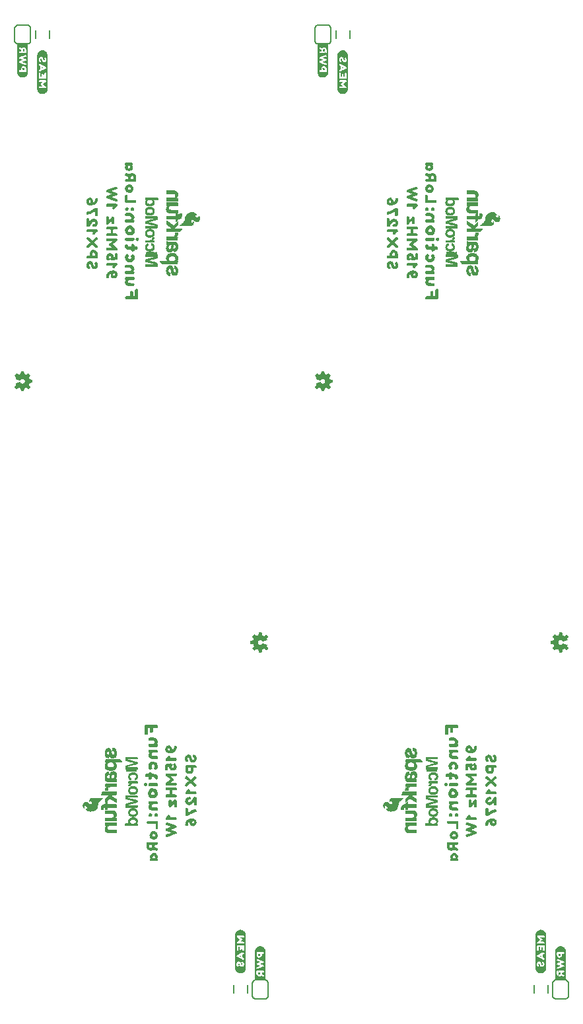
<source format=gbo>
G04 EAGLE Gerber RS-274X export*
G75*
%MOMM*%
%FSLAX34Y34*%
%LPD*%
%INSilkscreen Bottom*%
%IPPOS*%
%AMOC8*
5,1,8,0,0,1.08239X$1,22.5*%
G01*
%ADD10C,0.203200*%

G36*
X702686Y96554D02*
X702686Y96554D01*
X702688Y96551D01*
X703388Y96651D01*
X703393Y96656D01*
X703397Y96653D01*
X703996Y96853D01*
X704695Y97053D01*
X704699Y97058D01*
X704703Y97056D01*
X705903Y97656D01*
X705907Y97663D01*
X705912Y97662D01*
X706412Y98062D01*
X706413Y98066D01*
X706416Y98065D01*
X707416Y99065D01*
X707417Y99069D01*
X707420Y99069D01*
X707820Y99569D01*
X707820Y99577D01*
X707825Y99578D01*
X708425Y100778D01*
X708424Y100785D01*
X708429Y100786D01*
X708467Y100921D01*
X708481Y100970D01*
X708523Y101118D01*
X708566Y101265D01*
X708580Y101315D01*
X708622Y101462D01*
X708628Y101485D01*
X708828Y102084D01*
X708826Y102091D01*
X708830Y102093D01*
X708930Y102793D01*
X708928Y102798D01*
X708931Y102800D01*
X708931Y146200D01*
X708927Y146205D01*
X708930Y146208D01*
X708830Y146808D01*
X708827Y146811D01*
X708829Y146814D01*
X708629Y147514D01*
X708627Y147515D01*
X708628Y147516D01*
X708428Y148116D01*
X708424Y148119D01*
X708425Y148122D01*
X707825Y149322D01*
X707821Y149324D01*
X707822Y149327D01*
X707422Y149927D01*
X707416Y149930D01*
X707416Y149935D01*
X706916Y150435D01*
X706912Y150435D01*
X706912Y150438D01*
X705912Y151238D01*
X705909Y151239D01*
X705909Y151241D01*
X705309Y151641D01*
X705304Y151641D01*
X705303Y151644D01*
X704703Y151944D01*
X704698Y151943D01*
X704697Y151947D01*
X704097Y152147D01*
X704095Y152146D01*
X704095Y152147D01*
X703395Y152347D01*
X703390Y152346D01*
X703388Y152349D01*
X702688Y152449D01*
X702684Y152446D01*
X702681Y152449D01*
X701381Y152449D01*
X701377Y152446D01*
X701374Y152449D01*
X700674Y152349D01*
X700671Y152345D01*
X700668Y152347D01*
X699968Y152147D01*
X699964Y152142D01*
X699959Y152144D01*
X698159Y151244D01*
X698156Y151237D01*
X698151Y151238D01*
X697651Y150838D01*
X697650Y150834D01*
X697647Y150835D01*
X697147Y150335D01*
X697146Y150331D01*
X697143Y150331D01*
X696743Y149831D01*
X696743Y149827D01*
X696740Y149827D01*
X696342Y149229D01*
X695943Y148731D01*
X695943Y148723D01*
X695939Y148720D01*
X695942Y148717D01*
X695934Y148714D01*
X695908Y148621D01*
X695894Y148572D01*
X695851Y148424D01*
X695809Y148277D01*
X695795Y148227D01*
X695753Y148080D01*
X695734Y148015D01*
X695535Y147416D01*
X695535Y147414D01*
X695534Y147414D01*
X695499Y147292D01*
X695485Y147242D01*
X695443Y147095D01*
X695401Y146947D01*
X695387Y146898D01*
X695344Y146750D01*
X695334Y146714D01*
X695336Y146710D01*
X695333Y146708D01*
X695233Y146108D01*
X695236Y146103D01*
X695232Y146100D01*
X695232Y103000D01*
X695235Y102996D01*
X695233Y102993D01*
X695333Y102293D01*
X695336Y102289D01*
X695334Y102286D01*
X695534Y101586D01*
X695535Y101585D01*
X695535Y101584D01*
X695935Y100384D01*
X695943Y100379D01*
X695940Y100373D01*
X696339Y99775D01*
X696637Y99178D01*
X696648Y99173D01*
X696647Y99165D01*
X697647Y98165D01*
X697651Y98165D01*
X697651Y98162D01*
X698151Y97762D01*
X698158Y97761D01*
X698159Y97756D01*
X699959Y96856D01*
X699966Y96857D01*
X699968Y96853D01*
X700668Y96653D01*
X700673Y96655D01*
X700674Y96651D01*
X701374Y96551D01*
X701379Y96554D01*
X701381Y96551D01*
X702681Y96551D01*
X702686Y96554D01*
G37*
G36*
X317596Y96554D02*
X317596Y96554D01*
X317599Y96551D01*
X318299Y96651D01*
X318304Y96656D01*
X318308Y96653D01*
X318907Y96853D01*
X319606Y97053D01*
X319610Y97058D01*
X319614Y97056D01*
X320814Y97656D01*
X320817Y97663D01*
X320823Y97662D01*
X321323Y98062D01*
X321324Y98066D01*
X321327Y98065D01*
X322327Y99065D01*
X322327Y99069D01*
X322330Y99069D01*
X322730Y99569D01*
X322731Y99577D01*
X322736Y99578D01*
X323336Y100778D01*
X323335Y100785D01*
X323339Y100786D01*
X323378Y100921D01*
X323392Y100970D01*
X323434Y101118D01*
X323476Y101265D01*
X323490Y101315D01*
X323532Y101462D01*
X323533Y101462D01*
X323532Y101462D01*
X323539Y101485D01*
X323739Y102084D01*
X323737Y102091D01*
X323741Y102093D01*
X323841Y102793D01*
X323838Y102798D01*
X323841Y102800D01*
X323841Y146200D01*
X323838Y146205D01*
X323841Y146208D01*
X323741Y146808D01*
X323737Y146811D01*
X323739Y146814D01*
X323539Y147514D01*
X323538Y147515D01*
X323539Y147516D01*
X323339Y148116D01*
X323334Y148119D01*
X323336Y148122D01*
X322736Y149322D01*
X322732Y149324D01*
X322733Y149327D01*
X322333Y149927D01*
X322326Y149930D01*
X322327Y149935D01*
X321827Y150435D01*
X321823Y150435D01*
X321823Y150438D01*
X320823Y151238D01*
X320819Y151239D01*
X320819Y151241D01*
X320219Y151641D01*
X320215Y151641D01*
X320214Y151644D01*
X319614Y151944D01*
X319609Y151943D01*
X319608Y151947D01*
X319008Y152147D01*
X319006Y152146D01*
X319006Y152147D01*
X318306Y152347D01*
X318301Y152346D01*
X318299Y152349D01*
X317599Y152449D01*
X317594Y152446D01*
X317592Y152449D01*
X316292Y152449D01*
X316288Y152446D01*
X316285Y152449D01*
X315585Y152349D01*
X315581Y152345D01*
X315578Y152347D01*
X314878Y152147D01*
X314874Y152142D01*
X314870Y152144D01*
X313070Y151244D01*
X313067Y151237D01*
X313061Y151238D01*
X312561Y150838D01*
X312560Y150834D01*
X312557Y150835D01*
X312057Y150335D01*
X312057Y150331D01*
X312054Y150331D01*
X311654Y149831D01*
X311653Y149827D01*
X311651Y149827D01*
X311252Y149229D01*
X310854Y148731D01*
X310853Y148723D01*
X310850Y148720D01*
X310852Y148717D01*
X310845Y148714D01*
X310818Y148621D01*
X310804Y148572D01*
X310762Y148424D01*
X310720Y148277D01*
X310706Y148227D01*
X310664Y148080D01*
X310645Y148015D01*
X310445Y147416D01*
X310446Y147414D01*
X310445Y147414D01*
X310410Y147292D01*
X310396Y147242D01*
X310354Y147095D01*
X310311Y146947D01*
X310297Y146898D01*
X310255Y146750D01*
X310245Y146714D01*
X310246Y146710D01*
X310243Y146708D01*
X310143Y146108D01*
X310146Y146103D01*
X310143Y146100D01*
X310143Y103000D01*
X310146Y102996D01*
X310143Y102993D01*
X310243Y102293D01*
X310247Y102289D01*
X310245Y102286D01*
X310445Y101586D01*
X310446Y101585D01*
X310445Y101584D01*
X310845Y100384D01*
X310853Y100379D01*
X310851Y100373D01*
X311249Y99775D01*
X311548Y99178D01*
X311558Y99173D01*
X311557Y99165D01*
X312557Y98165D01*
X312561Y98165D01*
X312561Y98162D01*
X313061Y97762D01*
X313069Y97761D01*
X313070Y97756D01*
X314870Y96856D01*
X314877Y96857D01*
X314878Y96853D01*
X315578Y96653D01*
X315583Y96655D01*
X315585Y96651D01*
X316285Y96551D01*
X316290Y96554D01*
X316292Y96551D01*
X317592Y96551D01*
X317596Y96554D01*
G37*
G36*
X63722Y1223751D02*
X63722Y1223751D01*
X63724Y1223749D01*
X64424Y1223849D01*
X64428Y1223852D01*
X64431Y1223850D01*
X65131Y1224050D01*
X65135Y1224056D01*
X65139Y1224053D01*
X66939Y1224953D01*
X66943Y1224960D01*
X66948Y1224959D01*
X67448Y1225359D01*
X67449Y1225363D01*
X67452Y1225363D01*
X67952Y1225863D01*
X67953Y1225867D01*
X67956Y1225867D01*
X68356Y1226367D01*
X68356Y1226370D01*
X68358Y1226370D01*
X68757Y1226968D01*
X69156Y1227467D01*
X69156Y1227475D01*
X69160Y1227478D01*
X69157Y1227481D01*
X69165Y1227484D01*
X69177Y1227527D01*
X69191Y1227576D01*
X69233Y1227724D01*
X69276Y1227872D01*
X69290Y1227921D01*
X69332Y1228069D01*
X69364Y1228183D01*
X69564Y1228782D01*
X69564Y1228783D01*
X69565Y1228784D01*
X69586Y1228857D01*
X69600Y1228906D01*
X69642Y1229054D01*
X69684Y1229202D01*
X69698Y1229251D01*
X69740Y1229399D01*
X69765Y1229484D01*
X69763Y1229488D01*
X69766Y1229489D01*
X69866Y1230089D01*
X69863Y1230095D01*
X69867Y1230097D01*
X69867Y1273197D01*
X69863Y1273202D01*
X69866Y1273204D01*
X69766Y1273904D01*
X69763Y1273908D01*
X69765Y1273911D01*
X69565Y1274611D01*
X69563Y1274612D01*
X69564Y1274613D01*
X69164Y1275813D01*
X69156Y1275818D01*
X69158Y1275825D01*
X68760Y1276422D01*
X68461Y1277019D01*
X68451Y1277025D01*
X68452Y1277032D01*
X67452Y1278032D01*
X67448Y1278033D01*
X67448Y1278036D01*
X66948Y1278436D01*
X66940Y1278436D01*
X66939Y1278441D01*
X65139Y1279341D01*
X65133Y1279340D01*
X65131Y1279345D01*
X64431Y1279545D01*
X64426Y1279543D01*
X64424Y1279546D01*
X63724Y1279646D01*
X63720Y1279644D01*
X63717Y1279647D01*
X62417Y1279647D01*
X62413Y1279643D01*
X62410Y1279646D01*
X61710Y1279546D01*
X61706Y1279541D01*
X61702Y1279544D01*
X61103Y1279344D01*
X60404Y1279145D01*
X60400Y1279139D01*
X60395Y1279141D01*
X59195Y1278541D01*
X59192Y1278535D01*
X59187Y1278536D01*
X58687Y1278136D01*
X58686Y1278132D01*
X58683Y1278132D01*
X57683Y1277132D01*
X57682Y1277128D01*
X57679Y1277128D01*
X57279Y1276628D01*
X57279Y1276620D01*
X57273Y1276619D01*
X56673Y1275419D01*
X56675Y1275413D01*
X56670Y1275411D01*
X56660Y1275376D01*
X56660Y1275375D01*
X56618Y1275228D01*
X56604Y1275179D01*
X56604Y1275178D01*
X56561Y1275031D01*
X56519Y1274883D01*
X56505Y1274834D01*
X56470Y1274712D01*
X56271Y1274113D01*
X56273Y1274107D01*
X56269Y1274104D01*
X56169Y1273404D01*
X56171Y1273400D01*
X56168Y1273397D01*
X56168Y1229997D01*
X56172Y1229993D01*
X56169Y1229989D01*
X56269Y1229389D01*
X56272Y1229386D01*
X56270Y1229384D01*
X56470Y1228684D01*
X56471Y1228683D01*
X56471Y1228682D01*
X56671Y1228082D01*
X56675Y1228079D01*
X56673Y1228075D01*
X57273Y1226875D01*
X57278Y1226873D01*
X57276Y1226870D01*
X57676Y1226270D01*
X57683Y1226268D01*
X57683Y1226263D01*
X58183Y1225763D01*
X58187Y1225762D01*
X58187Y1225759D01*
X59187Y1224959D01*
X59190Y1224959D01*
X59190Y1224956D01*
X59790Y1224556D01*
X59795Y1224557D01*
X59795Y1224553D01*
X60395Y1224253D01*
X60401Y1224254D01*
X60402Y1224251D01*
X61002Y1224051D01*
X61003Y1224051D01*
X61004Y1224050D01*
X61704Y1223850D01*
X61709Y1223852D01*
X61710Y1223849D01*
X62410Y1223749D01*
X62415Y1223751D01*
X62417Y1223748D01*
X63717Y1223748D01*
X63722Y1223751D01*
G37*
G36*
X448786Y1223751D02*
X448786Y1223751D01*
X448788Y1223749D01*
X449488Y1223849D01*
X449492Y1223852D01*
X449495Y1223850D01*
X450195Y1224050D01*
X450199Y1224056D01*
X450203Y1224053D01*
X452003Y1224953D01*
X452007Y1224960D01*
X452012Y1224959D01*
X452512Y1225359D01*
X452513Y1225363D01*
X452516Y1225363D01*
X453016Y1225863D01*
X453017Y1225867D01*
X453020Y1225867D01*
X453420Y1226367D01*
X453420Y1226370D01*
X453422Y1226370D01*
X453821Y1226968D01*
X454220Y1227467D01*
X454220Y1227475D01*
X454224Y1227478D01*
X454221Y1227481D01*
X454229Y1227484D01*
X454241Y1227527D01*
X454255Y1227576D01*
X454297Y1227724D01*
X454340Y1227872D01*
X454354Y1227921D01*
X454396Y1228069D01*
X454428Y1228183D01*
X454628Y1228782D01*
X454628Y1228783D01*
X454629Y1228784D01*
X454650Y1228857D01*
X454664Y1228906D01*
X454706Y1229054D01*
X454748Y1229202D01*
X454762Y1229251D01*
X454804Y1229399D01*
X454829Y1229484D01*
X454827Y1229488D01*
X454830Y1229489D01*
X454930Y1230089D01*
X454927Y1230095D01*
X454931Y1230097D01*
X454931Y1273197D01*
X454927Y1273202D01*
X454930Y1273204D01*
X454830Y1273904D01*
X454827Y1273908D01*
X454829Y1273911D01*
X454629Y1274611D01*
X454627Y1274612D01*
X454628Y1274613D01*
X454228Y1275813D01*
X454220Y1275818D01*
X454222Y1275825D01*
X453824Y1276422D01*
X453525Y1277019D01*
X453515Y1277025D01*
X453516Y1277032D01*
X452516Y1278032D01*
X452512Y1278033D01*
X452512Y1278036D01*
X452012Y1278436D01*
X452004Y1278436D01*
X452003Y1278441D01*
X450203Y1279341D01*
X450197Y1279340D01*
X450195Y1279345D01*
X449495Y1279545D01*
X449490Y1279543D01*
X449488Y1279546D01*
X448788Y1279646D01*
X448784Y1279644D01*
X448781Y1279647D01*
X447481Y1279647D01*
X447477Y1279643D01*
X447474Y1279646D01*
X446774Y1279546D01*
X446770Y1279541D01*
X446766Y1279544D01*
X446167Y1279344D01*
X445468Y1279145D01*
X445464Y1279139D01*
X445459Y1279141D01*
X444259Y1278541D01*
X444256Y1278535D01*
X444251Y1278536D01*
X443751Y1278136D01*
X443750Y1278132D01*
X443747Y1278132D01*
X442747Y1277132D01*
X442746Y1277128D01*
X442743Y1277128D01*
X442343Y1276628D01*
X442343Y1276620D01*
X442337Y1276619D01*
X441737Y1275419D01*
X441739Y1275413D01*
X441734Y1275411D01*
X441724Y1275376D01*
X441724Y1275375D01*
X441682Y1275228D01*
X441668Y1275179D01*
X441668Y1275178D01*
X441625Y1275031D01*
X441583Y1274883D01*
X441569Y1274834D01*
X441534Y1274712D01*
X441335Y1274113D01*
X441337Y1274107D01*
X441333Y1274104D01*
X441233Y1273404D01*
X441235Y1273400D01*
X441232Y1273397D01*
X441232Y1229997D01*
X441236Y1229993D01*
X441233Y1229989D01*
X441333Y1229389D01*
X441336Y1229386D01*
X441334Y1229384D01*
X441534Y1228684D01*
X441535Y1228683D01*
X441535Y1228682D01*
X441735Y1228082D01*
X441739Y1228079D01*
X441737Y1228075D01*
X442337Y1226875D01*
X442342Y1226873D01*
X442340Y1226870D01*
X442740Y1226270D01*
X442747Y1226268D01*
X442747Y1226263D01*
X443247Y1225763D01*
X443251Y1225762D01*
X443251Y1225759D01*
X444251Y1224959D01*
X444254Y1224959D01*
X444254Y1224956D01*
X444854Y1224556D01*
X444859Y1224557D01*
X444859Y1224553D01*
X445459Y1224253D01*
X445465Y1224254D01*
X445466Y1224251D01*
X446066Y1224051D01*
X446067Y1224051D01*
X446068Y1224050D01*
X446768Y1223850D01*
X446773Y1223852D01*
X446774Y1223849D01*
X447474Y1223749D01*
X447479Y1223751D01*
X447481Y1223748D01*
X448781Y1223748D01*
X448786Y1223751D01*
G37*
G36*
X348813Y87717D02*
X348813Y87717D01*
X348827Y87715D01*
X349227Y88115D01*
X349228Y88127D01*
X349233Y88131D01*
X349230Y88136D01*
X349231Y88142D01*
X349241Y88150D01*
X349241Y124650D01*
X349238Y124654D01*
X349241Y124657D01*
X349041Y126057D01*
X349040Y126058D01*
X349041Y126058D01*
X348941Y126658D01*
X348937Y126661D01*
X348939Y126664D01*
X348739Y127364D01*
X348734Y127368D01*
X348736Y127372D01*
X348436Y127972D01*
X348429Y127975D01*
X348430Y127981D01*
X348032Y128479D01*
X347633Y129077D01*
X347630Y129078D01*
X347630Y129081D01*
X347230Y129581D01*
X347223Y129583D01*
X347223Y129588D01*
X346723Y129988D01*
X346719Y129989D01*
X346719Y129991D01*
X345519Y130791D01*
X345515Y130791D01*
X345514Y130794D01*
X344914Y131094D01*
X344909Y131093D01*
X344908Y131097D01*
X344308Y131297D01*
X344301Y131295D01*
X344299Y131299D01*
X342899Y131499D01*
X342894Y131496D01*
X342892Y131499D01*
X341592Y131499D01*
X341588Y131496D01*
X341585Y131499D01*
X340885Y131399D01*
X340880Y131394D01*
X340876Y131397D01*
X340276Y131197D01*
X340275Y131194D01*
X340273Y131195D01*
X339573Y130895D01*
X339571Y130893D01*
X339570Y130894D01*
X338970Y130594D01*
X338969Y130591D01*
X338967Y130592D01*
X338467Y130292D01*
X338466Y130291D01*
X338465Y130291D01*
X337865Y129891D01*
X337862Y129884D01*
X337857Y129885D01*
X337357Y129385D01*
X337357Y129381D01*
X337354Y129381D01*
X336954Y128881D01*
X336953Y128877D01*
X336951Y128877D01*
X336551Y128277D01*
X336551Y128273D01*
X336548Y128272D01*
X335948Y127072D01*
X335949Y127067D01*
X335945Y127065D01*
X335946Y127064D01*
X335945Y127064D01*
X335903Y126917D01*
X335889Y126868D01*
X335847Y126720D01*
X335804Y126572D01*
X335790Y126523D01*
X335748Y126375D01*
X335745Y126364D01*
X335746Y126360D01*
X335743Y126358D01*
X335643Y125758D01*
X335644Y125757D01*
X335643Y125757D01*
X335543Y125057D01*
X335546Y125052D01*
X335543Y125050D01*
X335543Y88150D01*
X335556Y88132D01*
X335553Y88120D01*
X335853Y87720D01*
X335884Y87712D01*
X335892Y87701D01*
X348792Y87701D01*
X348813Y87717D01*
G37*
G36*
X733903Y87717D02*
X733903Y87717D01*
X733916Y87715D01*
X734316Y88115D01*
X734318Y88127D01*
X734323Y88131D01*
X734319Y88136D01*
X734320Y88142D01*
X734331Y88150D01*
X734331Y124650D01*
X734327Y124654D01*
X734330Y124657D01*
X734130Y126057D01*
X734130Y126058D01*
X734030Y126658D01*
X734027Y126661D01*
X734029Y126664D01*
X733829Y127364D01*
X733823Y127368D01*
X733825Y127372D01*
X733525Y127972D01*
X733519Y127975D01*
X733520Y127981D01*
X733121Y128479D01*
X732722Y129077D01*
X732719Y129078D01*
X732720Y129081D01*
X732320Y129581D01*
X732312Y129583D01*
X732312Y129588D01*
X731812Y129988D01*
X731809Y129989D01*
X731809Y129991D01*
X730609Y130791D01*
X730604Y130791D01*
X730603Y130794D01*
X730003Y131094D01*
X729998Y131093D01*
X729997Y131097D01*
X729397Y131297D01*
X729391Y131295D01*
X729388Y131299D01*
X727988Y131499D01*
X727984Y131496D01*
X727981Y131499D01*
X726681Y131499D01*
X726677Y131496D01*
X726674Y131499D01*
X725974Y131399D01*
X725970Y131394D01*
X725966Y131397D01*
X725366Y131197D01*
X725364Y131194D01*
X725362Y131195D01*
X724662Y130895D01*
X724661Y130893D01*
X724659Y130894D01*
X724059Y130594D01*
X724058Y130591D01*
X724056Y130592D01*
X723556Y130292D01*
X723555Y130291D01*
X723554Y130291D01*
X722954Y129891D01*
X722952Y129884D01*
X722947Y129885D01*
X722447Y129385D01*
X722446Y129381D01*
X722443Y129381D01*
X722043Y128881D01*
X722043Y128877D01*
X722040Y128877D01*
X721640Y128277D01*
X721641Y128273D01*
X721637Y128272D01*
X721037Y127072D01*
X721038Y127067D01*
X721035Y127065D01*
X721035Y127064D01*
X721034Y127064D01*
X720992Y126917D01*
X720978Y126868D01*
X720936Y126720D01*
X720894Y126572D01*
X720880Y126523D01*
X720837Y126375D01*
X720834Y126364D01*
X720836Y126360D01*
X720833Y126358D01*
X720733Y125758D01*
X720733Y125757D01*
X720633Y125057D01*
X720635Y125052D01*
X720632Y125050D01*
X720632Y88150D01*
X720645Y88132D01*
X720642Y88120D01*
X720942Y87720D01*
X720973Y87712D01*
X720981Y87701D01*
X733881Y87701D01*
X733903Y87717D01*
G37*
G36*
X423486Y1244701D02*
X423486Y1244701D01*
X423488Y1244699D01*
X424188Y1244799D01*
X424193Y1244803D01*
X424197Y1244801D01*
X424797Y1245001D01*
X424799Y1245003D01*
X424801Y1245002D01*
X425501Y1245302D01*
X425502Y1245304D01*
X425503Y1245303D01*
X426103Y1245603D01*
X426105Y1245606D01*
X426107Y1245605D01*
X426607Y1245905D01*
X426607Y1245907D01*
X426609Y1245906D01*
X427209Y1246306D01*
X427211Y1246313D01*
X427216Y1246313D01*
X427716Y1246813D01*
X427717Y1246817D01*
X427720Y1246817D01*
X428120Y1247317D01*
X428120Y1247320D01*
X428122Y1247320D01*
X428522Y1247920D01*
X428522Y1247925D01*
X428525Y1247925D01*
X429125Y1249125D01*
X429124Y1249132D01*
X429129Y1249134D01*
X429138Y1249167D01*
X429152Y1249216D01*
X429194Y1249364D01*
X429237Y1249511D01*
X429251Y1249561D01*
X429293Y1249708D01*
X429329Y1249834D01*
X429327Y1249838D01*
X429330Y1249839D01*
X429430Y1250439D01*
X429430Y1250440D01*
X429530Y1251140D01*
X429528Y1251145D01*
X429531Y1251147D01*
X429531Y1288047D01*
X429517Y1288065D01*
X429521Y1288077D01*
X429221Y1288477D01*
X429190Y1288486D01*
X429181Y1288497D01*
X416281Y1288497D01*
X416260Y1288480D01*
X416247Y1288482D01*
X415847Y1288082D01*
X415843Y1288059D01*
X415834Y1288051D01*
X415835Y1288050D01*
X415832Y1288047D01*
X415832Y1251547D01*
X415835Y1251543D01*
X415833Y1251540D01*
X416033Y1250140D01*
X416033Y1250139D01*
X416133Y1249539D01*
X416136Y1249536D01*
X416134Y1249534D01*
X416334Y1248834D01*
X416340Y1248830D01*
X416337Y1248825D01*
X416637Y1248225D01*
X416644Y1248222D01*
X416643Y1248217D01*
X417042Y1247718D01*
X417440Y1247120D01*
X417444Y1247119D01*
X417443Y1247117D01*
X417843Y1246617D01*
X417851Y1246615D01*
X417851Y1246609D01*
X418351Y1246209D01*
X418354Y1246209D01*
X418354Y1246206D01*
X419554Y1245406D01*
X419559Y1245407D01*
X419559Y1245403D01*
X420159Y1245103D01*
X420165Y1245104D01*
X420166Y1245101D01*
X420766Y1244901D01*
X420772Y1244903D01*
X420774Y1244899D01*
X422174Y1244699D01*
X422179Y1244701D01*
X422181Y1244698D01*
X423481Y1244698D01*
X423486Y1244701D01*
G37*
G36*
X38422Y1244701D02*
X38422Y1244701D01*
X38424Y1244699D01*
X39124Y1244799D01*
X39129Y1244803D01*
X39133Y1244801D01*
X39733Y1245001D01*
X39735Y1245003D01*
X39737Y1245002D01*
X40437Y1245302D01*
X40438Y1245304D01*
X40439Y1245303D01*
X41039Y1245603D01*
X41041Y1245606D01*
X41043Y1245605D01*
X41543Y1245905D01*
X41543Y1245907D01*
X41545Y1245906D01*
X42145Y1246306D01*
X42147Y1246313D01*
X42152Y1246313D01*
X42652Y1246813D01*
X42653Y1246817D01*
X42656Y1246817D01*
X43056Y1247317D01*
X43056Y1247320D01*
X43058Y1247320D01*
X43458Y1247920D01*
X43458Y1247925D01*
X43461Y1247925D01*
X44061Y1249125D01*
X44060Y1249132D01*
X44065Y1249134D01*
X44074Y1249167D01*
X44088Y1249216D01*
X44130Y1249364D01*
X44173Y1249511D01*
X44187Y1249561D01*
X44229Y1249708D01*
X44265Y1249834D01*
X44263Y1249838D01*
X44266Y1249839D01*
X44366Y1250439D01*
X44366Y1250440D01*
X44466Y1251140D01*
X44464Y1251145D01*
X44467Y1251147D01*
X44467Y1288047D01*
X44453Y1288065D01*
X44457Y1288077D01*
X44157Y1288477D01*
X44126Y1288486D01*
X44117Y1288497D01*
X31217Y1288497D01*
X31196Y1288480D01*
X31183Y1288482D01*
X30783Y1288082D01*
X30779Y1288059D01*
X30770Y1288051D01*
X30771Y1288050D01*
X30768Y1288047D01*
X30768Y1251547D01*
X30771Y1251543D01*
X30769Y1251540D01*
X30969Y1250140D01*
X30969Y1250139D01*
X31069Y1249539D01*
X31072Y1249536D01*
X31070Y1249534D01*
X31270Y1248834D01*
X31276Y1248830D01*
X31273Y1248825D01*
X31573Y1248225D01*
X31580Y1248222D01*
X31579Y1248217D01*
X31978Y1247718D01*
X32376Y1247120D01*
X32380Y1247119D01*
X32379Y1247117D01*
X32779Y1246617D01*
X32787Y1246615D01*
X32787Y1246609D01*
X33287Y1246209D01*
X33290Y1246209D01*
X33290Y1246206D01*
X34490Y1245406D01*
X34495Y1245407D01*
X34495Y1245403D01*
X35095Y1245103D01*
X35101Y1245104D01*
X35102Y1245101D01*
X35702Y1244901D01*
X35708Y1244903D01*
X35710Y1244899D01*
X37110Y1244699D01*
X37115Y1244701D01*
X37117Y1244698D01*
X38417Y1244698D01*
X38422Y1244701D01*
G37*
G36*
X424174Y842789D02*
X424174Y842789D01*
X424193Y842786D01*
X424257Y842808D01*
X424324Y842824D01*
X424339Y842836D01*
X424357Y842842D01*
X424405Y842891D01*
X424457Y842934D01*
X424465Y842952D01*
X424479Y842965D01*
X424518Y843071D01*
X424528Y843092D01*
X424527Y843095D01*
X424529Y843099D01*
X425080Y846312D01*
X425118Y846322D01*
X425124Y846324D01*
X425125Y846324D01*
X425245Y846384D01*
X425255Y846384D01*
X425271Y846388D01*
X425287Y846386D01*
X425418Y846422D01*
X425424Y846424D01*
X425425Y846424D01*
X425545Y846484D01*
X425555Y846484D01*
X425571Y846488D01*
X425587Y846486D01*
X425718Y846522D01*
X425724Y846524D01*
X425725Y846524D01*
X426045Y846684D01*
X426055Y846684D01*
X426071Y846688D01*
X426087Y846686D01*
X426218Y846722D01*
X426224Y846724D01*
X426225Y846724D01*
X426425Y846824D01*
X426452Y846847D01*
X426507Y846884D01*
X426555Y846884D01*
X426630Y846902D01*
X426705Y846915D01*
X426714Y846921D01*
X426724Y846924D01*
X426751Y846946D01*
X426823Y846995D01*
X426880Y847052D01*
X427025Y847124D01*
X427052Y847147D01*
X427107Y847184D01*
X427155Y847184D01*
X427230Y847202D01*
X427251Y847205D01*
X429940Y845351D01*
X429956Y845345D01*
X429968Y845333D01*
X430036Y845314D01*
X430101Y845288D01*
X430118Y845290D01*
X430134Y845285D01*
X430203Y845297D01*
X430273Y845303D01*
X430288Y845312D01*
X430305Y845315D01*
X430411Y845387D01*
X430421Y845393D01*
X430422Y845394D01*
X430423Y845395D01*
X432623Y847595D01*
X432632Y847610D01*
X432646Y847620D01*
X432678Y847683D01*
X432714Y847742D01*
X432716Y847759D01*
X432724Y847775D01*
X432724Y847845D01*
X432731Y847915D01*
X432725Y847931D01*
X432725Y847948D01*
X432673Y848065D01*
X432669Y848076D01*
X432668Y848077D01*
X432667Y848079D01*
X430806Y850778D01*
X430823Y850795D01*
X430863Y850860D01*
X430907Y850923D01*
X430910Y850934D01*
X430914Y850942D01*
X430918Y850977D01*
X430934Y851063D01*
X430934Y851113D01*
X430942Y851126D01*
X430994Y851194D01*
X431067Y851339D01*
X431123Y851395D01*
X431163Y851460D01*
X431207Y851523D01*
X431210Y851534D01*
X431214Y851542D01*
X431218Y851577D01*
X431234Y851663D01*
X431234Y851713D01*
X431242Y851726D01*
X431294Y851794D01*
X431394Y851994D01*
X431398Y852010D01*
X431407Y852023D01*
X431433Y852157D01*
X431434Y852162D01*
X431434Y852163D01*
X431434Y852174D01*
X431494Y852294D01*
X431498Y852310D01*
X431507Y852323D01*
X431533Y852457D01*
X431534Y852462D01*
X431534Y852463D01*
X431534Y852513D01*
X431563Y852560D01*
X431607Y852623D01*
X431610Y852634D01*
X431614Y852642D01*
X431618Y852677D01*
X431634Y852763D01*
X431634Y852874D01*
X431663Y852931D01*
X434919Y853490D01*
X434937Y853497D01*
X434956Y853498D01*
X435016Y853530D01*
X435079Y853557D01*
X435091Y853572D01*
X435108Y853581D01*
X435147Y853637D01*
X435191Y853688D01*
X435196Y853707D01*
X435207Y853723D01*
X435229Y853834D01*
X435234Y853856D01*
X435234Y853859D01*
X435234Y853863D01*
X435234Y857063D01*
X435230Y857082D01*
X435232Y857102D01*
X435210Y857166D01*
X435195Y857232D01*
X435183Y857247D01*
X435176Y857265D01*
X435128Y857313D01*
X435085Y857365D01*
X435067Y857373D01*
X435053Y857387D01*
X434947Y857427D01*
X434927Y857436D01*
X434923Y857436D01*
X434919Y857437D01*
X431707Y857988D01*
X431696Y858027D01*
X431695Y858032D01*
X431694Y858033D01*
X431634Y858153D01*
X431634Y858163D01*
X431631Y858179D01*
X431633Y858195D01*
X431596Y858327D01*
X431595Y858332D01*
X431594Y858333D01*
X431534Y858453D01*
X431534Y858463D01*
X431531Y858479D01*
X431533Y858495D01*
X431496Y858627D01*
X431495Y858632D01*
X431494Y858633D01*
X431434Y858753D01*
X431434Y858863D01*
X431417Y858938D01*
X431404Y859013D01*
X431397Y859023D01*
X431395Y859032D01*
X431372Y859059D01*
X431323Y859132D01*
X431267Y859188D01*
X431234Y859253D01*
X431234Y859263D01*
X431231Y859279D01*
X431233Y859295D01*
X431196Y859427D01*
X431195Y859432D01*
X431194Y859433D01*
X431094Y859633D01*
X431071Y859661D01*
X431036Y859712D01*
X431030Y859724D01*
X431027Y859726D01*
X431023Y859732D01*
X430967Y859788D01*
X430934Y859853D01*
X430934Y859863D01*
X430931Y859879D01*
X430933Y859895D01*
X430921Y859937D01*
X430921Y859952D01*
X430914Y859965D01*
X430896Y860027D01*
X430895Y860032D01*
X430894Y860033D01*
X430824Y860175D01*
X432667Y862848D01*
X432672Y862860D01*
X432681Y862869D01*
X432703Y862940D01*
X432730Y863009D01*
X432729Y863022D01*
X432733Y863034D01*
X432722Y863108D01*
X432715Y863182D01*
X432709Y863193D01*
X432707Y863205D01*
X432629Y863326D01*
X430429Y865626D01*
X430408Y865640D01*
X430392Y865660D01*
X430336Y865686D01*
X430284Y865720D01*
X430259Y865723D01*
X430235Y865734D01*
X430174Y865733D01*
X430112Y865740D01*
X430088Y865732D01*
X430062Y865731D01*
X429983Y865694D01*
X429949Y865682D01*
X429943Y865675D01*
X429933Y865671D01*
X427260Y863735D01*
X427180Y863775D01*
X427123Y863832D01*
X427058Y863872D01*
X426996Y863916D01*
X426984Y863918D01*
X426976Y863923D01*
X426941Y863926D01*
X426855Y863943D01*
X426805Y863943D01*
X426793Y863950D01*
X426725Y864003D01*
X426580Y864075D01*
X426523Y864132D01*
X426458Y864172D01*
X426396Y864216D01*
X426384Y864218D01*
X426376Y864223D01*
X426341Y864226D01*
X426255Y864243D01*
X426205Y864243D01*
X426158Y864272D01*
X426096Y864316D01*
X426084Y864318D01*
X426076Y864323D01*
X426041Y864326D01*
X425955Y864343D01*
X425845Y864343D01*
X425780Y864375D01*
X425723Y864432D01*
X425658Y864472D01*
X425596Y864516D01*
X425584Y864518D01*
X425576Y864523D01*
X425541Y864526D01*
X425455Y864543D01*
X425405Y864543D01*
X425358Y864572D01*
X425296Y864616D01*
X425284Y864618D01*
X425276Y864623D01*
X425241Y864626D01*
X425155Y864643D01*
X425076Y864643D01*
X424529Y867926D01*
X424521Y867944D01*
X424521Y867965D01*
X424488Y868024D01*
X424463Y868085D01*
X424447Y868099D01*
X424438Y868117D01*
X424383Y868155D01*
X424332Y868199D01*
X424312Y868204D01*
X424296Y868216D01*
X424189Y868236D01*
X424164Y868243D01*
X424160Y868242D01*
X424155Y868243D01*
X420955Y868243D01*
X420936Y868238D01*
X420917Y868241D01*
X420853Y868219D01*
X420787Y868203D01*
X420772Y868191D01*
X420753Y868185D01*
X420706Y868136D01*
X420653Y868093D01*
X420645Y868075D01*
X420632Y868062D01*
X420592Y867956D01*
X420583Y867935D01*
X420583Y867932D01*
X420581Y867928D01*
X420018Y864640D01*
X419892Y864604D01*
X419887Y864603D01*
X419886Y864603D01*
X419766Y864543D01*
X419755Y864543D01*
X419739Y864539D01*
X419723Y864541D01*
X419592Y864504D01*
X419587Y864503D01*
X419586Y864503D01*
X419466Y864443D01*
X419455Y864443D01*
X419439Y864439D01*
X419423Y864441D01*
X419292Y864404D01*
X419287Y864403D01*
X419286Y864403D01*
X418966Y864243D01*
X418955Y864243D01*
X418939Y864239D01*
X418923Y864241D01*
X418792Y864204D01*
X418787Y864203D01*
X418786Y864203D01*
X418586Y864103D01*
X418558Y864080D01*
X418487Y864032D01*
X418431Y863975D01*
X418366Y863943D01*
X418355Y863943D01*
X418339Y863939D01*
X418323Y863941D01*
X418192Y863904D01*
X418187Y863903D01*
X418186Y863903D01*
X417986Y863803D01*
X417958Y863780D01*
X417887Y863732D01*
X417877Y863721D01*
X415283Y865667D01*
X415260Y865677D01*
X415242Y865693D01*
X415182Y865711D01*
X415124Y865736D01*
X415100Y865735D01*
X415076Y865742D01*
X415014Y865731D01*
X414951Y865728D01*
X414930Y865716D01*
X414905Y865712D01*
X414830Y865661D01*
X414800Y865644D01*
X414795Y865637D01*
X414787Y865632D01*
X412487Y863332D01*
X412478Y863317D01*
X412464Y863307D01*
X412433Y863244D01*
X412396Y863185D01*
X412394Y863168D01*
X412386Y863152D01*
X412386Y863082D01*
X412379Y863012D01*
X412385Y862996D01*
X412385Y862979D01*
X412437Y862862D01*
X412441Y862851D01*
X412442Y862850D01*
X412443Y862848D01*
X414304Y860149D01*
X414287Y860132D01*
X414257Y860083D01*
X414253Y860080D01*
X414249Y860070D01*
X414247Y860067D01*
X414203Y860004D01*
X414201Y859993D01*
X414196Y859985D01*
X414192Y859949D01*
X414190Y859940D01*
X414187Y859932D01*
X414147Y859867D01*
X414103Y859804D01*
X414101Y859793D01*
X414096Y859785D01*
X414092Y859749D01*
X414076Y859663D01*
X414076Y859614D01*
X414047Y859567D01*
X414003Y859504D01*
X414001Y859493D01*
X413996Y859485D01*
X413992Y859449D01*
X413989Y859434D01*
X413987Y859432D01*
X413947Y859367D01*
X413903Y859304D01*
X413901Y859293D01*
X413896Y859285D01*
X413892Y859249D01*
X413889Y859234D01*
X413887Y859232D01*
X413847Y859167D01*
X413803Y859104D01*
X413801Y859093D01*
X413796Y859085D01*
X413792Y859049D01*
X413787Y859021D01*
X413753Y858993D01*
X413745Y858974D01*
X413731Y858960D01*
X413710Y858896D01*
X413683Y858835D01*
X413683Y858815D01*
X413677Y858795D01*
X413687Y858729D01*
X413690Y858662D01*
X413699Y858644D01*
X413702Y858624D01*
X413741Y858569D01*
X413773Y858510D01*
X413789Y858499D01*
X413801Y858482D01*
X413894Y858426D01*
X413915Y858411D01*
X413919Y858410D01*
X413923Y858408D01*
X419323Y856408D01*
X419354Y856404D01*
X419382Y856391D01*
X419439Y856393D01*
X419495Y856386D01*
X419524Y856396D01*
X419555Y856398D01*
X419605Y856425D01*
X419658Y856443D01*
X419680Y856465D01*
X419707Y856480D01*
X419753Y856540D01*
X419779Y856567D01*
X419784Y856580D01*
X419794Y856594D01*
X420067Y857139D01*
X420223Y857295D01*
X420242Y857326D01*
X420248Y857333D01*
X420263Y857345D01*
X420270Y857363D01*
X420294Y857394D01*
X420367Y857539D01*
X420680Y857852D01*
X420825Y857924D01*
X420852Y857947D01*
X420923Y857995D01*
X421080Y858152D01*
X421201Y858212D01*
X421475Y858304D01*
X421495Y858316D01*
X421525Y858324D01*
X421645Y858384D01*
X421755Y858384D01*
X421790Y858392D01*
X421875Y858404D01*
X422117Y858484D01*
X422894Y858484D01*
X423135Y858404D01*
X423171Y858400D01*
X423255Y858384D01*
X423440Y858384D01*
X423645Y858248D01*
X423680Y858235D01*
X423735Y858204D01*
X423987Y858120D01*
X424514Y857769D01*
X424860Y857422D01*
X425211Y856895D01*
X425295Y856643D01*
X425315Y856612D01*
X425340Y856553D01*
X425476Y856349D01*
X425476Y856163D01*
X425484Y856128D01*
X425495Y856043D01*
X425576Y855802D01*
X425576Y855210D01*
X425487Y854855D01*
X425487Y854819D01*
X425476Y854763D01*
X425476Y854578D01*
X425340Y854374D01*
X425326Y854339D01*
X425295Y854283D01*
X425211Y854032D01*
X425060Y853805D01*
X424887Y853632D01*
X424871Y853606D01*
X424840Y853574D01*
X424660Y853305D01*
X424514Y853158D01*
X423987Y852807D01*
X422894Y852443D01*
X422417Y852443D01*
X422175Y852523D01*
X422139Y852526D01*
X422055Y852543D01*
X421845Y852543D01*
X421525Y852703D01*
X421502Y852708D01*
X421475Y852723D01*
X421201Y852815D01*
X420880Y852975D01*
X420723Y853132D01*
X420693Y853150D01*
X420625Y853203D01*
X420480Y853275D01*
X420367Y853388D01*
X420294Y853533D01*
X420271Y853561D01*
X420223Y853632D01*
X420067Y853788D01*
X419906Y854109D01*
X419815Y854383D01*
X419785Y854432D01*
X419763Y854485D01*
X419740Y854505D01*
X419724Y854531D01*
X419675Y854561D01*
X419632Y854599D01*
X419603Y854606D01*
X419577Y854622D01*
X419520Y854628D01*
X419465Y854643D01*
X419431Y854637D01*
X419405Y854639D01*
X419374Y854627D01*
X419323Y854619D01*
X413923Y852619D01*
X413908Y852609D01*
X413892Y852605D01*
X413872Y852589D01*
X413842Y852577D01*
X413814Y852547D01*
X413779Y852524D01*
X413766Y852501D01*
X413759Y852495D01*
X413751Y852479D01*
X413725Y852450D01*
X413713Y852410D01*
X413692Y852374D01*
X413690Y852342D01*
X413688Y852337D01*
X413689Y852325D01*
X413676Y852284D01*
X413684Y852243D01*
X413681Y852201D01*
X413695Y852168D01*
X413695Y852164D01*
X413699Y852157D01*
X413707Y852114D01*
X413735Y852072D01*
X413748Y852041D01*
X413767Y852024D01*
X413776Y852012D01*
X413776Y851963D01*
X413793Y851889D01*
X413807Y851814D01*
X413813Y851804D01*
X413815Y851795D01*
X413838Y851768D01*
X413887Y851695D01*
X413893Y851689D01*
X413907Y851614D01*
X413913Y851604D01*
X413915Y851595D01*
X413938Y851568D01*
X413987Y851495D01*
X413993Y851489D01*
X414007Y851414D01*
X414013Y851404D01*
X414015Y851395D01*
X414038Y851368D01*
X414087Y851295D01*
X414093Y851289D01*
X414107Y851214D01*
X414113Y851204D01*
X414115Y851195D01*
X414138Y851168D01*
X414187Y851095D01*
X414193Y851089D01*
X414207Y851014D01*
X414213Y851004D01*
X414215Y850995D01*
X414238Y850968D01*
X414287Y850895D01*
X414293Y850889D01*
X414307Y850814D01*
X414313Y850804D01*
X414315Y850795D01*
X414316Y850794D01*
X412443Y848079D01*
X412435Y848059D01*
X412421Y848043D01*
X412404Y847979D01*
X412380Y847918D01*
X412382Y847896D01*
X412376Y847876D01*
X412389Y847811D01*
X412395Y847745D01*
X412406Y847727D01*
X412410Y847706D01*
X412470Y847622D01*
X412485Y847597D01*
X412489Y847595D01*
X412493Y847589D01*
X414793Y845389D01*
X414807Y845381D01*
X414817Y845369D01*
X414881Y845338D01*
X414942Y845301D01*
X414958Y845300D01*
X414972Y845293D01*
X415044Y845294D01*
X415115Y845289D01*
X415129Y845295D01*
X415145Y845295D01*
X415271Y845353D01*
X415275Y845354D01*
X415275Y845355D01*
X415276Y845355D01*
X417891Y847223D01*
X417901Y847220D01*
X417915Y847211D01*
X418048Y847185D01*
X418054Y847184D01*
X418055Y847184D01*
X418066Y847184D01*
X418131Y847152D01*
X418187Y847095D01*
X418217Y847076D01*
X418286Y847024D01*
X418431Y846952D01*
X418487Y846895D01*
X418552Y846855D01*
X418615Y846811D01*
X418626Y846809D01*
X418634Y846804D01*
X418669Y846801D01*
X418755Y846784D01*
X418805Y846784D01*
X418852Y846755D01*
X418915Y846711D01*
X418926Y846709D01*
X418934Y846704D01*
X418969Y846701D01*
X419055Y846684D01*
X419166Y846684D01*
X419231Y846652D01*
X419287Y846595D01*
X419352Y846555D01*
X419415Y846511D01*
X419426Y846509D01*
X419434Y846504D01*
X419469Y846501D01*
X419555Y846484D01*
X419605Y846484D01*
X419652Y846455D01*
X419715Y846411D01*
X419726Y846409D01*
X419734Y846404D01*
X419769Y846401D01*
X419855Y846384D01*
X419966Y846384D01*
X420023Y846355D01*
X420581Y843099D01*
X420589Y843081D01*
X420590Y843062D01*
X420622Y843003D01*
X420649Y842940D01*
X420663Y842927D01*
X420673Y842910D01*
X420728Y842871D01*
X420780Y842827D01*
X420799Y842822D01*
X420815Y842811D01*
X420925Y842790D01*
X420947Y842784D01*
X420951Y842785D01*
X420955Y842784D01*
X424155Y842784D01*
X424174Y842789D01*
G37*
G36*
X39110Y842789D02*
X39110Y842789D01*
X39129Y842786D01*
X39193Y842808D01*
X39260Y842824D01*
X39275Y842836D01*
X39293Y842842D01*
X39341Y842891D01*
X39393Y842934D01*
X39401Y842952D01*
X39415Y842965D01*
X39454Y843071D01*
X39464Y843092D01*
X39463Y843095D01*
X39465Y843099D01*
X40016Y846312D01*
X40054Y846322D01*
X40060Y846324D01*
X40061Y846324D01*
X40181Y846384D01*
X40191Y846384D01*
X40207Y846388D01*
X40223Y846386D01*
X40354Y846422D01*
X40360Y846424D01*
X40361Y846424D01*
X40481Y846484D01*
X40491Y846484D01*
X40507Y846488D01*
X40523Y846486D01*
X40654Y846522D01*
X40660Y846524D01*
X40661Y846524D01*
X40981Y846684D01*
X40991Y846684D01*
X41007Y846688D01*
X41023Y846686D01*
X41154Y846722D01*
X41160Y846724D01*
X41161Y846724D01*
X41361Y846824D01*
X41388Y846847D01*
X41443Y846884D01*
X41491Y846884D01*
X41566Y846902D01*
X41641Y846915D01*
X41650Y846921D01*
X41660Y846924D01*
X41687Y846946D01*
X41759Y846995D01*
X41816Y847052D01*
X41961Y847124D01*
X41988Y847147D01*
X42043Y847184D01*
X42091Y847184D01*
X42166Y847202D01*
X42187Y847205D01*
X44876Y845351D01*
X44892Y845345D01*
X44904Y845333D01*
X44972Y845314D01*
X45037Y845288D01*
X45054Y845290D01*
X45070Y845285D01*
X45139Y845297D01*
X45209Y845303D01*
X45224Y845312D01*
X45241Y845315D01*
X45347Y845387D01*
X45357Y845393D01*
X45358Y845394D01*
X45359Y845395D01*
X47559Y847595D01*
X47568Y847610D01*
X47582Y847620D01*
X47614Y847683D01*
X47650Y847742D01*
X47652Y847759D01*
X47660Y847775D01*
X47660Y847845D01*
X47667Y847915D01*
X47661Y847931D01*
X47661Y847948D01*
X47609Y848065D01*
X47605Y848076D01*
X47604Y848077D01*
X47603Y848079D01*
X45742Y850778D01*
X45759Y850795D01*
X45799Y850860D01*
X45843Y850923D01*
X45846Y850934D01*
X45850Y850942D01*
X45854Y850977D01*
X45870Y851063D01*
X45870Y851113D01*
X45878Y851126D01*
X45930Y851194D01*
X46003Y851339D01*
X46059Y851395D01*
X46099Y851460D01*
X46143Y851523D01*
X46146Y851534D01*
X46150Y851542D01*
X46154Y851577D01*
X46170Y851663D01*
X46170Y851713D01*
X46178Y851726D01*
X46230Y851794D01*
X46330Y851994D01*
X46334Y852010D01*
X46343Y852023D01*
X46369Y852157D01*
X46370Y852162D01*
X46370Y852163D01*
X46370Y852174D01*
X46430Y852294D01*
X46434Y852310D01*
X46443Y852323D01*
X46469Y852457D01*
X46470Y852462D01*
X46470Y852463D01*
X46470Y852513D01*
X46499Y852560D01*
X46543Y852623D01*
X46546Y852634D01*
X46550Y852642D01*
X46554Y852677D01*
X46570Y852763D01*
X46570Y852874D01*
X46599Y852931D01*
X49855Y853490D01*
X49873Y853497D01*
X49892Y853498D01*
X49952Y853530D01*
X50015Y853557D01*
X50027Y853572D01*
X50044Y853581D01*
X50083Y853637D01*
X50127Y853688D01*
X50132Y853707D01*
X50143Y853723D01*
X50165Y853834D01*
X50170Y853856D01*
X50170Y853859D01*
X50170Y853863D01*
X50170Y857063D01*
X50166Y857082D01*
X50168Y857102D01*
X50146Y857166D01*
X50131Y857232D01*
X50119Y857247D01*
X50112Y857265D01*
X50064Y857313D01*
X50021Y857365D01*
X50003Y857373D01*
X49989Y857387D01*
X49883Y857427D01*
X49863Y857436D01*
X49859Y857436D01*
X49855Y857437D01*
X46643Y857988D01*
X46632Y858027D01*
X46631Y858032D01*
X46630Y858033D01*
X46570Y858153D01*
X46570Y858163D01*
X46567Y858179D01*
X46569Y858195D01*
X46532Y858327D01*
X46531Y858332D01*
X46530Y858333D01*
X46470Y858453D01*
X46470Y858463D01*
X46467Y858479D01*
X46469Y858495D01*
X46432Y858627D01*
X46431Y858632D01*
X46430Y858633D01*
X46370Y858753D01*
X46370Y858863D01*
X46353Y858938D01*
X46340Y859013D01*
X46333Y859023D01*
X46331Y859032D01*
X46308Y859059D01*
X46259Y859132D01*
X46203Y859188D01*
X46170Y859253D01*
X46170Y859263D01*
X46167Y859279D01*
X46169Y859295D01*
X46132Y859427D01*
X46131Y859432D01*
X46130Y859433D01*
X46030Y859633D01*
X46007Y859661D01*
X45972Y859712D01*
X45966Y859724D01*
X45963Y859726D01*
X45959Y859732D01*
X45903Y859788D01*
X45870Y859853D01*
X45870Y859863D01*
X45867Y859879D01*
X45869Y859895D01*
X45857Y859937D01*
X45857Y859952D01*
X45850Y859965D01*
X45832Y860027D01*
X45831Y860032D01*
X45830Y860033D01*
X45760Y860175D01*
X47603Y862848D01*
X47608Y862860D01*
X47617Y862869D01*
X47639Y862940D01*
X47666Y863009D01*
X47665Y863022D01*
X47669Y863034D01*
X47658Y863108D01*
X47651Y863182D01*
X47645Y863193D01*
X47643Y863205D01*
X47565Y863326D01*
X45365Y865626D01*
X45344Y865640D01*
X45328Y865660D01*
X45272Y865686D01*
X45220Y865720D01*
X45195Y865723D01*
X45171Y865734D01*
X45110Y865733D01*
X45048Y865740D01*
X45024Y865732D01*
X44998Y865731D01*
X44919Y865694D01*
X44885Y865682D01*
X44879Y865675D01*
X44869Y865671D01*
X42196Y863735D01*
X42116Y863775D01*
X42059Y863832D01*
X41994Y863872D01*
X41932Y863916D01*
X41920Y863918D01*
X41912Y863923D01*
X41877Y863926D01*
X41791Y863943D01*
X41741Y863943D01*
X41729Y863950D01*
X41661Y864003D01*
X41516Y864075D01*
X41459Y864132D01*
X41394Y864172D01*
X41332Y864216D01*
X41320Y864218D01*
X41312Y864223D01*
X41277Y864226D01*
X41191Y864243D01*
X41141Y864243D01*
X41094Y864272D01*
X41032Y864316D01*
X41020Y864318D01*
X41012Y864323D01*
X40977Y864326D01*
X40891Y864343D01*
X40781Y864343D01*
X40716Y864375D01*
X40659Y864432D01*
X40594Y864472D01*
X40532Y864516D01*
X40520Y864518D01*
X40512Y864523D01*
X40477Y864526D01*
X40391Y864543D01*
X40341Y864543D01*
X40294Y864572D01*
X40232Y864616D01*
X40220Y864618D01*
X40212Y864623D01*
X40177Y864626D01*
X40091Y864643D01*
X40012Y864643D01*
X39465Y867926D01*
X39457Y867944D01*
X39457Y867965D01*
X39424Y868024D01*
X39399Y868085D01*
X39383Y868099D01*
X39374Y868117D01*
X39319Y868155D01*
X39268Y868199D01*
X39248Y868204D01*
X39232Y868216D01*
X39125Y868236D01*
X39100Y868243D01*
X39096Y868242D01*
X39091Y868243D01*
X35891Y868243D01*
X35872Y868238D01*
X35853Y868241D01*
X35789Y868219D01*
X35723Y868203D01*
X35708Y868191D01*
X35689Y868185D01*
X35642Y868136D01*
X35589Y868093D01*
X35581Y868075D01*
X35568Y868062D01*
X35528Y867956D01*
X35519Y867935D01*
X35519Y867932D01*
X35517Y867928D01*
X34954Y864640D01*
X34828Y864604D01*
X34823Y864603D01*
X34822Y864603D01*
X34702Y864543D01*
X34691Y864543D01*
X34675Y864539D01*
X34659Y864541D01*
X34528Y864504D01*
X34523Y864503D01*
X34522Y864503D01*
X34402Y864443D01*
X34391Y864443D01*
X34375Y864439D01*
X34359Y864441D01*
X34228Y864404D01*
X34223Y864403D01*
X34222Y864403D01*
X33902Y864243D01*
X33891Y864243D01*
X33875Y864239D01*
X33859Y864241D01*
X33728Y864204D01*
X33723Y864203D01*
X33722Y864203D01*
X33522Y864103D01*
X33494Y864080D01*
X33423Y864032D01*
X33367Y863975D01*
X33302Y863943D01*
X33291Y863943D01*
X33275Y863939D01*
X33259Y863941D01*
X33128Y863904D01*
X33123Y863903D01*
X33122Y863903D01*
X32922Y863803D01*
X32894Y863780D01*
X32823Y863732D01*
X32813Y863721D01*
X30219Y865667D01*
X30196Y865677D01*
X30178Y865693D01*
X30118Y865711D01*
X30060Y865736D01*
X30036Y865735D01*
X30012Y865742D01*
X29950Y865731D01*
X29887Y865728D01*
X29866Y865716D01*
X29841Y865712D01*
X29766Y865661D01*
X29736Y865644D01*
X29731Y865637D01*
X29723Y865632D01*
X27423Y863332D01*
X27414Y863317D01*
X27400Y863307D01*
X27369Y863244D01*
X27332Y863185D01*
X27330Y863168D01*
X27322Y863152D01*
X27322Y863082D01*
X27315Y863012D01*
X27321Y862996D01*
X27321Y862979D01*
X27373Y862862D01*
X27377Y862851D01*
X27378Y862850D01*
X27379Y862848D01*
X29240Y860149D01*
X29223Y860132D01*
X29193Y860083D01*
X29189Y860080D01*
X29185Y860070D01*
X29183Y860067D01*
X29139Y860004D01*
X29137Y859993D01*
X29132Y859985D01*
X29128Y859949D01*
X29126Y859940D01*
X29123Y859932D01*
X29083Y859867D01*
X29039Y859804D01*
X29037Y859793D01*
X29032Y859785D01*
X29028Y859749D01*
X29012Y859663D01*
X29012Y859614D01*
X28983Y859567D01*
X28939Y859504D01*
X28937Y859493D01*
X28932Y859485D01*
X28928Y859449D01*
X28925Y859434D01*
X28923Y859432D01*
X28883Y859367D01*
X28839Y859304D01*
X28837Y859293D01*
X28832Y859285D01*
X28828Y859249D01*
X28825Y859234D01*
X28823Y859232D01*
X28783Y859167D01*
X28739Y859104D01*
X28737Y859093D01*
X28732Y859085D01*
X28728Y859049D01*
X28723Y859021D01*
X28689Y858993D01*
X28681Y858974D01*
X28667Y858960D01*
X28646Y858896D01*
X28619Y858835D01*
X28619Y858815D01*
X28613Y858795D01*
X28623Y858729D01*
X28626Y858662D01*
X28635Y858644D01*
X28638Y858624D01*
X28677Y858569D01*
X28709Y858510D01*
X28725Y858499D01*
X28737Y858482D01*
X28830Y858426D01*
X28851Y858411D01*
X28855Y858410D01*
X28859Y858408D01*
X34259Y856408D01*
X34290Y856404D01*
X34318Y856391D01*
X34375Y856393D01*
X34431Y856386D01*
X34460Y856396D01*
X34491Y856398D01*
X34541Y856425D01*
X34594Y856443D01*
X34616Y856465D01*
X34643Y856480D01*
X34689Y856540D01*
X34715Y856567D01*
X34720Y856580D01*
X34730Y856594D01*
X35003Y857139D01*
X35159Y857295D01*
X35178Y857326D01*
X35184Y857333D01*
X35199Y857345D01*
X35206Y857363D01*
X35230Y857394D01*
X35303Y857539D01*
X35616Y857852D01*
X35761Y857924D01*
X35788Y857947D01*
X35859Y857995D01*
X36016Y858152D01*
X36137Y858212D01*
X36411Y858304D01*
X36431Y858316D01*
X36461Y858324D01*
X36581Y858384D01*
X36691Y858384D01*
X36726Y858392D01*
X36811Y858404D01*
X37053Y858484D01*
X37830Y858484D01*
X38071Y858404D01*
X38107Y858400D01*
X38191Y858384D01*
X38376Y858384D01*
X38581Y858248D01*
X38616Y858235D01*
X38671Y858204D01*
X38923Y858120D01*
X39450Y857769D01*
X39796Y857422D01*
X40147Y856895D01*
X40231Y856643D01*
X40251Y856612D01*
X40276Y856553D01*
X40412Y856349D01*
X40412Y856163D01*
X40420Y856128D01*
X40431Y856043D01*
X40512Y855802D01*
X40512Y855210D01*
X40423Y854855D01*
X40423Y854819D01*
X40412Y854763D01*
X40412Y854578D01*
X40276Y854374D01*
X40262Y854339D01*
X40231Y854283D01*
X40147Y854032D01*
X39996Y853805D01*
X39823Y853632D01*
X39807Y853606D01*
X39776Y853574D01*
X39596Y853305D01*
X39450Y853158D01*
X38923Y852807D01*
X37830Y852443D01*
X37353Y852443D01*
X37111Y852523D01*
X37075Y852526D01*
X36991Y852543D01*
X36781Y852543D01*
X36461Y852703D01*
X36438Y852708D01*
X36411Y852723D01*
X36137Y852815D01*
X35816Y852975D01*
X35659Y853132D01*
X35629Y853150D01*
X35561Y853203D01*
X35416Y853275D01*
X35303Y853388D01*
X35230Y853533D01*
X35207Y853561D01*
X35159Y853632D01*
X35003Y853788D01*
X34842Y854109D01*
X34751Y854383D01*
X34721Y854432D01*
X34699Y854485D01*
X34676Y854505D01*
X34660Y854531D01*
X34611Y854561D01*
X34568Y854599D01*
X34539Y854606D01*
X34513Y854622D01*
X34456Y854628D01*
X34401Y854643D01*
X34367Y854637D01*
X34341Y854639D01*
X34310Y854627D01*
X34259Y854619D01*
X28859Y852619D01*
X28844Y852609D01*
X28828Y852605D01*
X28808Y852589D01*
X28778Y852577D01*
X28750Y852547D01*
X28715Y852524D01*
X28702Y852501D01*
X28695Y852495D01*
X28687Y852479D01*
X28661Y852450D01*
X28649Y852410D01*
X28628Y852374D01*
X28626Y852342D01*
X28624Y852337D01*
X28625Y852325D01*
X28612Y852284D01*
X28620Y852243D01*
X28617Y852201D01*
X28631Y852168D01*
X28631Y852164D01*
X28635Y852157D01*
X28643Y852114D01*
X28671Y852072D01*
X28684Y852041D01*
X28703Y852024D01*
X28712Y852012D01*
X28712Y851963D01*
X28729Y851889D01*
X28743Y851814D01*
X28749Y851804D01*
X28751Y851795D01*
X28774Y851768D01*
X28823Y851695D01*
X28829Y851689D01*
X28843Y851614D01*
X28849Y851604D01*
X28851Y851595D01*
X28874Y851568D01*
X28923Y851495D01*
X28929Y851489D01*
X28943Y851414D01*
X28949Y851404D01*
X28951Y851395D01*
X28974Y851368D01*
X29023Y851295D01*
X29029Y851289D01*
X29043Y851214D01*
X29049Y851204D01*
X29051Y851195D01*
X29074Y851168D01*
X29123Y851095D01*
X29129Y851089D01*
X29143Y851014D01*
X29149Y851004D01*
X29151Y850995D01*
X29174Y850968D01*
X29223Y850895D01*
X29229Y850889D01*
X29243Y850814D01*
X29249Y850804D01*
X29251Y850795D01*
X29252Y850794D01*
X27379Y848079D01*
X27371Y848059D01*
X27357Y848043D01*
X27340Y847979D01*
X27316Y847918D01*
X27318Y847896D01*
X27312Y847876D01*
X27325Y847811D01*
X27331Y847745D01*
X27342Y847727D01*
X27346Y847706D01*
X27406Y847622D01*
X27421Y847597D01*
X27425Y847595D01*
X27429Y847589D01*
X29729Y845389D01*
X29743Y845381D01*
X29753Y845369D01*
X29817Y845338D01*
X29878Y845301D01*
X29894Y845300D01*
X29908Y845293D01*
X29980Y845294D01*
X30051Y845289D01*
X30065Y845295D01*
X30081Y845295D01*
X30207Y845353D01*
X30211Y845354D01*
X30211Y845355D01*
X30212Y845355D01*
X32827Y847223D01*
X32837Y847220D01*
X32851Y847211D01*
X32984Y847185D01*
X32990Y847184D01*
X32991Y847184D01*
X33002Y847184D01*
X33067Y847152D01*
X33123Y847095D01*
X33153Y847076D01*
X33222Y847024D01*
X33367Y846952D01*
X33423Y846895D01*
X33488Y846855D01*
X33551Y846811D01*
X33562Y846809D01*
X33570Y846804D01*
X33605Y846801D01*
X33691Y846784D01*
X33741Y846784D01*
X33788Y846755D01*
X33851Y846711D01*
X33862Y846709D01*
X33870Y846704D01*
X33905Y846701D01*
X33991Y846684D01*
X34102Y846684D01*
X34167Y846652D01*
X34223Y846595D01*
X34288Y846555D01*
X34351Y846511D01*
X34362Y846509D01*
X34370Y846504D01*
X34405Y846501D01*
X34491Y846484D01*
X34541Y846484D01*
X34588Y846455D01*
X34651Y846411D01*
X34662Y846409D01*
X34670Y846404D01*
X34705Y846401D01*
X34791Y846384D01*
X34902Y846384D01*
X34959Y846355D01*
X35517Y843099D01*
X35525Y843081D01*
X35526Y843062D01*
X35558Y843003D01*
X35585Y842940D01*
X35599Y842927D01*
X35609Y842910D01*
X35664Y842871D01*
X35716Y842827D01*
X35735Y842822D01*
X35751Y842811D01*
X35861Y842790D01*
X35883Y842784D01*
X35887Y842785D01*
X35891Y842784D01*
X39091Y842784D01*
X39110Y842789D01*
G37*
G36*
X729227Y507959D02*
X729227Y507959D01*
X729246Y507957D01*
X729310Y507979D01*
X729376Y507994D01*
X729391Y508007D01*
X729409Y508013D01*
X729457Y508061D01*
X729510Y508104D01*
X729518Y508122D01*
X729531Y508136D01*
X729571Y508242D01*
X729580Y508262D01*
X729580Y508266D01*
X729582Y508270D01*
X730145Y511558D01*
X730271Y511593D01*
X730276Y511594D01*
X730277Y511595D01*
X730397Y511655D01*
X730408Y511655D01*
X730424Y511658D01*
X730439Y511656D01*
X730571Y511693D01*
X730576Y511694D01*
X730577Y511695D01*
X730697Y511755D01*
X730708Y511755D01*
X730724Y511758D01*
X730739Y511756D01*
X730871Y511793D01*
X730876Y511794D01*
X730877Y511795D01*
X731197Y511955D01*
X731208Y511955D01*
X731224Y511958D01*
X731239Y511956D01*
X731371Y511993D01*
X731376Y511994D01*
X731377Y511995D01*
X731577Y512095D01*
X731605Y512118D01*
X731676Y512166D01*
X731732Y512222D01*
X731797Y512255D01*
X731808Y512255D01*
X731824Y512258D01*
X731839Y512256D01*
X731971Y512293D01*
X731976Y512294D01*
X731977Y512295D01*
X732177Y512395D01*
X732205Y512418D01*
X732276Y512466D01*
X732286Y512476D01*
X734880Y510531D01*
X734903Y510521D01*
X734921Y510504D01*
X734981Y510486D01*
X735039Y510461D01*
X735063Y510462D01*
X735087Y510455D01*
X735149Y510466D01*
X735211Y510469D01*
X735233Y510481D01*
X735257Y510486D01*
X735333Y510537D01*
X735363Y510553D01*
X735367Y510560D01*
X735376Y510566D01*
X737676Y512866D01*
X737685Y512880D01*
X737699Y512891D01*
X737730Y512953D01*
X737767Y513013D01*
X737769Y513030D01*
X737776Y513045D01*
X737777Y513116D01*
X737784Y513185D01*
X737777Y513201D01*
X737778Y513218D01*
X737726Y513336D01*
X737722Y513347D01*
X737721Y513348D01*
X737720Y513349D01*
X735858Y516048D01*
X735876Y516066D01*
X735916Y516131D01*
X735960Y516193D01*
X735962Y516205D01*
X735967Y516213D01*
X735970Y516248D01*
X735973Y516263D01*
X735976Y516266D01*
X736016Y516331D01*
X736060Y516393D01*
X736062Y516405D01*
X736067Y516413D01*
X736070Y516448D01*
X736087Y516534D01*
X736087Y516584D01*
X736116Y516631D01*
X736160Y516693D01*
X736162Y516705D01*
X736167Y516713D01*
X736170Y516748D01*
X736173Y516763D01*
X736176Y516766D01*
X736216Y516831D01*
X736260Y516893D01*
X736262Y516905D01*
X736267Y516913D01*
X736270Y516948D01*
X736273Y516963D01*
X736276Y516966D01*
X736316Y517031D01*
X736360Y517093D01*
X736362Y517105D01*
X736367Y517113D01*
X736370Y517148D01*
X736376Y517177D01*
X736410Y517204D01*
X736418Y517223D01*
X736432Y517238D01*
X736453Y517301D01*
X736480Y517362D01*
X736479Y517383D01*
X736486Y517402D01*
X736476Y517468D01*
X736473Y517535D01*
X736463Y517553D01*
X736460Y517573D01*
X736422Y517628D01*
X736390Y517687D01*
X736374Y517699D01*
X736362Y517715D01*
X736269Y517772D01*
X736248Y517786D01*
X736245Y517787D01*
X736243Y517788D01*
X736241Y517789D01*
X736239Y517790D01*
X730839Y519790D01*
X730809Y519794D01*
X730781Y519806D01*
X730724Y519804D01*
X730668Y519811D01*
X730639Y519801D01*
X730608Y519800D01*
X730558Y519773D01*
X730504Y519754D01*
X730483Y519732D01*
X730456Y519717D01*
X730410Y519657D01*
X730383Y519630D01*
X730379Y519617D01*
X730369Y519604D01*
X730096Y519059D01*
X729940Y518902D01*
X729921Y518872D01*
X729869Y518804D01*
X729796Y518659D01*
X729483Y518346D01*
X729338Y518273D01*
X729310Y518250D01*
X729240Y518202D01*
X729083Y518046D01*
X728962Y517985D01*
X728688Y517894D01*
X728668Y517882D01*
X728638Y517873D01*
X728518Y517813D01*
X728408Y517813D01*
X728373Y517805D01*
X728288Y517794D01*
X728046Y517713D01*
X727269Y517713D01*
X727028Y517794D01*
X726992Y517797D01*
X726908Y517813D01*
X726723Y517813D01*
X726518Y517950D01*
X726483Y517963D01*
X726428Y517994D01*
X726176Y518078D01*
X725649Y518429D01*
X725303Y518776D01*
X724951Y519302D01*
X724868Y519554D01*
X724848Y519586D01*
X724823Y519644D01*
X724687Y519849D01*
X724687Y520034D01*
X724679Y520069D01*
X724668Y520154D01*
X724587Y520396D01*
X724587Y520987D01*
X724676Y521342D01*
X724676Y521378D01*
X724687Y521434D01*
X724687Y521619D01*
X724823Y521824D01*
X724836Y521859D01*
X724868Y521914D01*
X724951Y522166D01*
X725103Y522393D01*
X725276Y522566D01*
X725292Y522592D01*
X725323Y522624D01*
X725503Y522893D01*
X725649Y523039D01*
X726176Y523390D01*
X727269Y523755D01*
X727746Y523755D01*
X727988Y523674D01*
X728024Y523671D01*
X728108Y523655D01*
X728318Y523655D01*
X728638Y523495D01*
X728661Y523489D01*
X728688Y523474D01*
X728962Y523383D01*
X729283Y523222D01*
X729440Y523066D01*
X729470Y523047D01*
X729538Y522995D01*
X729683Y522922D01*
X729796Y522809D01*
X729869Y522664D01*
X729892Y522637D01*
X729940Y522566D01*
X730096Y522409D01*
X730256Y522088D01*
X730348Y521814D01*
X730378Y521765D01*
X730400Y521712D01*
X730423Y521692D01*
X730439Y521667D01*
X730487Y521636D01*
X730531Y521599D01*
X730560Y521591D01*
X730585Y521575D01*
X730643Y521569D01*
X730698Y521555D01*
X730732Y521561D01*
X730758Y521558D01*
X730789Y521570D01*
X730839Y521578D01*
X736239Y523578D01*
X736278Y523604D01*
X736320Y523620D01*
X736349Y523651D01*
X736384Y523674D01*
X736407Y523714D01*
X736438Y523747D01*
X736450Y523787D01*
X736471Y523824D01*
X736474Y523869D01*
X736486Y523913D01*
X736479Y523954D01*
X736482Y523996D01*
X736464Y524039D01*
X736456Y524084D01*
X736428Y524125D01*
X736415Y524156D01*
X736396Y524173D01*
X736387Y524186D01*
X736387Y524234D01*
X736370Y524308D01*
X736356Y524384D01*
X736350Y524393D01*
X736348Y524402D01*
X736325Y524430D01*
X736276Y524502D01*
X736270Y524509D01*
X736256Y524584D01*
X736250Y524593D01*
X736248Y524602D01*
X736225Y524630D01*
X736176Y524702D01*
X736170Y524709D01*
X736166Y524728D01*
X736165Y524743D01*
X736162Y524749D01*
X736156Y524784D01*
X736150Y524793D01*
X736148Y524802D01*
X736125Y524830D01*
X736089Y524883D01*
X736082Y524895D01*
X736079Y524897D01*
X736076Y524902D01*
X736070Y524909D01*
X736056Y524984D01*
X736050Y524993D01*
X736048Y525002D01*
X736025Y525030D01*
X735976Y525102D01*
X735974Y525104D01*
X735973Y525122D01*
X735964Y525139D01*
X735956Y525184D01*
X735950Y525193D01*
X735948Y525202D01*
X735925Y525230D01*
X735876Y525302D01*
X735870Y525309D01*
X735856Y525384D01*
X735850Y525393D01*
X735848Y525402D01*
X735847Y525403D01*
X737720Y528119D01*
X737728Y528139D01*
X737742Y528155D01*
X737759Y528218D01*
X737783Y528280D01*
X737781Y528301D01*
X737787Y528322D01*
X737774Y528386D01*
X737768Y528452D01*
X737757Y528470D01*
X737753Y528491D01*
X737693Y528576D01*
X737678Y528600D01*
X737674Y528603D01*
X737670Y528608D01*
X735370Y530808D01*
X735356Y530816D01*
X735346Y530829D01*
X735282Y530860D01*
X735221Y530896D01*
X735205Y530897D01*
X735190Y530904D01*
X735119Y530903D01*
X735048Y530909D01*
X735033Y530903D01*
X735017Y530902D01*
X734892Y530845D01*
X734888Y530843D01*
X734887Y530843D01*
X732272Y528975D01*
X732262Y528977D01*
X732248Y528986D01*
X732114Y529012D01*
X732109Y529013D01*
X732108Y529013D01*
X732097Y529013D01*
X732032Y529046D01*
X731976Y529102D01*
X731946Y529121D01*
X731877Y529173D01*
X731732Y529246D01*
X731676Y529302D01*
X731611Y529342D01*
X731548Y529386D01*
X731537Y529388D01*
X731529Y529393D01*
X731494Y529397D01*
X731408Y529413D01*
X731358Y529413D01*
X731311Y529442D01*
X731248Y529486D01*
X731237Y529488D01*
X731229Y529493D01*
X731194Y529497D01*
X731108Y529513D01*
X730997Y529513D01*
X730932Y529546D01*
X730876Y529602D01*
X730811Y529642D01*
X730748Y529686D01*
X730737Y529688D01*
X730729Y529693D01*
X730694Y529697D01*
X730608Y529713D01*
X730558Y529713D01*
X730511Y529742D01*
X730448Y529786D01*
X730437Y529788D01*
X730429Y529793D01*
X730394Y529797D01*
X730308Y529813D01*
X730197Y529813D01*
X730140Y529842D01*
X729582Y533098D01*
X729574Y533116D01*
X729573Y533135D01*
X729541Y533195D01*
X729514Y533257D01*
X729499Y533270D01*
X729490Y533287D01*
X729435Y533326D01*
X729383Y533370D01*
X729364Y533375D01*
X729348Y533386D01*
X729237Y533408D01*
X729215Y533413D01*
X729212Y533412D01*
X729208Y533413D01*
X726008Y533413D01*
X725989Y533409D01*
X725970Y533411D01*
X725905Y533389D01*
X725839Y533374D01*
X725824Y533361D01*
X725806Y533355D01*
X725758Y533307D01*
X725706Y533264D01*
X725698Y533246D01*
X725684Y533232D01*
X725644Y533126D01*
X725635Y533106D01*
X725635Y533102D01*
X725634Y533098D01*
X725083Y529886D01*
X725045Y529875D01*
X725039Y529874D01*
X725039Y529873D01*
X725038Y529873D01*
X724918Y529813D01*
X724908Y529813D01*
X724892Y529810D01*
X724876Y529812D01*
X724745Y529775D01*
X724739Y529774D01*
X724739Y529773D01*
X724738Y529773D01*
X724618Y529713D01*
X724608Y529713D01*
X724592Y529710D01*
X724576Y529712D01*
X724445Y529675D01*
X724439Y529674D01*
X724439Y529673D01*
X724438Y529673D01*
X724118Y529513D01*
X724108Y529513D01*
X724092Y529510D01*
X724076Y529512D01*
X723945Y529475D01*
X723939Y529474D01*
X723939Y529473D01*
X723938Y529473D01*
X723738Y529373D01*
X723710Y529350D01*
X723656Y529313D01*
X723608Y529313D01*
X723533Y529296D01*
X723458Y529282D01*
X723448Y529276D01*
X723439Y529274D01*
X723412Y529251D01*
X723340Y529202D01*
X723283Y529146D01*
X723138Y529073D01*
X723110Y529050D01*
X723056Y529013D01*
X723008Y529013D01*
X722933Y528996D01*
X722912Y528992D01*
X720223Y530846D01*
X720207Y530852D01*
X720195Y530864D01*
X720127Y530884D01*
X720062Y530909D01*
X720045Y530908D01*
X720028Y530913D01*
X719959Y530900D01*
X719890Y530894D01*
X719875Y530885D01*
X719858Y530882D01*
X719752Y530811D01*
X719742Y530804D01*
X719741Y530803D01*
X719740Y530802D01*
X717540Y528602D01*
X717531Y528588D01*
X717517Y528577D01*
X717485Y528515D01*
X717448Y528455D01*
X717447Y528438D01*
X717439Y528423D01*
X717439Y528353D01*
X717432Y528283D01*
X717438Y528267D01*
X717438Y528250D01*
X717490Y528132D01*
X717494Y528121D01*
X717495Y528120D01*
X717496Y528119D01*
X719357Y525420D01*
X719340Y525402D01*
X719299Y525337D01*
X719256Y525275D01*
X719253Y525263D01*
X719248Y525255D01*
X719245Y525220D01*
X719228Y525134D01*
X719228Y525084D01*
X719221Y525072D01*
X719169Y525004D01*
X719096Y524859D01*
X719040Y524802D01*
X718999Y524737D01*
X718956Y524675D01*
X718953Y524663D01*
X718948Y524655D01*
X718945Y524620D01*
X718928Y524534D01*
X718928Y524484D01*
X718921Y524472D01*
X718869Y524404D01*
X718769Y524204D01*
X718765Y524188D01*
X718756Y524175D01*
X718730Y524041D01*
X718728Y524035D01*
X718729Y524035D01*
X718728Y524034D01*
X718728Y524024D01*
X718669Y523904D01*
X718665Y523888D01*
X718656Y523875D01*
X718630Y523741D01*
X718628Y523735D01*
X718629Y523735D01*
X718628Y523734D01*
X718628Y523684D01*
X718599Y523637D01*
X718556Y523575D01*
X718553Y523563D01*
X718548Y523555D01*
X718545Y523520D01*
X718528Y523434D01*
X718528Y523324D01*
X718500Y523266D01*
X715244Y522708D01*
X715226Y522700D01*
X715206Y522699D01*
X715147Y522667D01*
X715084Y522640D01*
X715072Y522626D01*
X715055Y522616D01*
X715016Y522561D01*
X714971Y522509D01*
X714967Y522490D01*
X714956Y522475D01*
X714934Y522364D01*
X714929Y522342D01*
X714929Y522338D01*
X714928Y522334D01*
X714928Y519134D01*
X714933Y519115D01*
X714930Y519096D01*
X714952Y519032D01*
X714968Y518966D01*
X714980Y518951D01*
X714987Y518932D01*
X715035Y518885D01*
X715078Y518832D01*
X715096Y518824D01*
X715110Y518811D01*
X715216Y518771D01*
X715236Y518762D01*
X715240Y518762D01*
X715244Y518760D01*
X718456Y518210D01*
X718467Y518171D01*
X718468Y518166D01*
X718468Y518165D01*
X718469Y518164D01*
X718528Y518044D01*
X718528Y518034D01*
X718532Y518018D01*
X718530Y518002D01*
X718567Y517871D01*
X718568Y517866D01*
X718568Y517865D01*
X718569Y517864D01*
X718628Y517744D01*
X718628Y517734D01*
X718632Y517718D01*
X718630Y517702D01*
X718667Y517571D01*
X718668Y517566D01*
X718668Y517565D01*
X718669Y517564D01*
X718728Y517444D01*
X718728Y517334D01*
X718746Y517260D01*
X718759Y517184D01*
X718766Y517175D01*
X718768Y517166D01*
X718791Y517138D01*
X718840Y517066D01*
X718896Y517009D01*
X718928Y516944D01*
X718928Y516934D01*
X718932Y516918D01*
X718930Y516902D01*
X718967Y516771D01*
X718968Y516766D01*
X718968Y516765D01*
X718969Y516764D01*
X719069Y516564D01*
X719092Y516537D01*
X719140Y516466D01*
X719196Y516409D01*
X719228Y516344D01*
X719228Y516334D01*
X719232Y516318D01*
X719230Y516302D01*
X719267Y516171D01*
X719268Y516166D01*
X719268Y516165D01*
X719269Y516164D01*
X719339Y516023D01*
X717496Y513349D01*
X717491Y513337D01*
X717482Y513328D01*
X717459Y513257D01*
X717432Y513188D01*
X717434Y513175D01*
X717430Y513163D01*
X717441Y513090D01*
X717447Y513016D01*
X717454Y513005D01*
X717456Y512992D01*
X717534Y512872D01*
X719734Y510572D01*
X719755Y510558D01*
X719771Y510538D01*
X719827Y510511D01*
X719879Y510477D01*
X719904Y510474D01*
X719927Y510463D01*
X719989Y510464D01*
X720050Y510457D01*
X720075Y510466D01*
X720100Y510466D01*
X720180Y510504D01*
X720213Y510515D01*
X720220Y510522D01*
X720230Y510527D01*
X722903Y512462D01*
X722983Y512422D01*
X723040Y512366D01*
X723104Y512326D01*
X723167Y512282D01*
X723179Y512280D01*
X723187Y512275D01*
X723222Y512271D01*
X723308Y512255D01*
X723357Y512255D01*
X723370Y512247D01*
X723438Y512195D01*
X723583Y512122D01*
X723640Y512066D01*
X723704Y512026D01*
X723767Y511982D01*
X723779Y511980D01*
X723787Y511975D01*
X723822Y511971D01*
X723908Y511955D01*
X723957Y511955D01*
X724004Y511926D01*
X724067Y511882D01*
X724079Y511880D01*
X724087Y511875D01*
X724122Y511871D01*
X724208Y511855D01*
X724318Y511855D01*
X724383Y511822D01*
X724440Y511766D01*
X724504Y511726D01*
X724567Y511682D01*
X724579Y511680D01*
X724587Y511675D01*
X724622Y511671D01*
X724708Y511655D01*
X724757Y511655D01*
X724804Y511626D01*
X724867Y511582D01*
X724879Y511580D01*
X724887Y511575D01*
X724922Y511571D01*
X725008Y511555D01*
X725086Y511555D01*
X725634Y508272D01*
X725641Y508253D01*
X725642Y508233D01*
X725674Y508174D01*
X725700Y508112D01*
X725716Y508099D01*
X725725Y508081D01*
X725780Y508043D01*
X725831Y507999D01*
X725851Y507993D01*
X725867Y507982D01*
X725974Y507961D01*
X725998Y507955D01*
X726003Y507956D01*
X726008Y507955D01*
X729208Y507955D01*
X729227Y507959D01*
G37*
G36*
X344137Y507959D02*
X344137Y507959D01*
X344156Y507957D01*
X344221Y507979D01*
X344287Y507994D01*
X344302Y508007D01*
X344320Y508013D01*
X344368Y508061D01*
X344420Y508104D01*
X344428Y508122D01*
X344442Y508136D01*
X344482Y508242D01*
X344491Y508262D01*
X344491Y508266D01*
X344492Y508270D01*
X345056Y511558D01*
X345181Y511593D01*
X345187Y511594D01*
X345187Y511595D01*
X345188Y511595D01*
X345308Y511655D01*
X345318Y511655D01*
X345334Y511658D01*
X345350Y511656D01*
X345481Y511693D01*
X345487Y511694D01*
X345487Y511695D01*
X345488Y511695D01*
X345608Y511755D01*
X345618Y511755D01*
X345634Y511758D01*
X345650Y511756D01*
X345781Y511793D01*
X345787Y511794D01*
X345787Y511795D01*
X345788Y511795D01*
X346108Y511955D01*
X346118Y511955D01*
X346134Y511958D01*
X346150Y511956D01*
X346281Y511993D01*
X346287Y511994D01*
X346287Y511995D01*
X346288Y511995D01*
X346488Y512095D01*
X346516Y512118D01*
X346586Y512166D01*
X346643Y512222D01*
X346708Y512255D01*
X346718Y512255D01*
X346734Y512258D01*
X346750Y512256D01*
X346881Y512293D01*
X346887Y512294D01*
X346887Y512295D01*
X346888Y512295D01*
X347088Y512395D01*
X347116Y512418D01*
X347186Y512466D01*
X347197Y512476D01*
X349791Y510531D01*
X349813Y510521D01*
X349832Y510504D01*
X349892Y510486D01*
X349949Y510461D01*
X349974Y510462D01*
X349998Y510455D01*
X350059Y510466D01*
X350122Y510469D01*
X350144Y510481D01*
X350168Y510486D01*
X350243Y510537D01*
X350273Y510553D01*
X350278Y510560D01*
X350286Y510566D01*
X352586Y512866D01*
X352595Y512880D01*
X352609Y512891D01*
X352641Y512953D01*
X352678Y513013D01*
X352679Y513030D01*
X352687Y513045D01*
X352687Y513116D01*
X352694Y513185D01*
X352688Y513201D01*
X352688Y513218D01*
X352636Y513336D01*
X352632Y513347D01*
X352631Y513348D01*
X352631Y513349D01*
X350769Y516048D01*
X350786Y516066D01*
X350827Y516131D01*
X350871Y516193D01*
X350873Y516205D01*
X350878Y516213D01*
X350881Y516248D01*
X350884Y516263D01*
X350886Y516266D01*
X350927Y516331D01*
X350971Y516393D01*
X350973Y516405D01*
X350978Y516413D01*
X350981Y516448D01*
X350998Y516534D01*
X350998Y516584D01*
X351027Y516631D01*
X351071Y516693D01*
X351073Y516705D01*
X351078Y516713D01*
X351081Y516748D01*
X351084Y516763D01*
X351086Y516766D01*
X351127Y516831D01*
X351171Y516893D01*
X351173Y516905D01*
X351178Y516913D01*
X351181Y516948D01*
X351184Y516963D01*
X351186Y516966D01*
X351227Y517031D01*
X351271Y517093D01*
X351273Y517105D01*
X351278Y517113D01*
X351281Y517148D01*
X351287Y517177D01*
X351320Y517204D01*
X351329Y517223D01*
X351343Y517238D01*
X351363Y517301D01*
X351391Y517362D01*
X351390Y517383D01*
X351396Y517402D01*
X351386Y517468D01*
X351384Y517535D01*
X351374Y517553D01*
X351371Y517573D01*
X351333Y517628D01*
X351301Y517687D01*
X351284Y517699D01*
X351273Y517715D01*
X351180Y517772D01*
X351159Y517786D01*
X351155Y517787D01*
X351154Y517788D01*
X351152Y517789D01*
X351150Y517790D01*
X345750Y519790D01*
X345719Y519794D01*
X345691Y519806D01*
X345635Y519804D01*
X345578Y519811D01*
X345549Y519801D01*
X345518Y519800D01*
X345468Y519773D01*
X345415Y519754D01*
X345393Y519732D01*
X345366Y519717D01*
X345320Y519657D01*
X345294Y519630D01*
X345290Y519617D01*
X345279Y519604D01*
X345007Y519059D01*
X344850Y518902D01*
X344831Y518872D01*
X344779Y518804D01*
X344707Y518659D01*
X344394Y518346D01*
X344249Y518273D01*
X344221Y518250D01*
X344150Y518202D01*
X343994Y518046D01*
X343873Y517985D01*
X343598Y517894D01*
X343579Y517882D01*
X343549Y517873D01*
X343429Y517813D01*
X343318Y517813D01*
X343283Y517805D01*
X343198Y517794D01*
X342957Y517713D01*
X342180Y517713D01*
X341938Y517794D01*
X341902Y517797D01*
X341818Y517813D01*
X341633Y517813D01*
X341429Y517950D01*
X341394Y517963D01*
X341338Y517994D01*
X341086Y518078D01*
X340560Y518429D01*
X340213Y518776D01*
X339862Y519302D01*
X339778Y519554D01*
X339759Y519586D01*
X339734Y519644D01*
X339598Y519849D01*
X339598Y520034D01*
X339589Y520069D01*
X339578Y520154D01*
X339498Y520396D01*
X339498Y520987D01*
X339586Y521342D01*
X339587Y521378D01*
X339598Y521434D01*
X339598Y521619D01*
X339734Y521824D01*
X339747Y521859D01*
X339778Y521914D01*
X339862Y522166D01*
X340013Y522393D01*
X340186Y522566D01*
X340203Y522592D01*
X340234Y522624D01*
X340413Y522893D01*
X340560Y523039D01*
X341086Y523390D01*
X342180Y523755D01*
X342657Y523755D01*
X342898Y523674D01*
X342934Y523671D01*
X343018Y523655D01*
X343229Y523655D01*
X343549Y523495D01*
X343571Y523489D01*
X343598Y523474D01*
X343873Y523383D01*
X344194Y523222D01*
X344350Y523066D01*
X344381Y523047D01*
X344449Y522995D01*
X344594Y522922D01*
X344707Y522809D01*
X344779Y522664D01*
X344802Y522637D01*
X344850Y522566D01*
X345007Y522409D01*
X345167Y522088D01*
X345259Y521814D01*
X345289Y521765D01*
X345311Y521712D01*
X345333Y521692D01*
X345349Y521667D01*
X345398Y521636D01*
X345441Y521599D01*
X345470Y521591D01*
X345496Y521575D01*
X345553Y521569D01*
X345609Y521555D01*
X345643Y521561D01*
X345668Y521558D01*
X345700Y521570D01*
X345750Y521578D01*
X351150Y523578D01*
X351188Y523604D01*
X351231Y523620D01*
X351259Y523651D01*
X351294Y523674D01*
X351317Y523714D01*
X351348Y523747D01*
X351360Y523787D01*
X351381Y523824D01*
X351384Y523869D01*
X351397Y523913D01*
X351390Y523954D01*
X351392Y523996D01*
X351375Y524039D01*
X351367Y524084D01*
X351339Y524125D01*
X351326Y524156D01*
X351306Y524173D01*
X351298Y524186D01*
X351298Y524234D01*
X351280Y524308D01*
X351267Y524384D01*
X351260Y524393D01*
X351258Y524402D01*
X351235Y524430D01*
X351186Y524502D01*
X351180Y524509D01*
X351167Y524584D01*
X351160Y524593D01*
X351158Y524602D01*
X351135Y524630D01*
X351086Y524702D01*
X351080Y524709D01*
X351077Y524728D01*
X351076Y524743D01*
X351073Y524749D01*
X351067Y524784D01*
X351060Y524793D01*
X351058Y524802D01*
X351035Y524830D01*
X351000Y524883D01*
X350993Y524895D01*
X350990Y524897D01*
X350986Y524902D01*
X350980Y524909D01*
X350967Y524984D01*
X350960Y524993D01*
X350958Y525002D01*
X350935Y525030D01*
X350886Y525102D01*
X350885Y525104D01*
X350884Y525122D01*
X350875Y525139D01*
X350867Y525184D01*
X350860Y525193D01*
X350858Y525202D01*
X350835Y525230D01*
X350786Y525302D01*
X350780Y525309D01*
X350767Y525384D01*
X350760Y525393D01*
X350758Y525402D01*
X350758Y525403D01*
X352631Y528119D01*
X352638Y528139D01*
X352652Y528155D01*
X352670Y528218D01*
X352694Y528280D01*
X352692Y528301D01*
X352697Y528322D01*
X352684Y528386D01*
X352679Y528452D01*
X352668Y528470D01*
X352663Y528491D01*
X352603Y528576D01*
X352589Y528600D01*
X352584Y528603D01*
X352580Y528608D01*
X350280Y530808D01*
X350267Y530816D01*
X350257Y530829D01*
X350193Y530860D01*
X350131Y530896D01*
X350115Y530897D01*
X350101Y530904D01*
X350030Y530903D01*
X349959Y530909D01*
X349944Y530903D01*
X349928Y530902D01*
X349803Y530845D01*
X349799Y530843D01*
X349798Y530843D01*
X347183Y528975D01*
X347172Y528977D01*
X347159Y528986D01*
X347025Y529012D01*
X347020Y529013D01*
X347019Y529013D01*
X347018Y529013D01*
X347008Y529013D01*
X346943Y529046D01*
X346886Y529102D01*
X346856Y529121D01*
X346788Y529173D01*
X346643Y529246D01*
X346586Y529302D01*
X346522Y529342D01*
X346459Y529386D01*
X346447Y529388D01*
X346439Y529393D01*
X346404Y529397D01*
X346318Y529413D01*
X346269Y529413D01*
X346222Y529442D01*
X346159Y529486D01*
X346147Y529488D01*
X346139Y529493D01*
X346104Y529497D01*
X346018Y529513D01*
X345908Y529513D01*
X345843Y529546D01*
X345786Y529602D01*
X345722Y529642D01*
X345659Y529686D01*
X345647Y529688D01*
X345639Y529693D01*
X345604Y529697D01*
X345518Y529713D01*
X345469Y529713D01*
X345422Y529742D01*
X345359Y529786D01*
X345347Y529788D01*
X345339Y529793D01*
X345304Y529797D01*
X345218Y529813D01*
X345108Y529813D01*
X345050Y529842D01*
X344492Y533098D01*
X344485Y533116D01*
X344484Y533135D01*
X344451Y533195D01*
X344425Y533257D01*
X344410Y533270D01*
X344401Y533287D01*
X344345Y533326D01*
X344294Y533370D01*
X344275Y533375D01*
X344259Y533386D01*
X344148Y533408D01*
X344126Y533413D01*
X344122Y533412D01*
X344118Y533413D01*
X340918Y533413D01*
X340899Y533409D01*
X340880Y533411D01*
X340816Y533389D01*
X340750Y533374D01*
X340735Y533361D01*
X340717Y533355D01*
X340669Y533307D01*
X340616Y533264D01*
X340609Y533246D01*
X340595Y533232D01*
X340555Y533126D01*
X340546Y533106D01*
X340546Y533102D01*
X340545Y533098D01*
X339994Y529886D01*
X339955Y529875D01*
X339950Y529874D01*
X339949Y529873D01*
X339829Y529813D01*
X339818Y529813D01*
X339803Y529810D01*
X339787Y529812D01*
X339655Y529775D01*
X339650Y529774D01*
X339649Y529773D01*
X339529Y529713D01*
X339518Y529713D01*
X339503Y529710D01*
X339487Y529712D01*
X339355Y529675D01*
X339350Y529674D01*
X339349Y529673D01*
X339029Y529513D01*
X339018Y529513D01*
X339003Y529510D01*
X338987Y529512D01*
X338855Y529475D01*
X338850Y529474D01*
X338849Y529473D01*
X338649Y529373D01*
X338621Y529350D01*
X338567Y529313D01*
X338518Y529313D01*
X338444Y529296D01*
X338369Y529282D01*
X338359Y529276D01*
X338350Y529274D01*
X338322Y529251D01*
X338250Y529202D01*
X338194Y529146D01*
X338049Y529073D01*
X338021Y529050D01*
X337967Y529013D01*
X337918Y529013D01*
X337844Y528996D01*
X337822Y528992D01*
X335134Y530846D01*
X335118Y530852D01*
X335105Y530864D01*
X335038Y530884D01*
X334973Y530909D01*
X334956Y530908D01*
X334939Y530913D01*
X334870Y530900D01*
X334800Y530894D01*
X334786Y530885D01*
X334769Y530882D01*
X334663Y530811D01*
X334652Y530804D01*
X334652Y530803D01*
X334650Y530802D01*
X332450Y528602D01*
X332441Y528588D01*
X332427Y528577D01*
X332396Y528515D01*
X332359Y528455D01*
X332357Y528438D01*
X332350Y528423D01*
X332349Y528353D01*
X332343Y528283D01*
X332349Y528267D01*
X332349Y528250D01*
X332400Y528132D01*
X332404Y528121D01*
X332405Y528120D01*
X332406Y528119D01*
X334268Y525420D01*
X334250Y525402D01*
X334210Y525337D01*
X334166Y525275D01*
X334164Y525263D01*
X334159Y525255D01*
X334156Y525220D01*
X334139Y525134D01*
X334139Y525084D01*
X334131Y525072D01*
X334079Y525004D01*
X334007Y524859D01*
X333950Y524802D01*
X333910Y524737D01*
X333866Y524675D01*
X333864Y524663D01*
X333859Y524655D01*
X333856Y524620D01*
X333839Y524534D01*
X333839Y524484D01*
X333831Y524472D01*
X333779Y524404D01*
X333679Y524204D01*
X333675Y524188D01*
X333666Y524175D01*
X333640Y524041D01*
X333639Y524035D01*
X333639Y524034D01*
X333639Y524024D01*
X333579Y523904D01*
X333575Y523888D01*
X333566Y523875D01*
X333540Y523741D01*
X333539Y523735D01*
X333539Y523734D01*
X333539Y523684D01*
X333510Y523637D01*
X333466Y523575D01*
X333464Y523563D01*
X333459Y523555D01*
X333456Y523520D01*
X333439Y523434D01*
X333439Y523324D01*
X333410Y523266D01*
X330154Y522708D01*
X330136Y522700D01*
X330117Y522699D01*
X330058Y522667D01*
X329995Y522640D01*
X329982Y522626D01*
X329965Y522616D01*
X329926Y522561D01*
X329882Y522509D01*
X329877Y522490D01*
X329866Y522475D01*
X329845Y522364D01*
X329839Y522342D01*
X329840Y522338D01*
X329839Y522334D01*
X329839Y519134D01*
X329843Y519115D01*
X329841Y519096D01*
X329863Y519032D01*
X329879Y518966D01*
X329891Y518951D01*
X329897Y518932D01*
X329945Y518885D01*
X329989Y518832D01*
X330006Y518824D01*
X330020Y518811D01*
X330126Y518771D01*
X330147Y518762D01*
X330150Y518762D01*
X330154Y518760D01*
X333366Y518210D01*
X333377Y518171D01*
X333379Y518166D01*
X333379Y518165D01*
X333379Y518164D01*
X333439Y518044D01*
X333439Y518034D01*
X333443Y518018D01*
X333440Y518002D01*
X333477Y517871D01*
X333479Y517866D01*
X333479Y517865D01*
X333479Y517864D01*
X333539Y517744D01*
X333539Y517734D01*
X333543Y517718D01*
X333540Y517702D01*
X333577Y517571D01*
X333579Y517566D01*
X333579Y517565D01*
X333579Y517564D01*
X333639Y517444D01*
X333639Y517334D01*
X333657Y517260D01*
X333670Y517184D01*
X333676Y517175D01*
X333679Y517166D01*
X333701Y517138D01*
X333750Y517066D01*
X333807Y517009D01*
X333839Y516944D01*
X333839Y516934D01*
X333843Y516918D01*
X333840Y516902D01*
X333877Y516771D01*
X333879Y516766D01*
X333879Y516765D01*
X333879Y516764D01*
X333979Y516564D01*
X334002Y516537D01*
X334050Y516466D01*
X334107Y516409D01*
X334139Y516344D01*
X334139Y516334D01*
X334143Y516318D01*
X334140Y516302D01*
X334177Y516171D01*
X334179Y516166D01*
X334179Y516165D01*
X334179Y516164D01*
X334250Y516023D01*
X332406Y513349D01*
X332401Y513337D01*
X332392Y513328D01*
X332370Y513257D01*
X332343Y513188D01*
X332344Y513175D01*
X332340Y513163D01*
X332352Y513090D01*
X332358Y513016D01*
X332365Y513005D01*
X332367Y512992D01*
X332444Y512872D01*
X334644Y510572D01*
X334666Y510558D01*
X334682Y510538D01*
X334738Y510511D01*
X334789Y510477D01*
X334815Y510474D01*
X334838Y510463D01*
X334900Y510464D01*
X334961Y510457D01*
X334985Y510466D01*
X335011Y510466D01*
X335091Y510504D01*
X335124Y510515D01*
X335130Y510522D01*
X335141Y510527D01*
X337814Y512462D01*
X337894Y512422D01*
X337950Y512366D01*
X338015Y512326D01*
X338078Y512282D01*
X338089Y512280D01*
X338097Y512275D01*
X338132Y512271D01*
X338218Y512255D01*
X338268Y512255D01*
X338281Y512247D01*
X338349Y512195D01*
X338494Y512122D01*
X338550Y512066D01*
X338615Y512026D01*
X338678Y511982D01*
X338689Y511980D01*
X338697Y511975D01*
X338732Y511971D01*
X338818Y511955D01*
X338868Y511955D01*
X338915Y511926D01*
X338978Y511882D01*
X338989Y511880D01*
X338997Y511875D01*
X339032Y511871D01*
X339118Y511855D01*
X339229Y511855D01*
X339294Y511822D01*
X339350Y511766D01*
X339415Y511726D01*
X339478Y511682D01*
X339489Y511680D01*
X339497Y511675D01*
X339532Y511671D01*
X339618Y511655D01*
X339668Y511655D01*
X339715Y511626D01*
X339778Y511582D01*
X339789Y511580D01*
X339797Y511575D01*
X339832Y511571D01*
X339918Y511555D01*
X339997Y511555D01*
X340544Y508272D01*
X340552Y508253D01*
X340553Y508233D01*
X340585Y508174D01*
X340611Y508112D01*
X340626Y508099D01*
X340636Y508081D01*
X340691Y508043D01*
X340742Y507999D01*
X340761Y507993D01*
X340778Y507982D01*
X340884Y507961D01*
X340909Y507955D01*
X340913Y507956D01*
X340918Y507955D01*
X344118Y507955D01*
X344137Y507959D01*
G37*
G36*
X126653Y304010D02*
X126653Y304010D01*
X126685Y304020D01*
X126734Y304024D01*
X128534Y304524D01*
X128565Y304541D01*
X128617Y304558D01*
X130417Y305558D01*
X130435Y305575D01*
X130465Y305590D01*
X131365Y306290D01*
X131379Y306306D01*
X131401Y306321D01*
X132201Y307121D01*
X132207Y307131D01*
X132218Y307140D01*
X132918Y307940D01*
X132932Y307965D01*
X132958Y307994D01*
X133558Y308994D01*
X133566Y309019D01*
X133585Y309049D01*
X133985Y310049D01*
X133988Y310068D01*
X133999Y310090D01*
X134299Y311190D01*
X134299Y311207D01*
X134307Y311228D01*
X134507Y312428D01*
X134505Y312454D01*
X134512Y312490D01*
X134512Y314359D01*
X134595Y314856D01*
X134845Y315272D01*
X135605Y316222D01*
X136175Y316698D01*
X136185Y316710D01*
X136201Y316721D01*
X137479Y317999D01*
X138153Y318481D01*
X138171Y318501D01*
X138201Y318521D01*
X138789Y319109D01*
X139375Y319598D01*
X139385Y319610D01*
X139401Y319621D01*
X139882Y320102D01*
X140260Y320386D01*
X140275Y320404D01*
X140301Y320421D01*
X140574Y320695D01*
X140843Y320874D01*
X140861Y320893D01*
X140885Y320906D01*
X140920Y320956D01*
X140961Y321000D01*
X140969Y321026D01*
X140985Y321048D01*
X141001Y321129D01*
X141012Y321166D01*
X141010Y321177D01*
X141012Y321190D01*
X141012Y321290D01*
X141001Y321340D01*
X140999Y321391D01*
X140981Y321423D01*
X140973Y321459D01*
X140940Y321498D01*
X140916Y321543D01*
X140886Y321564D01*
X140863Y321592D01*
X140816Y321613D01*
X140774Y321643D01*
X140732Y321651D01*
X140704Y321663D01*
X140674Y321662D01*
X140632Y321670D01*
X127832Y321670D01*
X127814Y321666D01*
X127790Y321668D01*
X125990Y321468D01*
X125959Y321457D01*
X125912Y321451D01*
X125312Y321251D01*
X125292Y321238D01*
X125262Y321230D01*
X124765Y320982D01*
X124662Y320930D01*
X124652Y320922D01*
X124636Y320916D01*
X124136Y320616D01*
X124122Y320602D01*
X124103Y320593D01*
X124033Y320516D01*
X124012Y320495D01*
X124010Y320490D01*
X124006Y320486D01*
X123716Y320002D01*
X123428Y319618D01*
X123413Y319583D01*
X123379Y319531D01*
X122979Y318531D01*
X122974Y318498D01*
X122957Y318453D01*
X122857Y317853D01*
X122859Y317826D01*
X122852Y317790D01*
X122852Y316990D01*
X122860Y316954D01*
X122863Y316898D01*
X122952Y316543D01*
X122952Y316390D01*
X122955Y316375D01*
X122953Y316360D01*
X122990Y316228D01*
X122991Y316221D01*
X122992Y316221D01*
X122992Y316220D01*
X123092Y316020D01*
X123108Y316001D01*
X123117Y315977D01*
X123163Y315935D01*
X123203Y315887D01*
X123226Y315877D01*
X123244Y315860D01*
X123304Y315842D01*
X123361Y315816D01*
X123386Y315818D01*
X123410Y315810D01*
X123472Y315821D01*
X123534Y315824D01*
X123556Y315836D01*
X123581Y315840D01*
X123654Y315889D01*
X123686Y315907D01*
X123691Y315915D01*
X123701Y315921D01*
X123801Y316021D01*
X123821Y316053D01*
X123872Y316120D01*
X124072Y316520D01*
X124078Y316543D01*
X124093Y316570D01*
X124164Y316785D01*
X124474Y317095D01*
X124701Y317245D01*
X124894Y317310D01*
X125070Y317310D01*
X125286Y317238D01*
X125607Y317078D01*
X125837Y316848D01*
X125994Y316612D01*
X126166Y316181D01*
X126252Y315752D01*
X126252Y315037D01*
X126079Y314346D01*
X125748Y313850D01*
X125347Y313529D01*
X124870Y313370D01*
X124310Y313370D01*
X123737Y313616D01*
X122983Y314276D01*
X122085Y315074D01*
X122083Y315075D01*
X122082Y315076D01*
X121282Y315776D01*
X121253Y315792D01*
X121217Y315822D01*
X120317Y316322D01*
X120279Y316333D01*
X120215Y316361D01*
X119315Y316561D01*
X119281Y316561D01*
X119232Y316570D01*
X118432Y316570D01*
X118395Y316562D01*
X118312Y316551D01*
X117412Y316251D01*
X117378Y316230D01*
X117311Y316199D01*
X116611Y315699D01*
X116588Y315673D01*
X116548Y315643D01*
X115748Y314743D01*
X115731Y314712D01*
X115698Y314672D01*
X115098Y313572D01*
X115088Y313536D01*
X115058Y313458D01*
X114858Y312358D01*
X114859Y312329D01*
X114852Y312290D01*
X114852Y311290D01*
X114860Y311253D01*
X114871Y311170D01*
X115171Y310270D01*
X115175Y310264D01*
X115176Y310257D01*
X115476Y309457D01*
X115486Y309442D01*
X115492Y309420D01*
X115792Y308820D01*
X115810Y308798D01*
X115828Y308762D01*
X116128Y308362D01*
X116146Y308347D01*
X116163Y308321D01*
X116263Y308221D01*
X116285Y308208D01*
X116301Y308188D01*
X116358Y308162D01*
X116410Y308130D01*
X116436Y308127D01*
X116460Y308117D01*
X116521Y308119D01*
X116583Y308113D01*
X116607Y308122D01*
X116633Y308123D01*
X116687Y308153D01*
X116745Y308175D01*
X116762Y308194D01*
X116785Y308206D01*
X116820Y308257D01*
X116862Y308302D01*
X116870Y308327D01*
X116885Y308348D01*
X116901Y308432D01*
X116912Y308468D01*
X116910Y308478D01*
X116912Y308490D01*
X116912Y308790D01*
X116904Y308827D01*
X116893Y308910D01*
X116812Y309152D01*
X116812Y309343D01*
X116901Y309698D01*
X116901Y309706D01*
X116905Y309715D01*
X116995Y310166D01*
X117157Y310489D01*
X117397Y310810D01*
X117601Y310945D01*
X117852Y311029D01*
X117872Y311042D01*
X117902Y311050D01*
X118078Y311138D01*
X118232Y311189D01*
X118412Y311129D01*
X118425Y311128D01*
X118440Y311121D01*
X118776Y311037D01*
X119021Y310874D01*
X119041Y310866D01*
X119062Y310850D01*
X119407Y310678D01*
X119637Y310448D01*
X119816Y310179D01*
X119823Y310172D01*
X119828Y310162D01*
X120121Y309770D01*
X120303Y309499D01*
X120652Y308800D01*
X120652Y308252D01*
X120587Y308059D01*
X120488Y307910D01*
X120070Y307770D01*
X119332Y307770D01*
X119282Y307758D01*
X119230Y307756D01*
X119198Y307739D01*
X119163Y307731D01*
X119123Y307698D01*
X119078Y307673D01*
X119057Y307643D01*
X119030Y307621D01*
X119008Y307573D01*
X118979Y307531D01*
X118973Y307495D01*
X118959Y307462D01*
X118961Y307411D01*
X118953Y307360D01*
X118964Y307319D01*
X118965Y307289D01*
X118980Y307262D01*
X118992Y307220D01*
X119392Y306420D01*
X119395Y306416D01*
X119467Y306322D01*
X119469Y306319D01*
X119470Y306317D01*
X119479Y306306D01*
X120379Y305506D01*
X120407Y305491D01*
X120440Y305462D01*
X121640Y304762D01*
X121669Y304753D01*
X121704Y304732D01*
X123104Y304232D01*
X123130Y304229D01*
X123162Y304216D01*
X124762Y303916D01*
X124798Y303918D01*
X124853Y303910D01*
X126653Y304010D01*
G37*
G36*
X511743Y304010D02*
X511743Y304010D01*
X511775Y304020D01*
X511823Y304024D01*
X513623Y304524D01*
X513655Y304541D01*
X513706Y304558D01*
X515506Y305558D01*
X515525Y305575D01*
X515555Y305590D01*
X516455Y306290D01*
X516468Y306306D01*
X516490Y306321D01*
X517290Y307121D01*
X517296Y307131D01*
X517308Y307140D01*
X518008Y307940D01*
X518021Y307965D01*
X518047Y307994D01*
X518647Y308994D01*
X518655Y309019D01*
X518674Y309049D01*
X519074Y310049D01*
X519077Y310068D01*
X519088Y310090D01*
X519388Y311190D01*
X519389Y311207D01*
X519396Y311228D01*
X519596Y312428D01*
X519595Y312454D01*
X519602Y312490D01*
X519602Y314359D01*
X519685Y314856D01*
X519934Y315272D01*
X520694Y316222D01*
X521265Y316698D01*
X521274Y316710D01*
X521290Y316721D01*
X522568Y317999D01*
X523242Y318481D01*
X523260Y318501D01*
X523290Y318521D01*
X523878Y319109D01*
X524465Y319598D01*
X524474Y319610D01*
X524490Y319621D01*
X524971Y320102D01*
X525350Y320386D01*
X525365Y320404D01*
X525390Y320421D01*
X525664Y320695D01*
X525932Y320874D01*
X525951Y320893D01*
X525974Y320906D01*
X526009Y320956D01*
X526051Y321000D01*
X526059Y321026D01*
X526074Y321048D01*
X526090Y321129D01*
X526101Y321166D01*
X526099Y321177D01*
X526102Y321190D01*
X526102Y321290D01*
X526090Y321340D01*
X526088Y321391D01*
X526071Y321423D01*
X526062Y321459D01*
X526030Y321498D01*
X526005Y321543D01*
X525975Y321564D01*
X525952Y321592D01*
X525905Y321613D01*
X525864Y321643D01*
X525822Y321651D01*
X525794Y321663D01*
X525763Y321662D01*
X525721Y321670D01*
X512921Y321670D01*
X512903Y321666D01*
X512879Y321668D01*
X511079Y321468D01*
X511048Y321457D01*
X511001Y321451D01*
X510401Y321251D01*
X510381Y321238D01*
X510351Y321230D01*
X509854Y320982D01*
X509751Y320930D01*
X509741Y320922D01*
X509726Y320916D01*
X509226Y320616D01*
X509211Y320602D01*
X509192Y320593D01*
X509123Y320516D01*
X509101Y320495D01*
X509100Y320490D01*
X509095Y320486D01*
X508805Y320002D01*
X508517Y319618D01*
X508502Y319583D01*
X508468Y319531D01*
X508068Y318531D01*
X508063Y318498D01*
X508046Y318453D01*
X507946Y317853D01*
X507948Y317826D01*
X507941Y317790D01*
X507941Y316990D01*
X507949Y316954D01*
X507953Y316898D01*
X508041Y316543D01*
X508041Y316390D01*
X508045Y316375D01*
X508042Y316360D01*
X508079Y316228D01*
X508081Y316221D01*
X508081Y316220D01*
X508181Y316020D01*
X508197Y316001D01*
X508206Y315977D01*
X508252Y315935D01*
X508292Y315887D01*
X508315Y315877D01*
X508333Y315860D01*
X508393Y315842D01*
X508450Y315816D01*
X508475Y315818D01*
X508499Y315810D01*
X508561Y315821D01*
X508624Y315824D01*
X508646Y315836D01*
X508670Y315840D01*
X508743Y315889D01*
X508775Y315907D01*
X508781Y315915D01*
X508790Y315921D01*
X508890Y316021D01*
X508910Y316053D01*
X508962Y316120D01*
X509162Y316520D01*
X509167Y316543D01*
X509182Y316570D01*
X509254Y316785D01*
X509564Y317095D01*
X509790Y317245D01*
X509983Y317310D01*
X510160Y317310D01*
X510376Y317238D01*
X510696Y317078D01*
X510926Y316848D01*
X511083Y316612D01*
X511255Y316181D01*
X511341Y315752D01*
X511341Y315037D01*
X511168Y314346D01*
X510838Y313850D01*
X510437Y313529D01*
X509960Y313370D01*
X509399Y313370D01*
X508827Y313616D01*
X508072Y314276D01*
X507174Y315074D01*
X507173Y315075D01*
X507172Y315076D01*
X506372Y315776D01*
X506343Y315792D01*
X506306Y315822D01*
X505406Y316322D01*
X505368Y316333D01*
X505304Y316361D01*
X504404Y316561D01*
X504370Y316561D01*
X504321Y316570D01*
X503521Y316570D01*
X503485Y316562D01*
X503401Y316551D01*
X502501Y316251D01*
X502468Y316230D01*
X502400Y316199D01*
X501700Y315699D01*
X501678Y315673D01*
X501637Y315643D01*
X500837Y314743D01*
X500821Y314712D01*
X500788Y314672D01*
X500188Y313572D01*
X500178Y313536D01*
X500147Y313458D01*
X499947Y312358D01*
X499949Y312329D01*
X499941Y312290D01*
X499941Y311290D01*
X499950Y311253D01*
X499961Y311170D01*
X500261Y310270D01*
X500264Y310264D01*
X500265Y310257D01*
X500565Y309457D01*
X500575Y309442D01*
X500581Y309420D01*
X500881Y308820D01*
X500900Y308798D01*
X500917Y308762D01*
X501217Y308362D01*
X501235Y308347D01*
X501253Y308321D01*
X501353Y308221D01*
X501374Y308208D01*
X501391Y308188D01*
X501447Y308162D01*
X501500Y308130D01*
X501525Y308127D01*
X501549Y308117D01*
X501611Y308119D01*
X501672Y308113D01*
X501696Y308122D01*
X501722Y308123D01*
X501776Y308153D01*
X501834Y308175D01*
X501852Y308194D01*
X501874Y308206D01*
X501910Y308257D01*
X501952Y308302D01*
X501959Y308327D01*
X501974Y308348D01*
X501990Y308432D01*
X502001Y308468D01*
X501999Y308478D01*
X502002Y308490D01*
X502002Y308790D01*
X501993Y308827D01*
X501982Y308910D01*
X501902Y309152D01*
X501902Y309343D01*
X501990Y309698D01*
X501990Y309706D01*
X501994Y309715D01*
X502084Y310166D01*
X502246Y310489D01*
X502487Y310810D01*
X502690Y310945D01*
X502942Y311029D01*
X502962Y311042D01*
X502991Y311050D01*
X503167Y311138D01*
X503321Y311189D01*
X503501Y311129D01*
X503514Y311128D01*
X503529Y311121D01*
X503865Y311037D01*
X504110Y310874D01*
X504130Y310866D01*
X504151Y310850D01*
X504496Y310678D01*
X504726Y310448D01*
X504905Y310179D01*
X504912Y310172D01*
X504917Y310162D01*
X505211Y309770D01*
X505392Y309499D01*
X505741Y308800D01*
X505741Y308252D01*
X505677Y308059D01*
X505577Y307910D01*
X505160Y307770D01*
X504421Y307770D01*
X504371Y307758D01*
X504319Y307756D01*
X504288Y307739D01*
X504253Y307731D01*
X504213Y307698D01*
X504167Y307673D01*
X504147Y307643D01*
X504119Y307621D01*
X504098Y307573D01*
X504068Y307531D01*
X504063Y307495D01*
X504048Y307462D01*
X504050Y307411D01*
X504042Y307360D01*
X504054Y307319D01*
X504055Y307289D01*
X504070Y307262D01*
X504081Y307220D01*
X504481Y306420D01*
X504485Y306416D01*
X504556Y306322D01*
X504558Y306319D01*
X504560Y306317D01*
X504569Y306306D01*
X505469Y305506D01*
X505496Y305491D01*
X505530Y305462D01*
X506730Y304762D01*
X506758Y304753D01*
X506794Y304732D01*
X508194Y304232D01*
X508219Y304229D01*
X508251Y304216D01*
X509851Y303916D01*
X509888Y303918D01*
X509943Y303910D01*
X511743Y304010D01*
G37*
G36*
X252196Y1054531D02*
X252196Y1054531D01*
X252219Y1054529D01*
X254019Y1054729D01*
X254051Y1054741D01*
X254098Y1054747D01*
X254698Y1054947D01*
X254718Y1054959D01*
X254747Y1054967D01*
X255347Y1055267D01*
X255358Y1055276D01*
X255373Y1055281D01*
X255873Y1055581D01*
X255888Y1055596D01*
X255907Y1055604D01*
X255976Y1055681D01*
X255997Y1055702D01*
X255999Y1055707D01*
X256003Y1055712D01*
X256293Y1056195D01*
X256582Y1056579D01*
X256597Y1056614D01*
X256630Y1056666D01*
X257030Y1057666D01*
X257036Y1057699D01*
X257052Y1057745D01*
X257152Y1058345D01*
X257151Y1058372D01*
X257158Y1058407D01*
X257158Y1059207D01*
X257149Y1059243D01*
X257146Y1059300D01*
X257058Y1059654D01*
X257058Y1059807D01*
X257054Y1059823D01*
X257056Y1059838D01*
X257020Y1059969D01*
X257018Y1059976D01*
X257018Y1059977D01*
X256918Y1060177D01*
X256902Y1060197D01*
X256893Y1060220D01*
X256847Y1060263D01*
X256807Y1060311D01*
X256784Y1060321D01*
X256766Y1060338D01*
X256705Y1060356D01*
X256648Y1060381D01*
X256623Y1060380D01*
X256599Y1060387D01*
X256538Y1060376D01*
X256475Y1060374D01*
X256453Y1060362D01*
X256429Y1060357D01*
X256355Y1060308D01*
X256323Y1060290D01*
X256318Y1060283D01*
X256309Y1060276D01*
X256209Y1060176D01*
X256189Y1060144D01*
X256137Y1060077D01*
X255937Y1059677D01*
X255932Y1059655D01*
X255917Y1059628D01*
X255845Y1059413D01*
X255535Y1059103D01*
X255309Y1058952D01*
X255116Y1058888D01*
X254939Y1058888D01*
X254723Y1058960D01*
X254403Y1059120D01*
X254173Y1059350D01*
X254016Y1059585D01*
X253843Y1060016D01*
X253758Y1060445D01*
X253758Y1061161D01*
X253930Y1061851D01*
X254261Y1062347D01*
X254662Y1062668D01*
X255139Y1062827D01*
X255699Y1062827D01*
X256272Y1062582D01*
X257027Y1061921D01*
X257925Y1061123D01*
X257926Y1061123D01*
X257927Y1061121D01*
X258727Y1060421D01*
X258756Y1060406D01*
X258793Y1060375D01*
X259693Y1059875D01*
X259730Y1059864D01*
X259795Y1059836D01*
X260695Y1059636D01*
X260729Y1059637D01*
X260777Y1059627D01*
X261577Y1059627D01*
X261614Y1059636D01*
X261698Y1059647D01*
X262598Y1059947D01*
X262631Y1059967D01*
X262698Y1059998D01*
X263398Y1060498D01*
X263421Y1060524D01*
X263462Y1060555D01*
X264262Y1061455D01*
X264278Y1061485D01*
X264311Y1061525D01*
X264911Y1062625D01*
X264921Y1062662D01*
X264952Y1062739D01*
X265152Y1063839D01*
X265150Y1063868D01*
X265158Y1063907D01*
X265158Y1064907D01*
X265149Y1064944D01*
X265138Y1065028D01*
X264838Y1065928D01*
X264835Y1065933D01*
X264833Y1065941D01*
X264533Y1066741D01*
X264524Y1066756D01*
X264518Y1066777D01*
X264218Y1067377D01*
X264199Y1067400D01*
X264182Y1067436D01*
X263882Y1067836D01*
X263864Y1067851D01*
X263846Y1067876D01*
X263746Y1067976D01*
X263724Y1067990D01*
X263708Y1068010D01*
X263652Y1068035D01*
X263599Y1068068D01*
X263573Y1068070D01*
X263550Y1068081D01*
X263488Y1068078D01*
X263427Y1068084D01*
X263403Y1068075D01*
X263377Y1068074D01*
X263322Y1068045D01*
X263265Y1068023D01*
X263247Y1068004D01*
X263225Y1067991D01*
X263189Y1067941D01*
X263147Y1067896D01*
X263140Y1067871D01*
X263125Y1067850D01*
X263108Y1067765D01*
X263098Y1067729D01*
X263100Y1067719D01*
X263097Y1067707D01*
X263097Y1067407D01*
X263106Y1067371D01*
X263117Y1067287D01*
X263197Y1067046D01*
X263197Y1066854D01*
X263109Y1066500D01*
X263108Y1066491D01*
X263105Y1066482D01*
X263015Y1066032D01*
X262853Y1065708D01*
X262612Y1065388D01*
X262409Y1065252D01*
X262157Y1065168D01*
X262137Y1065156D01*
X262107Y1065148D01*
X262082Y1065135D01*
X261932Y1065060D01*
X261777Y1065008D01*
X261598Y1065068D01*
X261585Y1065069D01*
X261570Y1065076D01*
X261234Y1065160D01*
X260988Y1065324D01*
X260969Y1065331D01*
X260947Y1065348D01*
X260603Y1065520D01*
X260373Y1065750D01*
X260194Y1066018D01*
X260187Y1066025D01*
X260182Y1066036D01*
X259888Y1066427D01*
X259707Y1066699D01*
X259358Y1067397D01*
X259358Y1067946D01*
X259422Y1068139D01*
X259521Y1068288D01*
X259939Y1068427D01*
X260677Y1068427D01*
X260728Y1068439D01*
X260780Y1068441D01*
X260811Y1068458D01*
X260846Y1068467D01*
X260886Y1068500D01*
X260931Y1068524D01*
X260952Y1068554D01*
X260980Y1068577D01*
X261001Y1068624D01*
X261031Y1068667D01*
X261036Y1068702D01*
X261051Y1068735D01*
X261049Y1068787D01*
X261056Y1068838D01*
X261045Y1068878D01*
X261044Y1068908D01*
X261029Y1068935D01*
X261018Y1068977D01*
X260618Y1069777D01*
X260614Y1069781D01*
X260530Y1069892D01*
X259630Y1070692D01*
X259602Y1070707D01*
X259569Y1070736D01*
X258369Y1071436D01*
X258341Y1071445D01*
X258305Y1071466D01*
X256905Y1071966D01*
X256880Y1071968D01*
X256847Y1071981D01*
X255247Y1072281D01*
X255211Y1072280D01*
X255156Y1072287D01*
X253356Y1072187D01*
X253324Y1072178D01*
X253276Y1072174D01*
X251476Y1071674D01*
X251444Y1071657D01*
X251393Y1071640D01*
X249593Y1070640D01*
X249574Y1070623D01*
X249544Y1070608D01*
X248644Y1069908D01*
X248631Y1069891D01*
X248609Y1069876D01*
X247809Y1069076D01*
X247802Y1069067D01*
X247791Y1069058D01*
X247091Y1068258D01*
X247078Y1068232D01*
X247051Y1068203D01*
X246451Y1067203D01*
X246443Y1067178D01*
X246424Y1067149D01*
X246024Y1066149D01*
X246021Y1066130D01*
X246011Y1066107D01*
X245711Y1065007D01*
X245710Y1064990D01*
X245702Y1064970D01*
X245502Y1063770D01*
X245504Y1063743D01*
X245497Y1063707D01*
X245497Y1061839D01*
X245414Y1061341D01*
X245165Y1060925D01*
X244405Y1059975D01*
X243834Y1059500D01*
X243825Y1059487D01*
X243809Y1059476D01*
X242531Y1058199D01*
X241856Y1057717D01*
X241839Y1057697D01*
X241809Y1057676D01*
X241221Y1057089D01*
X240634Y1056600D01*
X240625Y1056587D01*
X240609Y1056576D01*
X240128Y1056095D01*
X239749Y1055812D01*
X239734Y1055794D01*
X239709Y1055776D01*
X239435Y1055503D01*
X239166Y1055324D01*
X239148Y1055304D01*
X239125Y1055291D01*
X239090Y1055242D01*
X239048Y1055197D01*
X239040Y1055172D01*
X239025Y1055150D01*
X239009Y1055068D01*
X238998Y1055032D01*
X239000Y1055021D01*
X238997Y1055007D01*
X238997Y1054907D01*
X239009Y1054858D01*
X239011Y1054807D01*
X239028Y1054774D01*
X239037Y1054739D01*
X239069Y1054699D01*
X239093Y1054655D01*
X239123Y1054633D01*
X239147Y1054605D01*
X239193Y1054584D01*
X239235Y1054555D01*
X239277Y1054547D01*
X239305Y1054534D01*
X239336Y1054535D01*
X239377Y1054527D01*
X252177Y1054527D01*
X252196Y1054531D01*
G37*
G36*
X637260Y1054531D02*
X637260Y1054531D01*
X637283Y1054529D01*
X639083Y1054729D01*
X639115Y1054741D01*
X639162Y1054747D01*
X639762Y1054947D01*
X639782Y1054959D01*
X639811Y1054967D01*
X640411Y1055267D01*
X640422Y1055276D01*
X640437Y1055281D01*
X640937Y1055581D01*
X640952Y1055596D01*
X640971Y1055604D01*
X641040Y1055681D01*
X641061Y1055702D01*
X641063Y1055707D01*
X641067Y1055712D01*
X641357Y1056195D01*
X641646Y1056579D01*
X641661Y1056614D01*
X641694Y1056666D01*
X642094Y1057666D01*
X642100Y1057699D01*
X642116Y1057745D01*
X642216Y1058345D01*
X642215Y1058372D01*
X642222Y1058407D01*
X642222Y1059207D01*
X642213Y1059243D01*
X642210Y1059300D01*
X642122Y1059654D01*
X642122Y1059807D01*
X642118Y1059823D01*
X642120Y1059838D01*
X642084Y1059969D01*
X642082Y1059976D01*
X642082Y1059977D01*
X641982Y1060177D01*
X641966Y1060197D01*
X641957Y1060220D01*
X641911Y1060263D01*
X641871Y1060311D01*
X641848Y1060321D01*
X641830Y1060338D01*
X641769Y1060356D01*
X641712Y1060381D01*
X641687Y1060380D01*
X641663Y1060387D01*
X641602Y1060376D01*
X641539Y1060374D01*
X641517Y1060362D01*
X641493Y1060357D01*
X641419Y1060308D01*
X641387Y1060290D01*
X641382Y1060283D01*
X641373Y1060276D01*
X641273Y1060176D01*
X641253Y1060144D01*
X641201Y1060077D01*
X641001Y1059677D01*
X640996Y1059655D01*
X640981Y1059628D01*
X640909Y1059413D01*
X640599Y1059103D01*
X640373Y1058952D01*
X640180Y1058888D01*
X640003Y1058888D01*
X639787Y1058960D01*
X639467Y1059120D01*
X639237Y1059350D01*
X639080Y1059585D01*
X638907Y1060016D01*
X638822Y1060445D01*
X638822Y1061161D01*
X638994Y1061851D01*
X639325Y1062347D01*
X639726Y1062668D01*
X640203Y1062827D01*
X640763Y1062827D01*
X641336Y1062582D01*
X642091Y1061921D01*
X642989Y1061123D01*
X642990Y1061123D01*
X642991Y1061121D01*
X643791Y1060421D01*
X643820Y1060406D01*
X643857Y1060375D01*
X644757Y1059875D01*
X644794Y1059864D01*
X644859Y1059836D01*
X645759Y1059636D01*
X645793Y1059637D01*
X645841Y1059627D01*
X646641Y1059627D01*
X646678Y1059636D01*
X646762Y1059647D01*
X647662Y1059947D01*
X647695Y1059967D01*
X647762Y1059998D01*
X648462Y1060498D01*
X648485Y1060524D01*
X648526Y1060555D01*
X649326Y1061455D01*
X649342Y1061485D01*
X649375Y1061525D01*
X649975Y1062625D01*
X649985Y1062662D01*
X650016Y1062739D01*
X650216Y1063839D01*
X650214Y1063868D01*
X650222Y1063907D01*
X650222Y1064907D01*
X650213Y1064944D01*
X650202Y1065028D01*
X649902Y1065928D01*
X649899Y1065933D01*
X649897Y1065941D01*
X649597Y1066741D01*
X649588Y1066756D01*
X649582Y1066777D01*
X649282Y1067377D01*
X649263Y1067400D01*
X649246Y1067436D01*
X648946Y1067836D01*
X648928Y1067851D01*
X648910Y1067876D01*
X648810Y1067976D01*
X648788Y1067990D01*
X648772Y1068010D01*
X648716Y1068035D01*
X648663Y1068068D01*
X648637Y1068070D01*
X648614Y1068081D01*
X648552Y1068078D01*
X648491Y1068084D01*
X648467Y1068075D01*
X648441Y1068074D01*
X648386Y1068045D01*
X648329Y1068023D01*
X648311Y1068004D01*
X648289Y1067991D01*
X648253Y1067941D01*
X648211Y1067896D01*
X648204Y1067871D01*
X648189Y1067850D01*
X648172Y1067765D01*
X648162Y1067729D01*
X648164Y1067719D01*
X648161Y1067707D01*
X648161Y1067407D01*
X648170Y1067371D01*
X648181Y1067287D01*
X648261Y1067046D01*
X648261Y1066854D01*
X648173Y1066500D01*
X648172Y1066491D01*
X648169Y1066482D01*
X648079Y1066032D01*
X647917Y1065708D01*
X647676Y1065388D01*
X647473Y1065252D01*
X647221Y1065168D01*
X647201Y1065156D01*
X647171Y1065148D01*
X647146Y1065135D01*
X646996Y1065060D01*
X646841Y1065008D01*
X646662Y1065068D01*
X646649Y1065069D01*
X646634Y1065076D01*
X646298Y1065160D01*
X646052Y1065324D01*
X646033Y1065331D01*
X646011Y1065348D01*
X645667Y1065520D01*
X645437Y1065750D01*
X645258Y1066018D01*
X645251Y1066025D01*
X645246Y1066036D01*
X644952Y1066427D01*
X644771Y1066699D01*
X644422Y1067397D01*
X644422Y1067946D01*
X644486Y1068139D01*
X644585Y1068288D01*
X645003Y1068427D01*
X645741Y1068427D01*
X645792Y1068439D01*
X645844Y1068441D01*
X645875Y1068458D01*
X645910Y1068467D01*
X645950Y1068500D01*
X645995Y1068524D01*
X646016Y1068554D01*
X646044Y1068577D01*
X646065Y1068624D01*
X646095Y1068667D01*
X646100Y1068702D01*
X646115Y1068735D01*
X646113Y1068787D01*
X646120Y1068838D01*
X646109Y1068878D01*
X646108Y1068908D01*
X646093Y1068935D01*
X646082Y1068977D01*
X645682Y1069777D01*
X645678Y1069781D01*
X645594Y1069892D01*
X644694Y1070692D01*
X644666Y1070707D01*
X644633Y1070736D01*
X643433Y1071436D01*
X643405Y1071445D01*
X643369Y1071466D01*
X641969Y1071966D01*
X641944Y1071968D01*
X641911Y1071981D01*
X640311Y1072281D01*
X640275Y1072280D01*
X640220Y1072287D01*
X638420Y1072187D01*
X638388Y1072178D01*
X638340Y1072174D01*
X636540Y1071674D01*
X636508Y1071657D01*
X636457Y1071640D01*
X634657Y1070640D01*
X634638Y1070623D01*
X634608Y1070608D01*
X633708Y1069908D01*
X633695Y1069891D01*
X633673Y1069876D01*
X632873Y1069076D01*
X632866Y1069067D01*
X632855Y1069058D01*
X632155Y1068258D01*
X632142Y1068232D01*
X632115Y1068203D01*
X631515Y1067203D01*
X631507Y1067178D01*
X631488Y1067149D01*
X631088Y1066149D01*
X631085Y1066130D01*
X631075Y1066107D01*
X630775Y1065007D01*
X630774Y1064990D01*
X630766Y1064970D01*
X630566Y1063770D01*
X630568Y1063743D01*
X630561Y1063707D01*
X630561Y1061839D01*
X630478Y1061341D01*
X630229Y1060925D01*
X629469Y1059975D01*
X628898Y1059500D01*
X628889Y1059487D01*
X628873Y1059476D01*
X627595Y1058199D01*
X626920Y1057717D01*
X626903Y1057697D01*
X626873Y1057676D01*
X626285Y1057089D01*
X625698Y1056600D01*
X625689Y1056587D01*
X625673Y1056576D01*
X625192Y1056095D01*
X624813Y1055812D01*
X624798Y1055794D01*
X624773Y1055776D01*
X624499Y1055503D01*
X624230Y1055324D01*
X624212Y1055304D01*
X624189Y1055291D01*
X624154Y1055242D01*
X624112Y1055197D01*
X624104Y1055172D01*
X624089Y1055150D01*
X624073Y1055068D01*
X624062Y1055032D01*
X624064Y1055021D01*
X624061Y1055007D01*
X624061Y1054907D01*
X624073Y1054858D01*
X624075Y1054807D01*
X624092Y1054774D01*
X624101Y1054739D01*
X624133Y1054699D01*
X624157Y1054655D01*
X624187Y1054633D01*
X624211Y1054605D01*
X624257Y1054584D01*
X624299Y1054555D01*
X624341Y1054547D01*
X624369Y1054534D01*
X624400Y1054535D01*
X624441Y1054527D01*
X637241Y1054527D01*
X637260Y1054531D01*
G37*
G36*
X535919Y356114D02*
X535919Y356114D01*
X535949Y356111D01*
X537349Y356211D01*
X537373Y356218D01*
X537407Y356220D01*
X538707Y356520D01*
X538731Y356532D01*
X538768Y356539D01*
X539968Y357039D01*
X539982Y357049D01*
X540004Y357056D01*
X541104Y357656D01*
X541133Y357682D01*
X541190Y357721D01*
X542090Y358621D01*
X542104Y358643D01*
X542129Y358666D01*
X542929Y359766D01*
X542944Y359802D01*
X542982Y359870D01*
X543382Y361070D01*
X543385Y361100D01*
X543398Y361140D01*
X543598Y362640D01*
X543595Y362679D01*
X543596Y362753D01*
X543296Y364553D01*
X543291Y364566D01*
X543291Y364576D01*
X543279Y364597D01*
X543262Y364660D01*
X542962Y365260D01*
X542953Y365270D01*
X542947Y365286D01*
X542347Y366286D01*
X542328Y366306D01*
X542259Y366387D01*
X541980Y366610D01*
X551221Y366610D01*
X551247Y366616D01*
X551272Y366613D01*
X551330Y366635D01*
X551390Y366649D01*
X551410Y366666D01*
X551434Y366675D01*
X551476Y366720D01*
X551524Y366759D01*
X551534Y366783D01*
X551552Y366802D01*
X551569Y366861D01*
X551595Y366918D01*
X551594Y366943D01*
X551601Y366968D01*
X551590Y367029D01*
X551588Y367091D01*
X551576Y367113D01*
X551571Y367139D01*
X551523Y367210D01*
X551505Y367243D01*
X551497Y367249D01*
X551490Y367259D01*
X550605Y368144D01*
X549418Y369628D01*
X549404Y369639D01*
X549390Y369659D01*
X548505Y370544D01*
X548118Y371028D01*
X548110Y371034D01*
X548105Y371043D01*
X548043Y371087D01*
X547982Y371135D01*
X547972Y371137D01*
X547964Y371143D01*
X547821Y371170D01*
X529321Y371170D01*
X529317Y371169D01*
X529313Y371170D01*
X529233Y371150D01*
X529153Y371131D01*
X529149Y371128D01*
X529145Y371127D01*
X529083Y371073D01*
X529019Y371021D01*
X529017Y371016D01*
X529014Y371014D01*
X528953Y370882D01*
X528853Y370482D01*
X528852Y370474D01*
X528849Y370465D01*
X528749Y369965D01*
X528750Y369933D01*
X528741Y369890D01*
X528741Y369437D01*
X528653Y369082D01*
X528652Y369074D01*
X528649Y369065D01*
X528550Y368573D01*
X528453Y368182D01*
X528452Y368174D01*
X528449Y368165D01*
X528249Y367165D01*
X528249Y367163D01*
X528248Y367162D01*
X528251Y367078D01*
X528254Y366991D01*
X528255Y366990D01*
X528255Y366989D01*
X528296Y366914D01*
X528336Y366839D01*
X528337Y366838D01*
X528337Y366837D01*
X528406Y366789D01*
X528477Y366738D01*
X528478Y366738D01*
X528479Y366737D01*
X528621Y366710D01*
X529403Y366710D01*
X529253Y366559D01*
X529243Y366543D01*
X529224Y366528D01*
X528824Y366028D01*
X528815Y366007D01*
X528795Y365986D01*
X528195Y364986D01*
X528191Y364973D01*
X528146Y364853D01*
X527946Y363653D01*
X527948Y363626D01*
X527941Y363590D01*
X527941Y362890D01*
X527944Y362879D01*
X527942Y362865D01*
X528042Y361365D01*
X528053Y361328D01*
X528063Y361262D01*
X528563Y359862D01*
X528582Y359833D01*
X528601Y359786D01*
X529301Y358686D01*
X529328Y358659D01*
X529367Y358607D01*
X530367Y357707D01*
X530391Y357694D01*
X530417Y357669D01*
X531517Y356969D01*
X531553Y356957D01*
X531610Y356927D01*
X532910Y356527D01*
X532924Y356526D01*
X532942Y356518D01*
X534342Y356218D01*
X534366Y356219D01*
X534396Y356211D01*
X535896Y356111D01*
X535919Y356114D01*
G37*
G36*
X150829Y356114D02*
X150829Y356114D01*
X150859Y356111D01*
X152259Y356211D01*
X152284Y356218D01*
X152318Y356220D01*
X153618Y356520D01*
X153642Y356532D01*
X153678Y356539D01*
X154878Y357039D01*
X154893Y357049D01*
X154914Y357056D01*
X156014Y357656D01*
X156043Y357682D01*
X156101Y357721D01*
X157001Y358621D01*
X157014Y358643D01*
X157040Y358666D01*
X157840Y359766D01*
X157855Y359802D01*
X157893Y359870D01*
X158293Y361070D01*
X158296Y361100D01*
X158309Y361140D01*
X158509Y362640D01*
X158505Y362679D01*
X158507Y362753D01*
X158207Y364553D01*
X158202Y364566D01*
X158201Y364576D01*
X158190Y364597D01*
X158172Y364660D01*
X157872Y365260D01*
X157864Y365270D01*
X157858Y365286D01*
X157258Y366286D01*
X157238Y366306D01*
X157170Y366387D01*
X156891Y366610D01*
X166132Y366610D01*
X166157Y366616D01*
X166183Y366613D01*
X166241Y366635D01*
X166301Y366649D01*
X166321Y366666D01*
X166345Y366675D01*
X166387Y366720D01*
X166434Y366759D01*
X166445Y366783D01*
X166462Y366802D01*
X166480Y366861D01*
X166505Y366918D01*
X166504Y366943D01*
X166512Y366968D01*
X166501Y367029D01*
X166499Y367091D01*
X166486Y367113D01*
X166482Y367139D01*
X166434Y367210D01*
X166416Y367243D01*
X166408Y367249D01*
X166401Y367259D01*
X165516Y368144D01*
X164329Y369628D01*
X164314Y369639D01*
X164301Y369659D01*
X163416Y370544D01*
X163029Y371028D01*
X163021Y371034D01*
X163016Y371043D01*
X162953Y371087D01*
X162893Y371135D01*
X162883Y371137D01*
X162874Y371143D01*
X162732Y371170D01*
X144232Y371170D01*
X144228Y371169D01*
X144223Y371170D01*
X144143Y371150D01*
X144063Y371131D01*
X144060Y371128D01*
X144056Y371127D01*
X143994Y371073D01*
X143930Y371021D01*
X143928Y371016D01*
X143924Y371014D01*
X143863Y370882D01*
X143763Y370482D01*
X143763Y370474D01*
X143759Y370465D01*
X143659Y369965D01*
X143660Y369933D01*
X143652Y369890D01*
X143652Y369437D01*
X143563Y369082D01*
X143563Y369074D01*
X143559Y369065D01*
X143461Y368573D01*
X143363Y368182D01*
X143363Y368174D01*
X143359Y368165D01*
X143159Y367165D01*
X143159Y367163D01*
X143159Y367162D01*
X143162Y367078D01*
X143165Y366991D01*
X143165Y366990D01*
X143165Y366989D01*
X143207Y366914D01*
X143247Y366839D01*
X143248Y366838D01*
X143248Y366837D01*
X143316Y366789D01*
X143388Y366738D01*
X143389Y366738D01*
X143390Y366737D01*
X143532Y366710D01*
X144314Y366710D01*
X144163Y366559D01*
X144153Y366543D01*
X144135Y366528D01*
X143735Y366028D01*
X143725Y366007D01*
X143706Y365986D01*
X143106Y364986D01*
X143102Y364973D01*
X143057Y364853D01*
X142857Y363653D01*
X142859Y363626D01*
X142852Y363590D01*
X142852Y362890D01*
X142854Y362879D01*
X142853Y362865D01*
X142953Y361365D01*
X142964Y361328D01*
X142974Y361262D01*
X143474Y359862D01*
X143493Y359833D01*
X143511Y359786D01*
X144211Y358686D01*
X144239Y358659D01*
X144278Y358607D01*
X145278Y357707D01*
X145301Y357694D01*
X145328Y357669D01*
X146428Y356969D01*
X146464Y356957D01*
X146520Y356927D01*
X147820Y356527D01*
X147835Y356526D01*
X147852Y356518D01*
X149252Y356218D01*
X149276Y356219D01*
X149307Y356211D01*
X150807Y356111D01*
X150829Y356114D01*
G37*
G36*
X235782Y1005028D02*
X235782Y1005028D01*
X235786Y1005027D01*
X235866Y1005048D01*
X235946Y1005067D01*
X235950Y1005069D01*
X235954Y1005071D01*
X236016Y1005124D01*
X236080Y1005177D01*
X236082Y1005181D01*
X236085Y1005184D01*
X236146Y1005315D01*
X236246Y1005715D01*
X236246Y1005723D01*
X236250Y1005733D01*
X236350Y1006233D01*
X236349Y1006264D01*
X236358Y1006307D01*
X236358Y1006761D01*
X236446Y1007115D01*
X236446Y1007123D01*
X236450Y1007133D01*
X236549Y1007624D01*
X236646Y1008015D01*
X236646Y1008023D01*
X236650Y1008033D01*
X236850Y1009033D01*
X236850Y1009034D01*
X236851Y1009035D01*
X236847Y1009120D01*
X236845Y1009206D01*
X236844Y1009207D01*
X236844Y1009208D01*
X236805Y1009280D01*
X236763Y1009359D01*
X236762Y1009359D01*
X236761Y1009360D01*
X236693Y1009408D01*
X236622Y1009459D01*
X236621Y1009459D01*
X236620Y1009460D01*
X236477Y1009488D01*
X235695Y1009488D01*
X235846Y1009639D01*
X235856Y1009654D01*
X235874Y1009670D01*
X236274Y1010170D01*
X236284Y1010190D01*
X236303Y1010212D01*
X236903Y1011212D01*
X236907Y1011224D01*
X236952Y1011345D01*
X237152Y1012545D01*
X237151Y1012572D01*
X237158Y1012607D01*
X237158Y1013307D01*
X237155Y1013319D01*
X237157Y1013333D01*
X237057Y1014833D01*
X237046Y1014870D01*
X237036Y1014935D01*
X236536Y1016335D01*
X236517Y1016364D01*
X236498Y1016412D01*
X235798Y1017512D01*
X235771Y1017539D01*
X235732Y1017590D01*
X234732Y1018490D01*
X234708Y1018503D01*
X234682Y1018528D01*
X233582Y1019228D01*
X233545Y1019241D01*
X233489Y1019271D01*
X232189Y1019671D01*
X232174Y1019672D01*
X232157Y1019679D01*
X230757Y1019979D01*
X230733Y1019979D01*
X230703Y1019987D01*
X229203Y1020087D01*
X229180Y1020083D01*
X229150Y1020087D01*
X227750Y1019987D01*
X227726Y1019979D01*
X227692Y1019978D01*
X226392Y1019678D01*
X226367Y1019666D01*
X226331Y1019658D01*
X225131Y1019158D01*
X225117Y1019148D01*
X225095Y1019141D01*
X223995Y1018541D01*
X223966Y1018515D01*
X223909Y1018476D01*
X223009Y1017576D01*
X222995Y1017555D01*
X222970Y1017531D01*
X222170Y1016431D01*
X222155Y1016395D01*
X222117Y1016328D01*
X221717Y1015128D01*
X221714Y1015097D01*
X221701Y1015058D01*
X221501Y1013558D01*
X221504Y1013519D01*
X221502Y1013445D01*
X221802Y1011645D01*
X221817Y1011609D01*
X221837Y1011537D01*
X222137Y1010937D01*
X222146Y1010927D01*
X222151Y1010912D01*
X222751Y1009912D01*
X222771Y1009892D01*
X222840Y1009810D01*
X223118Y1009588D01*
X213877Y1009588D01*
X213852Y1009582D01*
X213827Y1009584D01*
X213769Y1009562D01*
X213709Y1009548D01*
X213689Y1009532D01*
X213665Y1009523D01*
X213623Y1009477D01*
X213575Y1009438D01*
X213564Y1009414D01*
X213547Y1009396D01*
X213529Y1009336D01*
X213504Y1009280D01*
X213505Y1009254D01*
X213498Y1009229D01*
X213508Y1009168D01*
X213511Y1009107D01*
X213523Y1009084D01*
X213527Y1009059D01*
X213576Y1008987D01*
X213593Y1008955D01*
X213602Y1008949D01*
X213609Y1008939D01*
X214494Y1008053D01*
X215680Y1006570D01*
X215695Y1006558D01*
X215709Y1006539D01*
X216594Y1005653D01*
X216980Y1005170D01*
X216989Y1005164D01*
X216993Y1005155D01*
X217056Y1005110D01*
X217117Y1005063D01*
X217127Y1005061D01*
X217135Y1005055D01*
X217277Y1005027D01*
X235777Y1005027D01*
X235782Y1005028D01*
G37*
G36*
X620846Y1005028D02*
X620846Y1005028D01*
X620850Y1005027D01*
X620930Y1005048D01*
X621010Y1005067D01*
X621014Y1005069D01*
X621018Y1005071D01*
X621080Y1005124D01*
X621144Y1005177D01*
X621146Y1005181D01*
X621149Y1005184D01*
X621210Y1005315D01*
X621310Y1005715D01*
X621310Y1005723D01*
X621314Y1005733D01*
X621414Y1006233D01*
X621413Y1006264D01*
X621422Y1006307D01*
X621422Y1006761D01*
X621510Y1007115D01*
X621510Y1007123D01*
X621514Y1007133D01*
X621613Y1007624D01*
X621710Y1008015D01*
X621710Y1008023D01*
X621714Y1008033D01*
X621914Y1009033D01*
X621914Y1009034D01*
X621915Y1009035D01*
X621911Y1009120D01*
X621909Y1009206D01*
X621908Y1009207D01*
X621908Y1009208D01*
X621869Y1009280D01*
X621827Y1009359D01*
X621826Y1009359D01*
X621825Y1009360D01*
X621757Y1009408D01*
X621686Y1009459D01*
X621685Y1009459D01*
X621684Y1009460D01*
X621541Y1009488D01*
X620759Y1009488D01*
X620910Y1009639D01*
X620920Y1009654D01*
X620938Y1009670D01*
X621338Y1010170D01*
X621348Y1010190D01*
X621367Y1010212D01*
X621967Y1011212D01*
X621971Y1011224D01*
X622016Y1011345D01*
X622216Y1012545D01*
X622215Y1012572D01*
X622222Y1012607D01*
X622222Y1013307D01*
X622219Y1013319D01*
X622221Y1013333D01*
X622121Y1014833D01*
X622110Y1014870D01*
X622100Y1014935D01*
X621600Y1016335D01*
X621581Y1016364D01*
X621562Y1016412D01*
X620862Y1017512D01*
X620835Y1017539D01*
X620796Y1017590D01*
X619796Y1018490D01*
X619772Y1018503D01*
X619746Y1018528D01*
X618646Y1019228D01*
X618609Y1019241D01*
X618553Y1019271D01*
X617253Y1019671D01*
X617238Y1019672D01*
X617221Y1019679D01*
X615821Y1019979D01*
X615797Y1019979D01*
X615767Y1019987D01*
X614267Y1020087D01*
X614244Y1020083D01*
X614214Y1020087D01*
X612814Y1019987D01*
X612790Y1019979D01*
X612756Y1019978D01*
X611456Y1019678D01*
X611431Y1019666D01*
X611395Y1019658D01*
X610195Y1019158D01*
X610181Y1019148D01*
X610159Y1019141D01*
X609059Y1018541D01*
X609030Y1018515D01*
X608973Y1018476D01*
X608073Y1017576D01*
X608059Y1017555D01*
X608034Y1017531D01*
X607234Y1016431D01*
X607219Y1016395D01*
X607181Y1016328D01*
X606781Y1015128D01*
X606778Y1015097D01*
X606765Y1015058D01*
X606565Y1013558D01*
X606568Y1013519D01*
X606566Y1013445D01*
X606866Y1011645D01*
X606881Y1011609D01*
X606901Y1011537D01*
X607201Y1010937D01*
X607210Y1010927D01*
X607215Y1010912D01*
X607815Y1009912D01*
X607835Y1009892D01*
X607904Y1009810D01*
X608182Y1009588D01*
X598941Y1009588D01*
X598916Y1009582D01*
X598891Y1009584D01*
X598833Y1009562D01*
X598773Y1009548D01*
X598753Y1009532D01*
X598729Y1009523D01*
X598687Y1009477D01*
X598639Y1009438D01*
X598628Y1009414D01*
X598611Y1009396D01*
X598593Y1009336D01*
X598568Y1009280D01*
X598569Y1009254D01*
X598562Y1009229D01*
X598572Y1009168D01*
X598575Y1009107D01*
X598587Y1009084D01*
X598591Y1009059D01*
X598640Y1008987D01*
X598657Y1008955D01*
X598666Y1008949D01*
X598673Y1008939D01*
X599558Y1008053D01*
X600744Y1006570D01*
X600759Y1006558D01*
X600773Y1006539D01*
X601658Y1005653D01*
X602044Y1005170D01*
X602053Y1005164D01*
X602057Y1005155D01*
X602120Y1005110D01*
X602181Y1005063D01*
X602191Y1005061D01*
X602199Y1005055D01*
X602341Y1005027D01*
X620841Y1005027D01*
X620846Y1005028D01*
G37*
G36*
X568301Y354975D02*
X568301Y354975D01*
X568303Y354973D01*
X568826Y355024D01*
X568843Y355040D01*
X568855Y355038D01*
X569222Y355400D01*
X569225Y355424D01*
X569236Y355430D01*
X569290Y355953D01*
X569288Y355956D01*
X569290Y355958D01*
X569290Y357539D01*
X569399Y357996D01*
X569874Y358092D01*
X569887Y358108D01*
X569899Y358106D01*
X570255Y358467D01*
X570259Y358492D01*
X570270Y358500D01*
X570290Y359027D01*
X570290Y359028D01*
X570290Y359029D01*
X570290Y360616D01*
X570282Y360627D01*
X570287Y360635D01*
X570097Y361107D01*
X570068Y361124D01*
X570063Y361136D01*
X569562Y361259D01*
X569554Y361256D01*
X569550Y361261D01*
X561434Y361237D01*
X561422Y361237D01*
X561420Y361239D01*
X559310Y361212D01*
X559309Y361212D01*
X557198Y361160D01*
X556941Y361178D01*
X557178Y361271D01*
X558719Y361632D01*
X561622Y362363D01*
X561624Y362361D01*
X565724Y363495D01*
X565725Y363496D01*
X565725Y363495D01*
X569805Y364700D01*
X569813Y364711D01*
X569821Y364708D01*
X570227Y365023D01*
X570233Y365046D01*
X570245Y365055D01*
X570244Y365056D01*
X570246Y365058D01*
X570290Y365583D01*
X570288Y365586D01*
X570290Y365587D01*
X570290Y367182D01*
X570282Y367193D01*
X570287Y367200D01*
X570104Y367677D01*
X570079Y367692D01*
X570075Y367706D01*
X569585Y367893D01*
X569581Y367892D01*
X569580Y367895D01*
X568551Y368167D01*
X565460Y368959D01*
X561846Y369849D01*
X561261Y369996D01*
X561260Y369995D01*
X561260Y369996D01*
X561257Y369994D01*
X561255Y369993D01*
X561250Y369993D01*
X561248Y369992D01*
X561223Y370002D01*
X561218Y370014D01*
X558633Y370615D01*
X558632Y370614D01*
X558632Y370615D01*
X557083Y370952D01*
X556907Y371048D01*
X557746Y370996D01*
X557747Y370997D01*
X557747Y370996D01*
X559338Y370931D01*
X559339Y370931D01*
X560931Y370886D01*
X561628Y370869D01*
X561640Y370878D01*
X561646Y370870D01*
X563742Y370845D01*
X569506Y370843D01*
X569511Y370847D01*
X569515Y370844D01*
X570019Y370938D01*
X570041Y370961D01*
X570054Y370964D01*
X570283Y371411D01*
X570282Y371417D01*
X570287Y371421D01*
X570281Y371428D01*
X570289Y371434D01*
X570289Y373006D01*
X570287Y373008D01*
X570288Y373010D01*
X570246Y373528D01*
X570227Y373549D01*
X570228Y373563D01*
X569834Y373873D01*
X569811Y373873D01*
X569804Y373884D01*
X561421Y373890D01*
X561417Y373887D01*
X555278Y373890D01*
X555274Y373887D01*
X555271Y373890D01*
X554753Y373821D01*
X554731Y373798D01*
X554717Y373797D01*
X554461Y373359D01*
X554463Y373341D01*
X554454Y373334D01*
X554451Y369618D01*
X554456Y369611D01*
X554452Y369607D01*
X554576Y369107D01*
X554600Y369088D01*
X554602Y369074D01*
X555068Y368841D01*
X555074Y368843D01*
X555076Y368838D01*
X556094Y368538D01*
X556095Y368538D01*
X556095Y368537D01*
X558651Y367823D01*
X558652Y367823D01*
X558652Y367822D01*
X561367Y367110D01*
X561384Y367117D01*
X561404Y367094D01*
X561407Y367088D01*
X561916Y366935D01*
X561918Y366936D01*
X561918Y366935D01*
X562951Y366682D01*
X562952Y366682D01*
X565802Y366035D01*
X564982Y365862D01*
X564981Y365861D01*
X564980Y365861D01*
X563949Y365602D01*
X563948Y365602D01*
X561898Y365033D01*
X561897Y365031D01*
X561896Y365032D01*
X561406Y364867D01*
X561391Y364845D01*
X561390Y364845D01*
X561382Y364856D01*
X561371Y364847D01*
X561360Y364856D01*
X560850Y364756D01*
X560849Y364756D01*
X560386Y364655D01*
X560384Y364653D01*
X560382Y364654D01*
X557853Y363886D01*
X557852Y363885D01*
X554825Y362938D01*
X554817Y362927D01*
X554808Y362929D01*
X554416Y362601D01*
X554413Y362587D01*
X554411Y362586D01*
X554413Y362584D01*
X554410Y362574D01*
X554399Y362567D01*
X554363Y362043D01*
X554364Y362041D01*
X554363Y362040D01*
X554363Y358868D01*
X554367Y358862D01*
X554364Y358859D01*
X554457Y358350D01*
X554482Y358328D01*
X554484Y358315D01*
X554933Y358093D01*
X555269Y357805D01*
X555270Y355713D01*
X555278Y355702D01*
X555274Y355694D01*
X555470Y355218D01*
X555493Y355204D01*
X555497Y355191D01*
X555972Y354992D01*
X555986Y354995D01*
X555992Y354988D01*
X557048Y355010D01*
X557064Y355023D01*
X557076Y355019D01*
X557489Y355327D01*
X557496Y355351D01*
X557508Y355357D01*
X557604Y355869D01*
X557601Y355875D01*
X557605Y355878D01*
X557605Y357461D01*
X557651Y357946D01*
X558074Y358081D01*
X558449Y357864D01*
X558459Y355779D01*
X558465Y355770D01*
X558461Y355764D01*
X558614Y355271D01*
X558635Y355255D01*
X558637Y355242D01*
X559091Y354999D01*
X559108Y355002D01*
X559115Y354993D01*
X561399Y354989D01*
X561404Y354993D01*
X561407Y354988D01*
X561414Y354994D01*
X561420Y354987D01*
X561948Y354973D01*
X561948Y354974D01*
X561949Y354973D01*
X568298Y354973D01*
X568301Y354975D01*
G37*
G36*
X183212Y354975D02*
X183212Y354975D01*
X183214Y354973D01*
X183736Y355024D01*
X183753Y355040D01*
X183766Y355038D01*
X184133Y355400D01*
X184136Y355424D01*
X184147Y355430D01*
X184201Y355953D01*
X184199Y355956D01*
X184201Y355958D01*
X184201Y357539D01*
X184309Y357996D01*
X184784Y358092D01*
X184798Y358108D01*
X184810Y358106D01*
X185166Y358467D01*
X185169Y358492D01*
X185180Y358500D01*
X185201Y359027D01*
X185200Y359028D01*
X185201Y359029D01*
X185201Y360616D01*
X185193Y360627D01*
X185197Y360635D01*
X185007Y361107D01*
X184979Y361124D01*
X184973Y361136D01*
X184473Y361259D01*
X184465Y361256D01*
X184461Y361261D01*
X176345Y361237D01*
X176332Y361237D01*
X176331Y361239D01*
X174220Y361212D01*
X172108Y361160D01*
X171852Y361178D01*
X172088Y361271D01*
X173629Y361632D01*
X173630Y361632D01*
X176533Y362363D01*
X176535Y362361D01*
X180635Y363495D01*
X180635Y363496D01*
X180636Y363495D01*
X184716Y364700D01*
X184723Y364711D01*
X184732Y364708D01*
X185138Y365023D01*
X185144Y365046D01*
X185155Y365055D01*
X185154Y365056D01*
X185157Y365058D01*
X185200Y365583D01*
X185199Y365586D01*
X185200Y365587D01*
X185200Y367182D01*
X185193Y367193D01*
X185197Y367200D01*
X185014Y367677D01*
X184990Y367692D01*
X184986Y367706D01*
X184495Y367893D01*
X184491Y367892D01*
X184490Y367895D01*
X183462Y368167D01*
X180371Y368959D01*
X176757Y369849D01*
X176172Y369996D01*
X176171Y369995D01*
X176170Y369996D01*
X176168Y369994D01*
X176166Y369993D01*
X176160Y369993D01*
X176159Y369992D01*
X176134Y370002D01*
X176128Y370014D01*
X173543Y370615D01*
X173543Y370614D01*
X173542Y370615D01*
X171993Y370952D01*
X171817Y371048D01*
X172657Y370996D01*
X172657Y370997D01*
X172658Y370996D01*
X174249Y370931D01*
X175841Y370886D01*
X176539Y370869D01*
X176551Y370878D01*
X176557Y370870D01*
X178652Y370845D01*
X178653Y370845D01*
X184416Y370843D01*
X184422Y370847D01*
X184425Y370844D01*
X184930Y370938D01*
X184952Y370961D01*
X184965Y370964D01*
X185194Y371411D01*
X185193Y371417D01*
X185197Y371421D01*
X185192Y371428D01*
X185199Y371434D01*
X185199Y373006D01*
X185197Y373008D01*
X185199Y373010D01*
X185157Y373528D01*
X185138Y373549D01*
X185138Y373563D01*
X184745Y373873D01*
X184722Y373873D01*
X184714Y373884D01*
X176331Y373890D01*
X176328Y373887D01*
X170189Y373890D01*
X170185Y373887D01*
X170182Y373890D01*
X169664Y373821D01*
X169641Y373798D01*
X169628Y373797D01*
X169372Y373359D01*
X169374Y373341D01*
X169365Y373334D01*
X169362Y369618D01*
X169367Y369611D01*
X169363Y369607D01*
X169487Y369107D01*
X169510Y369088D01*
X169513Y369074D01*
X169979Y368841D01*
X169985Y368843D01*
X169987Y368838D01*
X171005Y368538D01*
X171006Y368537D01*
X173562Y367823D01*
X173562Y367822D01*
X176278Y367110D01*
X176295Y367117D01*
X176315Y367094D01*
X176317Y367088D01*
X176826Y366935D01*
X176828Y366936D01*
X176829Y366935D01*
X177862Y366682D01*
X177863Y366682D01*
X180713Y366035D01*
X179893Y365862D01*
X179892Y365861D01*
X179891Y365861D01*
X178859Y365602D01*
X178858Y365602D01*
X176809Y365033D01*
X176807Y365031D01*
X176806Y365032D01*
X176317Y364867D01*
X176302Y364845D01*
X176301Y364845D01*
X176292Y364856D01*
X176281Y364847D01*
X176271Y364856D01*
X175761Y364756D01*
X175760Y364756D01*
X175296Y364655D01*
X175294Y364653D01*
X175292Y364654D01*
X172763Y363886D01*
X172763Y363885D01*
X169736Y362938D01*
X169728Y362927D01*
X169719Y362929D01*
X169327Y362601D01*
X169324Y362587D01*
X169322Y362586D01*
X169323Y362584D01*
X169321Y362574D01*
X169310Y362567D01*
X169274Y362043D01*
X169275Y362041D01*
X169273Y362040D01*
X169273Y358868D01*
X169278Y358862D01*
X169274Y358859D01*
X169368Y358350D01*
X169392Y358328D01*
X169395Y358315D01*
X169844Y358093D01*
X170179Y357805D01*
X170180Y355713D01*
X170189Y355702D01*
X170184Y355694D01*
X170381Y355218D01*
X170404Y355204D01*
X170407Y355191D01*
X170883Y354992D01*
X170897Y354995D01*
X170903Y354988D01*
X171958Y355010D01*
X171975Y355023D01*
X171987Y355019D01*
X172399Y355327D01*
X172406Y355351D01*
X172418Y355357D01*
X172514Y355869D01*
X172511Y355875D01*
X172515Y355878D01*
X172515Y357461D01*
X172561Y357946D01*
X172985Y358081D01*
X173359Y357864D01*
X173369Y355779D01*
X173376Y355770D01*
X173371Y355764D01*
X173524Y355271D01*
X173546Y355255D01*
X173548Y355242D01*
X174002Y354999D01*
X174019Y355002D01*
X174025Y354993D01*
X176310Y354989D01*
X176315Y354993D01*
X176318Y354988D01*
X176325Y354994D01*
X176330Y354987D01*
X176858Y354973D01*
X176859Y354974D01*
X176859Y354973D01*
X183209Y354973D01*
X183212Y354975D01*
G37*
G36*
X594889Y1002310D02*
X594889Y1002310D01*
X594891Y1002307D01*
X595410Y1002377D01*
X595432Y1002399D01*
X595446Y1002401D01*
X595702Y1002838D01*
X595700Y1002856D01*
X595708Y1002863D01*
X595712Y1006579D01*
X595707Y1006586D01*
X595710Y1006591D01*
X595586Y1007091D01*
X595563Y1007110D01*
X595561Y1007123D01*
X595095Y1007356D01*
X595088Y1007355D01*
X595087Y1007359D01*
X594069Y1007660D01*
X594068Y1007660D01*
X591512Y1008375D01*
X591511Y1008375D01*
X588796Y1009087D01*
X588779Y1009080D01*
X588758Y1009104D01*
X588756Y1009110D01*
X588247Y1009262D01*
X588245Y1009261D01*
X588245Y1009263D01*
X587212Y1009516D01*
X587211Y1009515D01*
X587211Y1009516D01*
X584361Y1010163D01*
X585181Y1010336D01*
X585182Y1010337D01*
X585183Y1010336D01*
X586214Y1010595D01*
X586215Y1010596D01*
X586215Y1010595D01*
X588265Y1011165D01*
X588266Y1011166D01*
X588267Y1011165D01*
X588757Y1011330D01*
X588772Y1011353D01*
X588781Y1011342D01*
X588792Y1011351D01*
X588803Y1011341D01*
X589313Y1011441D01*
X589313Y1011442D01*
X589314Y1011441D01*
X589777Y1011542D01*
X589779Y1011545D01*
X589781Y1011543D01*
X592310Y1012312D01*
X592311Y1012312D01*
X595338Y1013260D01*
X595346Y1013271D01*
X595355Y1013269D01*
X595746Y1013596D01*
X595753Y1013623D01*
X595764Y1013631D01*
X595800Y1014154D01*
X595798Y1014157D01*
X595800Y1014158D01*
X595800Y1017330D01*
X595796Y1017335D01*
X595799Y1017339D01*
X595705Y1017847D01*
X595681Y1017869D01*
X595679Y1017882D01*
X595230Y1018105D01*
X594894Y1018392D01*
X594893Y1020484D01*
X594885Y1020495D01*
X594889Y1020503D01*
X594693Y1020980D01*
X594669Y1020993D01*
X594666Y1021006D01*
X594191Y1021206D01*
X594177Y1021202D01*
X594171Y1021210D01*
X593115Y1021188D01*
X593099Y1021175D01*
X593087Y1021178D01*
X592674Y1020871D01*
X592667Y1020846D01*
X592655Y1020840D01*
X592559Y1020329D01*
X592562Y1020323D01*
X592558Y1020320D01*
X592558Y1018736D01*
X592512Y1018252D01*
X592089Y1018117D01*
X591714Y1018333D01*
X591704Y1020419D01*
X591698Y1020427D01*
X591702Y1020433D01*
X591549Y1020927D01*
X591528Y1020942D01*
X591525Y1020955D01*
X591071Y1021199D01*
X591055Y1021196D01*
X591048Y1021204D01*
X588764Y1021209D01*
X588759Y1021205D01*
X588755Y1021209D01*
X588748Y1021204D01*
X588743Y1021211D01*
X588215Y1021224D01*
X588214Y1021224D01*
X581865Y1021224D01*
X581862Y1021222D01*
X581860Y1021224D01*
X581337Y1021173D01*
X581320Y1021157D01*
X581307Y1021159D01*
X580941Y1020797D01*
X580938Y1020774D01*
X580927Y1020767D01*
X580873Y1020245D01*
X580875Y1020242D01*
X580873Y1020240D01*
X580873Y1018658D01*
X580764Y1018202D01*
X580289Y1018105D01*
X580276Y1018090D01*
X580264Y1018091D01*
X579907Y1017730D01*
X579905Y1017716D01*
X579895Y1017708D01*
X579899Y1017702D01*
X579893Y1017698D01*
X579872Y1017171D01*
X579873Y1017169D01*
X579872Y1017169D01*
X579872Y1015581D01*
X579881Y1015571D01*
X579876Y1015563D01*
X580066Y1015090D01*
X580095Y1015073D01*
X580100Y1015061D01*
X580600Y1014938D01*
X580609Y1014942D01*
X580612Y1014937D01*
X588729Y1014960D01*
X588741Y1014960D01*
X588743Y1014958D01*
X590853Y1014985D01*
X590854Y1014985D01*
X592965Y1015038D01*
X593222Y1015019D01*
X592985Y1014927D01*
X591444Y1014565D01*
X588541Y1013835D01*
X588538Y1013836D01*
X584438Y1012702D01*
X580358Y1011497D01*
X580350Y1011487D01*
X580342Y1011489D01*
X579936Y1011175D01*
X579928Y1011147D01*
X579917Y1011140D01*
X579873Y1010614D01*
X579875Y1010612D01*
X579873Y1010610D01*
X579873Y1009015D01*
X579881Y1009005D01*
X579876Y1008997D01*
X580059Y1008520D01*
X580084Y1008505D01*
X580087Y1008492D01*
X580578Y1008304D01*
X580582Y1008305D01*
X580583Y1008302D01*
X581611Y1008031D01*
X581612Y1008031D01*
X584702Y1007239D01*
X584703Y1007239D01*
X588317Y1006348D01*
X588901Y1006202D01*
X588902Y1006202D01*
X588903Y1006201D01*
X588905Y1006203D01*
X588914Y1006207D01*
X588914Y1006206D01*
X588939Y1006196D01*
X588945Y1006183D01*
X591530Y1005583D01*
X591531Y1005583D01*
X593080Y1005246D01*
X593256Y1005149D01*
X592417Y1005201D01*
X592416Y1005201D01*
X590825Y1005267D01*
X590824Y1005267D01*
X589232Y1005312D01*
X589232Y1005311D01*
X589232Y1005312D01*
X588535Y1005329D01*
X588522Y1005320D01*
X588517Y1005327D01*
X586421Y1005353D01*
X586421Y1005352D01*
X586421Y1005353D01*
X580657Y1005355D01*
X580652Y1005350D01*
X580648Y1005354D01*
X580143Y1005260D01*
X580122Y1005236D01*
X580109Y1005234D01*
X579880Y1004786D01*
X579880Y1004784D01*
X579879Y1004783D01*
X579880Y1004781D01*
X579882Y1004770D01*
X579874Y1004764D01*
X579874Y1003192D01*
X579876Y1003189D01*
X579874Y1003188D01*
X579917Y1002670D01*
X579935Y1002648D01*
X579935Y1002635D01*
X580329Y1002324D01*
X580352Y1002324D01*
X580359Y1002314D01*
X588742Y1002307D01*
X588746Y1002310D01*
X594885Y1002307D01*
X594889Y1002310D01*
G37*
G36*
X209825Y1002310D02*
X209825Y1002310D01*
X209827Y1002307D01*
X210346Y1002377D01*
X210368Y1002399D01*
X210382Y1002401D01*
X210638Y1002838D01*
X210636Y1002856D01*
X210644Y1002863D01*
X210648Y1006579D01*
X210643Y1006586D01*
X210646Y1006591D01*
X210522Y1007091D01*
X210499Y1007110D01*
X210497Y1007123D01*
X210031Y1007356D01*
X210024Y1007355D01*
X210023Y1007359D01*
X209005Y1007660D01*
X209004Y1007660D01*
X206448Y1008375D01*
X206447Y1008375D01*
X203732Y1009087D01*
X203715Y1009080D01*
X203694Y1009104D01*
X203692Y1009110D01*
X203183Y1009262D01*
X203181Y1009261D01*
X203181Y1009263D01*
X202148Y1009516D01*
X202147Y1009515D01*
X202147Y1009516D01*
X199297Y1010163D01*
X200117Y1010336D01*
X200118Y1010337D01*
X200119Y1010336D01*
X201150Y1010595D01*
X201151Y1010596D01*
X201151Y1010595D01*
X203201Y1011165D01*
X203202Y1011166D01*
X203203Y1011165D01*
X203693Y1011330D01*
X203708Y1011353D01*
X203717Y1011342D01*
X203728Y1011351D01*
X203739Y1011341D01*
X204249Y1011441D01*
X204249Y1011442D01*
X204250Y1011441D01*
X204713Y1011542D01*
X204715Y1011545D01*
X204717Y1011543D01*
X207246Y1012312D01*
X207247Y1012312D01*
X210274Y1013260D01*
X210282Y1013271D01*
X210291Y1013269D01*
X210682Y1013596D01*
X210689Y1013623D01*
X210700Y1013631D01*
X210736Y1014154D01*
X210734Y1014157D01*
X210736Y1014158D01*
X210736Y1017330D01*
X210732Y1017335D01*
X210735Y1017339D01*
X210641Y1017847D01*
X210617Y1017869D01*
X210615Y1017882D01*
X210166Y1018105D01*
X209830Y1018392D01*
X209829Y1020484D01*
X209821Y1020495D01*
X209825Y1020503D01*
X209629Y1020980D01*
X209605Y1020993D01*
X209602Y1021006D01*
X209127Y1021206D01*
X209113Y1021202D01*
X209107Y1021210D01*
X208051Y1021188D01*
X208035Y1021175D01*
X208023Y1021178D01*
X207610Y1020871D01*
X207603Y1020846D01*
X207591Y1020840D01*
X207495Y1020329D01*
X207498Y1020323D01*
X207494Y1020320D01*
X207494Y1018736D01*
X207448Y1018252D01*
X207025Y1018117D01*
X206650Y1018333D01*
X206640Y1020419D01*
X206634Y1020427D01*
X206638Y1020433D01*
X206485Y1020927D01*
X206464Y1020942D01*
X206461Y1020955D01*
X206007Y1021199D01*
X205991Y1021196D01*
X205984Y1021204D01*
X203700Y1021209D01*
X203695Y1021205D01*
X203691Y1021209D01*
X203684Y1021204D01*
X203679Y1021211D01*
X203151Y1021224D01*
X203150Y1021224D01*
X196801Y1021224D01*
X196798Y1021222D01*
X196796Y1021224D01*
X196273Y1021173D01*
X196256Y1021157D01*
X196243Y1021159D01*
X195877Y1020797D01*
X195874Y1020774D01*
X195863Y1020767D01*
X195809Y1020245D01*
X195811Y1020242D01*
X195809Y1020240D01*
X195809Y1018658D01*
X195700Y1018202D01*
X195225Y1018105D01*
X195212Y1018090D01*
X195200Y1018091D01*
X194843Y1017730D01*
X194841Y1017716D01*
X194831Y1017708D01*
X194835Y1017702D01*
X194829Y1017698D01*
X194808Y1017171D01*
X194809Y1017169D01*
X194808Y1017169D01*
X194808Y1015581D01*
X194817Y1015571D01*
X194812Y1015563D01*
X195002Y1015090D01*
X195031Y1015073D01*
X195036Y1015061D01*
X195536Y1014938D01*
X195545Y1014942D01*
X195548Y1014937D01*
X203665Y1014960D01*
X203677Y1014960D01*
X203679Y1014958D01*
X205789Y1014985D01*
X205790Y1014985D01*
X207901Y1015038D01*
X208158Y1015019D01*
X207921Y1014927D01*
X206380Y1014565D01*
X203477Y1013835D01*
X203474Y1013836D01*
X199374Y1012702D01*
X195294Y1011497D01*
X195286Y1011487D01*
X195278Y1011489D01*
X194872Y1011175D01*
X194864Y1011147D01*
X194853Y1011140D01*
X194809Y1010614D01*
X194811Y1010612D01*
X194809Y1010610D01*
X194809Y1009015D01*
X194817Y1009005D01*
X194812Y1008997D01*
X194995Y1008520D01*
X195020Y1008505D01*
X195023Y1008492D01*
X195514Y1008304D01*
X195518Y1008305D01*
X195519Y1008302D01*
X196547Y1008031D01*
X196548Y1008031D01*
X199638Y1007239D01*
X199639Y1007239D01*
X203253Y1006348D01*
X203837Y1006202D01*
X203838Y1006202D01*
X203839Y1006201D01*
X203841Y1006203D01*
X203850Y1006207D01*
X203850Y1006206D01*
X203875Y1006196D01*
X203881Y1006183D01*
X206466Y1005583D01*
X206467Y1005583D01*
X208016Y1005246D01*
X208192Y1005149D01*
X207353Y1005201D01*
X207352Y1005201D01*
X205761Y1005267D01*
X205760Y1005267D01*
X204168Y1005312D01*
X204168Y1005311D01*
X204168Y1005312D01*
X203471Y1005329D01*
X203458Y1005320D01*
X203453Y1005327D01*
X201357Y1005353D01*
X201357Y1005352D01*
X201357Y1005353D01*
X195593Y1005355D01*
X195588Y1005350D01*
X195584Y1005354D01*
X195079Y1005260D01*
X195058Y1005236D01*
X195045Y1005234D01*
X194816Y1004786D01*
X194816Y1004784D01*
X194815Y1004783D01*
X194816Y1004781D01*
X194818Y1004770D01*
X194810Y1004764D01*
X194810Y1003192D01*
X194812Y1003189D01*
X194810Y1003188D01*
X194853Y1002670D01*
X194871Y1002648D01*
X194871Y1002635D01*
X195265Y1002324D01*
X195288Y1002324D01*
X195295Y1002314D01*
X203678Y1002307D01*
X203682Y1002310D01*
X209821Y1002307D01*
X209825Y1002310D01*
G37*
G36*
X157782Y341221D02*
X157782Y341221D01*
X157833Y341223D01*
X157865Y341241D01*
X157901Y341249D01*
X157940Y341282D01*
X157985Y341306D01*
X158006Y341336D01*
X158034Y341359D01*
X158055Y341406D01*
X158085Y341448D01*
X158093Y341490D01*
X158105Y341518D01*
X158104Y341548D01*
X158112Y341590D01*
X158112Y345490D01*
X158101Y345540D01*
X158099Y345591D01*
X158081Y345623D01*
X158073Y345659D01*
X158040Y345698D01*
X158016Y345743D01*
X157986Y345764D01*
X157963Y345792D01*
X157916Y345813D01*
X157874Y345843D01*
X157832Y345851D01*
X157804Y345863D01*
X157794Y345863D01*
X157736Y345899D01*
X157674Y345943D01*
X157662Y345945D01*
X157654Y345950D01*
X157617Y345954D01*
X157603Y345956D01*
X157601Y345959D01*
X157536Y345999D01*
X157474Y346043D01*
X157462Y346045D01*
X157454Y346050D01*
X157417Y346054D01*
X157332Y346070D01*
X157183Y346070D01*
X157162Y346083D01*
X157301Y346221D01*
X157317Y346248D01*
X157348Y346279D01*
X157548Y346579D01*
X157562Y346615D01*
X157593Y346670D01*
X157677Y346922D01*
X157848Y347179D01*
X157862Y347215D01*
X157893Y347270D01*
X158293Y348470D01*
X158296Y348507D01*
X158312Y348590D01*
X158312Y348828D01*
X158393Y349070D01*
X158396Y349101D01*
X158405Y349123D01*
X158404Y349149D01*
X158412Y349190D01*
X158412Y349528D01*
X158493Y349770D01*
X158496Y349807D01*
X158512Y349890D01*
X158512Y350990D01*
X158505Y351020D01*
X158505Y351065D01*
X158412Y351528D01*
X158412Y351990D01*
X158404Y352026D01*
X158401Y352082D01*
X158301Y352482D01*
X158291Y352502D01*
X158285Y352531D01*
X158085Y353031D01*
X158077Y353043D01*
X158072Y353060D01*
X157872Y353460D01*
X157859Y353476D01*
X157848Y353501D01*
X157662Y353781D01*
X157472Y354160D01*
X157448Y354189D01*
X157401Y354259D01*
X157101Y354559D01*
X157074Y354575D01*
X157043Y354606D01*
X156752Y354801D01*
X156360Y355094D01*
X156351Y355098D01*
X156343Y355106D01*
X156043Y355306D01*
X156042Y355307D01*
X156041Y355308D01*
X155907Y355363D01*
X155456Y355453D01*
X155102Y355630D01*
X155097Y355631D01*
X155096Y355632D01*
X155093Y355632D01*
X155087Y355634D01*
X155074Y355643D01*
X154940Y355669D01*
X154934Y355670D01*
X154933Y355670D01*
X154932Y355670D01*
X154470Y355670D01*
X154007Y355763D01*
X153997Y355763D01*
X153864Y355764D01*
X152764Y355564D01*
X152742Y355555D01*
X152712Y355551D01*
X151812Y355251D01*
X151796Y355241D01*
X151790Y355240D01*
X151782Y355233D01*
X151743Y355220D01*
X151043Y354820D01*
X151019Y354797D01*
X150943Y354737D01*
X150343Y354037D01*
X150329Y354011D01*
X150302Y353979D01*
X149902Y353279D01*
X149894Y353253D01*
X149876Y353224D01*
X149576Y352424D01*
X149574Y352405D01*
X149563Y352382D01*
X149363Y351582D01*
X149363Y351561D01*
X149357Y351549D01*
X149357Y351543D01*
X149354Y351532D01*
X149254Y350632D01*
X149055Y348838D01*
X148959Y348169D01*
X148769Y347503D01*
X148584Y346950D01*
X148344Y346550D01*
X148105Y346370D01*
X147222Y346370D01*
X146757Y346603D01*
X146701Y346659D01*
X146669Y346679D01*
X146602Y346730D01*
X146515Y346773D01*
X146312Y347180D01*
X146312Y347290D01*
X146309Y347305D01*
X146311Y347320D01*
X146298Y347368D01*
X146297Y347394D01*
X146284Y347419D01*
X146274Y347452D01*
X146273Y347459D01*
X146272Y347459D01*
X146272Y347460D01*
X146212Y347580D01*
X146212Y349200D01*
X146645Y350065D01*
X146957Y350378D01*
X147078Y350438D01*
X147352Y350529D01*
X147372Y350542D01*
X147402Y350550D01*
X147522Y350610D01*
X147932Y350610D01*
X147982Y350621D01*
X148033Y350623D01*
X148065Y350641D01*
X148101Y350649D01*
X148140Y350682D01*
X148185Y350706D01*
X148206Y350736D01*
X148234Y350759D01*
X148255Y350806D01*
X148285Y350848D01*
X148293Y350890D01*
X148305Y350918D01*
X148304Y350948D01*
X148312Y350990D01*
X148312Y354890D01*
X148294Y354970D01*
X148277Y355050D01*
X148274Y355054D01*
X148273Y355059D01*
X148221Y355122D01*
X148171Y355186D01*
X148166Y355188D01*
X148163Y355192D01*
X148088Y355226D01*
X148014Y355261D01*
X148009Y355261D01*
X148004Y355263D01*
X147977Y355262D01*
X147870Y355265D01*
X146670Y355065D01*
X146646Y355055D01*
X146612Y355051D01*
X146012Y354851D01*
X145980Y354831D01*
X145904Y354794D01*
X145520Y354506D01*
X145036Y354216D01*
X145024Y354204D01*
X145004Y354194D01*
X144604Y353894D01*
X144579Y353864D01*
X144528Y353818D01*
X144228Y353418D01*
X144221Y353402D01*
X144206Y353386D01*
X143606Y352386D01*
X143598Y352361D01*
X143579Y352331D01*
X143379Y351831D01*
X143375Y351802D01*
X143359Y351765D01*
X143264Y351288D01*
X143071Y350710D01*
X143069Y350685D01*
X143057Y350653D01*
X142958Y350059D01*
X142859Y349565D01*
X142860Y349533D01*
X142852Y349490D01*
X142852Y347190D01*
X142859Y347160D01*
X142859Y347115D01*
X142952Y346652D01*
X142952Y346090D01*
X142959Y346060D01*
X142959Y346015D01*
X143059Y345515D01*
X143071Y345489D01*
X143079Y345449D01*
X143266Y344981D01*
X143359Y344515D01*
X143371Y344489D01*
X143379Y344449D01*
X143579Y343949D01*
X143601Y343918D01*
X143628Y343862D01*
X144528Y342662D01*
X144558Y342637D01*
X144604Y342586D01*
X145004Y342286D01*
X145030Y342274D01*
X145062Y342250D01*
X145462Y342050D01*
X145476Y342047D01*
X145491Y342037D01*
X145991Y341837D01*
X146020Y341833D01*
X146057Y341817D01*
X146557Y341717D01*
X146589Y341718D01*
X146632Y341710D01*
X155242Y341710D01*
X155362Y341650D01*
X155377Y341646D01*
X155390Y341637D01*
X155524Y341611D01*
X155531Y341610D01*
X155532Y341610D01*
X156342Y341610D01*
X156462Y341550D01*
X156477Y341546D01*
X156490Y341537D01*
X156624Y341511D01*
X156631Y341510D01*
X156632Y341510D01*
X156742Y341510D01*
X156862Y341450D01*
X156877Y341446D01*
X156890Y341437D01*
X157024Y341411D01*
X157031Y341410D01*
X157032Y341410D01*
X157242Y341410D01*
X157307Y341378D01*
X157363Y341321D01*
X157428Y341281D01*
X157490Y341237D01*
X157502Y341235D01*
X157510Y341230D01*
X157547Y341226D01*
X157632Y341210D01*
X157732Y341210D01*
X157782Y341221D01*
G37*
G36*
X542871Y341221D02*
X542871Y341221D01*
X542922Y341223D01*
X542954Y341241D01*
X542990Y341249D01*
X543030Y341282D01*
X543074Y341306D01*
X543095Y341336D01*
X543124Y341359D01*
X543145Y341406D01*
X543174Y341448D01*
X543182Y341490D01*
X543195Y341518D01*
X543194Y341548D01*
X543202Y341590D01*
X543202Y345490D01*
X543190Y345540D01*
X543188Y345591D01*
X543171Y345623D01*
X543162Y345659D01*
X543130Y345698D01*
X543105Y345743D01*
X543075Y345764D01*
X543052Y345792D01*
X543005Y345813D01*
X542964Y345843D01*
X542922Y345851D01*
X542894Y345863D01*
X542884Y345863D01*
X542826Y345899D01*
X542764Y345943D01*
X542752Y345945D01*
X542743Y345950D01*
X542706Y345954D01*
X542693Y345956D01*
X542690Y345959D01*
X542626Y345999D01*
X542564Y346043D01*
X542552Y346045D01*
X542543Y346050D01*
X542506Y346054D01*
X542421Y346070D01*
X542272Y346070D01*
X542252Y346083D01*
X542390Y346221D01*
X542407Y346248D01*
X542438Y346279D01*
X542638Y346579D01*
X542651Y346615D01*
X542682Y346670D01*
X542766Y346922D01*
X542938Y347179D01*
X542951Y347215D01*
X542982Y347270D01*
X543382Y348470D01*
X543386Y348507D01*
X543402Y348590D01*
X543402Y348828D01*
X543482Y349070D01*
X543485Y349101D01*
X543495Y349123D01*
X543494Y349149D01*
X543502Y349190D01*
X543502Y349528D01*
X543582Y349770D01*
X543586Y349807D01*
X543602Y349890D01*
X543602Y350990D01*
X543595Y351020D01*
X543594Y351065D01*
X543502Y351528D01*
X543502Y351990D01*
X543493Y352026D01*
X543490Y352082D01*
X543390Y352482D01*
X543380Y352502D01*
X543374Y352531D01*
X543174Y353031D01*
X543166Y353043D01*
X543162Y353060D01*
X542962Y353460D01*
X542948Y353476D01*
X542938Y353501D01*
X542751Y353781D01*
X542562Y354160D01*
X542537Y354189D01*
X542490Y354259D01*
X542190Y354559D01*
X542164Y354575D01*
X542132Y354606D01*
X541841Y354801D01*
X541450Y355094D01*
X541441Y355098D01*
X541432Y355106D01*
X541132Y355306D01*
X541131Y355307D01*
X541130Y355308D01*
X540996Y355363D01*
X540546Y355453D01*
X540191Y355630D01*
X540186Y355631D01*
X540186Y355632D01*
X540182Y355632D01*
X540176Y355634D01*
X540164Y355643D01*
X540030Y355669D01*
X540023Y355670D01*
X540022Y355670D01*
X540021Y355670D01*
X539559Y355670D01*
X539096Y355763D01*
X539086Y355763D01*
X538953Y355764D01*
X537853Y355564D01*
X537832Y355555D01*
X537801Y355551D01*
X536901Y355251D01*
X536885Y355241D01*
X536879Y355240D01*
X536871Y355233D01*
X536833Y355220D01*
X536133Y354820D01*
X536108Y354797D01*
X536033Y354737D01*
X535433Y354037D01*
X535419Y354011D01*
X535391Y353979D01*
X534991Y353279D01*
X534984Y353253D01*
X534965Y353224D01*
X534665Y352424D01*
X534663Y352405D01*
X534653Y352382D01*
X534453Y351582D01*
X534452Y351561D01*
X534447Y351549D01*
X534447Y351543D01*
X534443Y351532D01*
X534343Y350632D01*
X534144Y348838D01*
X534049Y348169D01*
X533858Y347503D01*
X533674Y346950D01*
X533434Y346550D01*
X533195Y346370D01*
X532311Y346370D01*
X531847Y346603D01*
X531790Y346659D01*
X531758Y346679D01*
X531691Y346730D01*
X531605Y346773D01*
X531402Y347180D01*
X531402Y347290D01*
X531398Y347305D01*
X531400Y347320D01*
X531387Y347368D01*
X531386Y347394D01*
X531373Y347419D01*
X531364Y347452D01*
X531362Y347459D01*
X531362Y347460D01*
X531302Y347580D01*
X531302Y349200D01*
X531734Y350065D01*
X532047Y350378D01*
X532167Y350438D01*
X532442Y350529D01*
X532462Y350542D01*
X532491Y350550D01*
X532611Y350610D01*
X533021Y350610D01*
X533071Y350621D01*
X533122Y350623D01*
X533154Y350641D01*
X533190Y350649D01*
X533230Y350682D01*
X533274Y350706D01*
X533295Y350736D01*
X533324Y350759D01*
X533345Y350806D01*
X533374Y350848D01*
X533382Y350890D01*
X533395Y350918D01*
X533394Y350948D01*
X533402Y350990D01*
X533402Y354890D01*
X533383Y354970D01*
X533367Y355050D01*
X533363Y355054D01*
X533362Y355059D01*
X533310Y355122D01*
X533260Y355186D01*
X533255Y355188D01*
X533252Y355192D01*
X533177Y355226D01*
X533104Y355261D01*
X533098Y355261D01*
X533094Y355263D01*
X533066Y355262D01*
X532959Y355265D01*
X531759Y355065D01*
X531735Y355055D01*
X531701Y355051D01*
X531101Y354851D01*
X531069Y354831D01*
X530993Y354794D01*
X530609Y354506D01*
X530126Y354216D01*
X530113Y354204D01*
X530093Y354194D01*
X529693Y353894D01*
X529668Y353864D01*
X529617Y353818D01*
X529317Y353418D01*
X529310Y353402D01*
X529295Y353386D01*
X528695Y352386D01*
X528687Y352361D01*
X528668Y352331D01*
X528468Y351831D01*
X528464Y351802D01*
X528449Y351765D01*
X528353Y351288D01*
X528161Y350710D01*
X528158Y350685D01*
X528146Y350653D01*
X528047Y350059D01*
X527949Y349565D01*
X527950Y349533D01*
X527941Y349490D01*
X527941Y347190D01*
X527948Y347160D01*
X527949Y347115D01*
X528041Y346652D01*
X528041Y346090D01*
X528048Y346060D01*
X528049Y346015D01*
X528149Y345515D01*
X528161Y345489D01*
X528168Y345449D01*
X528355Y344981D01*
X528449Y344515D01*
X528461Y344489D01*
X528468Y344449D01*
X528668Y343949D01*
X528690Y343918D01*
X528717Y343862D01*
X529617Y342662D01*
X529647Y342637D01*
X529693Y342586D01*
X530093Y342286D01*
X530120Y342274D01*
X530151Y342250D01*
X530551Y342050D01*
X530565Y342047D01*
X530580Y342037D01*
X531080Y341837D01*
X531109Y341833D01*
X531147Y341817D01*
X531647Y341717D01*
X531678Y341718D01*
X531721Y341710D01*
X540332Y341710D01*
X540451Y341650D01*
X540466Y341646D01*
X540479Y341637D01*
X540613Y341611D01*
X540620Y341610D01*
X540621Y341610D01*
X541432Y341610D01*
X541551Y341550D01*
X541566Y341546D01*
X541579Y341537D01*
X541713Y341511D01*
X541720Y341510D01*
X541721Y341510D01*
X541832Y341510D01*
X541951Y341450D01*
X541966Y341446D01*
X541979Y341437D01*
X542113Y341411D01*
X542120Y341410D01*
X542121Y341410D01*
X542332Y341410D01*
X542396Y341378D01*
X542453Y341321D01*
X542517Y341281D01*
X542579Y341237D01*
X542591Y341235D01*
X542600Y341230D01*
X542637Y341226D01*
X542721Y341210D01*
X542821Y341210D01*
X542871Y341221D01*
G37*
G36*
X612309Y1020633D02*
X612309Y1020633D01*
X612331Y1020643D01*
X612362Y1020647D01*
X613262Y1020947D01*
X613288Y1020963D01*
X613330Y1020977D01*
X614030Y1021377D01*
X614055Y1021400D01*
X614130Y1021460D01*
X614730Y1022160D01*
X614744Y1022187D01*
X614772Y1022219D01*
X615172Y1022919D01*
X615179Y1022944D01*
X615197Y1022974D01*
X615497Y1023774D01*
X615500Y1023793D01*
X615510Y1023815D01*
X615710Y1024615D01*
X615711Y1024638D01*
X615719Y1024665D01*
X615819Y1025565D01*
X616019Y1027360D01*
X616114Y1028028D01*
X616305Y1028695D01*
X616489Y1029248D01*
X616729Y1029648D01*
X616968Y1029827D01*
X617852Y1029827D01*
X618316Y1029595D01*
X618373Y1029539D01*
X618405Y1029519D01*
X618471Y1029467D01*
X618558Y1029424D01*
X618761Y1029018D01*
X618761Y1028907D01*
X618765Y1028892D01*
X618762Y1028877D01*
X618799Y1028746D01*
X618801Y1028739D01*
X618801Y1028738D01*
X618801Y1028737D01*
X618861Y1028618D01*
X618861Y1026997D01*
X618429Y1026133D01*
X618116Y1025820D01*
X617996Y1025760D01*
X617721Y1025668D01*
X617701Y1025656D01*
X617671Y1025648D01*
X617552Y1025588D01*
X617141Y1025588D01*
X617092Y1025576D01*
X617041Y1025574D01*
X617008Y1025557D01*
X616973Y1025548D01*
X616933Y1025516D01*
X616889Y1025491D01*
X616867Y1025461D01*
X616839Y1025438D01*
X616818Y1025391D01*
X616789Y1025350D01*
X616781Y1025308D01*
X616768Y1025280D01*
X616769Y1025249D01*
X616761Y1025207D01*
X616761Y1021307D01*
X616780Y1021227D01*
X616796Y1021148D01*
X616799Y1021144D01*
X616801Y1021139D01*
X616853Y1021075D01*
X616903Y1021011D01*
X616908Y1021009D01*
X616911Y1021005D01*
X616986Y1020972D01*
X617059Y1020936D01*
X617065Y1020936D01*
X617069Y1020934D01*
X617097Y1020935D01*
X617204Y1020932D01*
X618404Y1021132D01*
X618428Y1021142D01*
X618462Y1021147D01*
X619062Y1021347D01*
X619094Y1021366D01*
X619170Y1021403D01*
X619554Y1021691D01*
X620037Y1021981D01*
X620050Y1021994D01*
X620070Y1022003D01*
X620470Y1022303D01*
X620495Y1022333D01*
X620546Y1022379D01*
X620846Y1022779D01*
X620853Y1022795D01*
X620867Y1022812D01*
X621467Y1023812D01*
X621475Y1023837D01*
X621494Y1023866D01*
X621694Y1024366D01*
X621699Y1024395D01*
X621714Y1024433D01*
X621810Y1024910D01*
X622002Y1025487D01*
X622005Y1025513D01*
X622016Y1025545D01*
X622115Y1026138D01*
X622214Y1026633D01*
X622213Y1026664D01*
X622222Y1026707D01*
X622222Y1029007D01*
X622215Y1029038D01*
X622214Y1029082D01*
X622122Y1029545D01*
X622122Y1030107D01*
X622115Y1030138D01*
X622114Y1030182D01*
X622014Y1030682D01*
X622002Y1030709D01*
X621994Y1030749D01*
X621807Y1031216D01*
X621714Y1031682D01*
X621702Y1031709D01*
X621694Y1031749D01*
X621494Y1032249D01*
X621473Y1032280D01*
X621446Y1032336D01*
X620546Y1033536D01*
X620516Y1033561D01*
X620470Y1033612D01*
X620070Y1033912D01*
X620043Y1033923D01*
X620011Y1033948D01*
X619611Y1034148D01*
X619598Y1034151D01*
X619583Y1034160D01*
X619083Y1034360D01*
X619054Y1034365D01*
X619016Y1034380D01*
X618516Y1034480D01*
X618485Y1034479D01*
X618441Y1034488D01*
X609831Y1034488D01*
X609711Y1034548D01*
X609696Y1034551D01*
X609684Y1034560D01*
X609550Y1034586D01*
X609543Y1034588D01*
X609542Y1034588D01*
X609541Y1034588D01*
X608731Y1034588D01*
X608611Y1034648D01*
X608596Y1034651D01*
X608584Y1034660D01*
X608450Y1034686D01*
X608443Y1034688D01*
X608442Y1034688D01*
X608441Y1034688D01*
X608331Y1034688D01*
X608211Y1034748D01*
X608196Y1034751D01*
X608184Y1034760D01*
X608050Y1034786D01*
X608043Y1034788D01*
X608042Y1034788D01*
X608041Y1034788D01*
X607831Y1034788D01*
X607767Y1034820D01*
X607710Y1034876D01*
X607646Y1034916D01*
X607584Y1034960D01*
X607572Y1034962D01*
X607563Y1034968D01*
X607526Y1034971D01*
X607441Y1034988D01*
X607341Y1034988D01*
X607292Y1034976D01*
X607241Y1034974D01*
X607208Y1034957D01*
X607173Y1034948D01*
X607133Y1034916D01*
X607089Y1034891D01*
X607067Y1034861D01*
X607039Y1034838D01*
X607018Y1034791D01*
X606989Y1034750D01*
X606981Y1034708D01*
X606968Y1034680D01*
X606969Y1034649D01*
X606961Y1034607D01*
X606961Y1030707D01*
X606973Y1030658D01*
X606975Y1030607D01*
X606992Y1030574D01*
X607001Y1030539D01*
X607033Y1030499D01*
X607057Y1030455D01*
X607087Y1030433D01*
X607111Y1030405D01*
X607157Y1030384D01*
X607199Y1030355D01*
X607241Y1030347D01*
X607269Y1030334D01*
X607279Y1030335D01*
X607337Y1030298D01*
X607399Y1030255D01*
X607411Y1030252D01*
X607420Y1030247D01*
X607457Y1030244D01*
X607470Y1030241D01*
X607473Y1030239D01*
X607537Y1030198D01*
X607599Y1030155D01*
X607611Y1030152D01*
X607620Y1030147D01*
X607657Y1030144D01*
X607741Y1030127D01*
X607891Y1030127D01*
X607911Y1030115D01*
X607773Y1029976D01*
X607756Y1029950D01*
X607725Y1029918D01*
X607525Y1029618D01*
X607512Y1029583D01*
X607481Y1029528D01*
X607397Y1029276D01*
X607225Y1029018D01*
X607212Y1028983D01*
X607181Y1028928D01*
X606781Y1027728D01*
X606777Y1027690D01*
X606761Y1027607D01*
X606761Y1027369D01*
X606681Y1027128D01*
X606677Y1027090D01*
X606661Y1027007D01*
X606661Y1026669D01*
X606581Y1026428D01*
X606577Y1026390D01*
X606561Y1026307D01*
X606561Y1025207D01*
X606568Y1025177D01*
X606569Y1025133D01*
X606661Y1024670D01*
X606661Y1024207D01*
X606669Y1024172D01*
X606673Y1024115D01*
X606773Y1023715D01*
X606783Y1023695D01*
X606788Y1023666D01*
X606988Y1023166D01*
X606997Y1023154D01*
X607001Y1023137D01*
X607201Y1022737D01*
X607215Y1022721D01*
X607225Y1022696D01*
X607412Y1022416D01*
X607601Y1022037D01*
X607625Y1022008D01*
X607673Y1021939D01*
X607973Y1021639D01*
X607999Y1021622D01*
X608030Y1021591D01*
X608322Y1021397D01*
X608713Y1021103D01*
X608722Y1021099D01*
X608730Y1021091D01*
X609030Y1020891D01*
X609032Y1020891D01*
X609033Y1020890D01*
X609167Y1020835D01*
X609617Y1020745D01*
X609971Y1020567D01*
X609986Y1020564D01*
X609999Y1020555D01*
X610133Y1020529D01*
X610140Y1020527D01*
X610141Y1020527D01*
X610604Y1020527D01*
X611067Y1020435D01*
X611077Y1020435D01*
X611209Y1020433D01*
X612309Y1020633D01*
G37*
G36*
X227245Y1020633D02*
X227245Y1020633D01*
X227267Y1020643D01*
X227298Y1020647D01*
X228198Y1020947D01*
X228224Y1020963D01*
X228266Y1020977D01*
X228966Y1021377D01*
X228991Y1021400D01*
X229066Y1021460D01*
X229666Y1022160D01*
X229680Y1022187D01*
X229708Y1022219D01*
X230108Y1022919D01*
X230115Y1022944D01*
X230133Y1022974D01*
X230433Y1023774D01*
X230436Y1023793D01*
X230446Y1023815D01*
X230646Y1024615D01*
X230647Y1024638D01*
X230655Y1024665D01*
X230755Y1025565D01*
X230955Y1027360D01*
X231050Y1028028D01*
X231241Y1028695D01*
X231425Y1029248D01*
X231665Y1029648D01*
X231904Y1029827D01*
X232788Y1029827D01*
X233252Y1029595D01*
X233309Y1029539D01*
X233341Y1029519D01*
X233407Y1029467D01*
X233494Y1029424D01*
X233697Y1029018D01*
X233697Y1028907D01*
X233701Y1028892D01*
X233698Y1028877D01*
X233735Y1028746D01*
X233737Y1028739D01*
X233737Y1028738D01*
X233737Y1028737D01*
X233797Y1028618D01*
X233797Y1026997D01*
X233365Y1026133D01*
X233052Y1025820D01*
X232932Y1025760D01*
X232657Y1025668D01*
X232637Y1025656D01*
X232607Y1025648D01*
X232488Y1025588D01*
X232077Y1025588D01*
X232028Y1025576D01*
X231977Y1025574D01*
X231944Y1025557D01*
X231909Y1025548D01*
X231869Y1025516D01*
X231825Y1025491D01*
X231803Y1025461D01*
X231775Y1025438D01*
X231754Y1025391D01*
X231725Y1025350D01*
X231717Y1025308D01*
X231704Y1025280D01*
X231705Y1025249D01*
X231697Y1025207D01*
X231697Y1021307D01*
X231716Y1021227D01*
X231732Y1021148D01*
X231735Y1021144D01*
X231737Y1021139D01*
X231789Y1021075D01*
X231839Y1021011D01*
X231844Y1021009D01*
X231847Y1021005D01*
X231922Y1020972D01*
X231995Y1020936D01*
X232001Y1020936D01*
X232005Y1020934D01*
X232033Y1020935D01*
X232140Y1020932D01*
X233340Y1021132D01*
X233364Y1021142D01*
X233398Y1021147D01*
X233998Y1021347D01*
X234030Y1021366D01*
X234106Y1021403D01*
X234490Y1021691D01*
X234973Y1021981D01*
X234986Y1021994D01*
X235006Y1022003D01*
X235406Y1022303D01*
X235431Y1022333D01*
X235482Y1022379D01*
X235782Y1022779D01*
X235789Y1022795D01*
X235803Y1022812D01*
X236403Y1023812D01*
X236411Y1023837D01*
X236430Y1023866D01*
X236630Y1024366D01*
X236635Y1024395D01*
X236650Y1024433D01*
X236746Y1024910D01*
X236938Y1025487D01*
X236941Y1025513D01*
X236952Y1025545D01*
X237051Y1026138D01*
X237150Y1026633D01*
X237149Y1026664D01*
X237158Y1026707D01*
X237158Y1029007D01*
X237151Y1029038D01*
X237150Y1029082D01*
X237058Y1029545D01*
X237058Y1030107D01*
X237051Y1030138D01*
X237050Y1030182D01*
X236950Y1030682D01*
X236938Y1030709D01*
X236930Y1030749D01*
X236743Y1031216D01*
X236650Y1031682D01*
X236638Y1031709D01*
X236630Y1031749D01*
X236430Y1032249D01*
X236409Y1032280D01*
X236382Y1032336D01*
X235482Y1033536D01*
X235452Y1033561D01*
X235406Y1033612D01*
X235006Y1033912D01*
X234979Y1033923D01*
X234947Y1033948D01*
X234547Y1034148D01*
X234534Y1034151D01*
X234519Y1034160D01*
X234019Y1034360D01*
X233990Y1034365D01*
X233952Y1034380D01*
X233452Y1034480D01*
X233421Y1034479D01*
X233377Y1034488D01*
X224767Y1034488D01*
X224647Y1034548D01*
X224632Y1034551D01*
X224620Y1034560D01*
X224486Y1034586D01*
X224479Y1034588D01*
X224478Y1034588D01*
X224477Y1034588D01*
X223667Y1034588D01*
X223547Y1034648D01*
X223532Y1034651D01*
X223520Y1034660D01*
X223386Y1034686D01*
X223379Y1034688D01*
X223378Y1034688D01*
X223377Y1034688D01*
X223267Y1034688D01*
X223147Y1034748D01*
X223132Y1034751D01*
X223120Y1034760D01*
X222986Y1034786D01*
X222979Y1034788D01*
X222978Y1034788D01*
X222977Y1034788D01*
X222767Y1034788D01*
X222703Y1034820D01*
X222646Y1034876D01*
X222582Y1034916D01*
X222520Y1034960D01*
X222508Y1034962D01*
X222499Y1034968D01*
X222462Y1034971D01*
X222377Y1034988D01*
X222277Y1034988D01*
X222228Y1034976D01*
X222177Y1034974D01*
X222144Y1034957D01*
X222109Y1034948D01*
X222069Y1034916D01*
X222025Y1034891D01*
X222003Y1034861D01*
X221975Y1034838D01*
X221954Y1034791D01*
X221925Y1034750D01*
X221917Y1034708D01*
X221904Y1034680D01*
X221905Y1034649D01*
X221897Y1034607D01*
X221897Y1030707D01*
X221909Y1030658D01*
X221911Y1030607D01*
X221928Y1030574D01*
X221937Y1030539D01*
X221969Y1030499D01*
X221993Y1030455D01*
X222023Y1030433D01*
X222047Y1030405D01*
X222093Y1030384D01*
X222135Y1030355D01*
X222177Y1030347D01*
X222205Y1030334D01*
X222215Y1030335D01*
X222273Y1030298D01*
X222335Y1030255D01*
X222347Y1030252D01*
X222356Y1030247D01*
X222393Y1030244D01*
X222406Y1030241D01*
X222409Y1030239D01*
X222473Y1030198D01*
X222535Y1030155D01*
X222547Y1030152D01*
X222556Y1030147D01*
X222593Y1030144D01*
X222677Y1030127D01*
X222827Y1030127D01*
X222847Y1030115D01*
X222709Y1029976D01*
X222692Y1029950D01*
X222661Y1029918D01*
X222461Y1029618D01*
X222448Y1029583D01*
X222417Y1029528D01*
X222333Y1029276D01*
X222161Y1029018D01*
X222148Y1028983D01*
X222117Y1028928D01*
X221717Y1027728D01*
X221713Y1027690D01*
X221697Y1027607D01*
X221697Y1027369D01*
X221617Y1027128D01*
X221613Y1027090D01*
X221597Y1027007D01*
X221597Y1026669D01*
X221517Y1026428D01*
X221513Y1026390D01*
X221497Y1026307D01*
X221497Y1025207D01*
X221504Y1025177D01*
X221505Y1025133D01*
X221597Y1024670D01*
X221597Y1024207D01*
X221605Y1024172D01*
X221609Y1024115D01*
X221709Y1023715D01*
X221719Y1023695D01*
X221724Y1023666D01*
X221924Y1023166D01*
X221933Y1023154D01*
X221937Y1023137D01*
X222137Y1022737D01*
X222151Y1022721D01*
X222161Y1022696D01*
X222348Y1022416D01*
X222537Y1022037D01*
X222561Y1022008D01*
X222609Y1021939D01*
X222909Y1021639D01*
X222935Y1021622D01*
X222966Y1021591D01*
X223258Y1021397D01*
X223649Y1021103D01*
X223658Y1021099D01*
X223666Y1021091D01*
X223966Y1020891D01*
X223968Y1020891D01*
X223969Y1020890D01*
X224103Y1020835D01*
X224553Y1020745D01*
X224907Y1020567D01*
X224922Y1020564D01*
X224935Y1020555D01*
X225069Y1020529D01*
X225076Y1020527D01*
X225077Y1020527D01*
X225540Y1020527D01*
X226003Y1020435D01*
X226013Y1020435D01*
X226145Y1020433D01*
X227245Y1020633D01*
G37*
G36*
X203101Y1051411D02*
X203101Y1051411D01*
X203103Y1051410D01*
X203106Y1051415D01*
X203113Y1051421D01*
X203120Y1051417D01*
X203122Y1051414D01*
X209958Y1051414D01*
X209967Y1051420D01*
X209973Y1051416D01*
X210459Y1051567D01*
X210479Y1051595D01*
X210492Y1051599D01*
X210648Y1052082D01*
X210645Y1052088D01*
X210648Y1052090D01*
X210645Y1052094D01*
X210650Y1052097D01*
X210650Y1055779D01*
X210643Y1055788D01*
X210647Y1055795D01*
X210484Y1056274D01*
X210460Y1056290D01*
X210457Y1056303D01*
X209981Y1056510D01*
X209976Y1056509D01*
X209975Y1056512D01*
X208460Y1056954D01*
X205925Y1057653D01*
X205924Y1057653D01*
X205924Y1057654D01*
X202976Y1058406D01*
X202966Y1058417D01*
X202965Y1058420D01*
X200906Y1058911D01*
X200905Y1058911D01*
X199372Y1059238D01*
X199348Y1059273D01*
X199794Y1059366D01*
X199795Y1059367D01*
X199795Y1059366D01*
X200824Y1059615D01*
X200824Y1059616D01*
X200825Y1059616D01*
X203132Y1060242D01*
X203136Y1060247D01*
X206134Y1061138D01*
X206135Y1061138D01*
X210174Y1062396D01*
X210181Y1062407D01*
X210190Y1062404D01*
X210587Y1062727D01*
X210594Y1062754D01*
X210605Y1062761D01*
X210644Y1063284D01*
X210643Y1063287D01*
X210644Y1063288D01*
X210645Y1066460D01*
X210641Y1066466D01*
X210644Y1066470D01*
X210544Y1066978D01*
X210519Y1066999D01*
X210517Y1067012D01*
X210061Y1067231D01*
X210046Y1067228D01*
X210040Y1067236D01*
X202994Y1067249D01*
X202993Y1067249D01*
X195662Y1067258D01*
X195659Y1067255D01*
X195657Y1067257D01*
X195142Y1067203D01*
X195121Y1067183D01*
X195107Y1067182D01*
X194822Y1066769D01*
X194823Y1066748D01*
X194814Y1066741D01*
X194809Y1064646D01*
X194819Y1064633D01*
X194815Y1064623D01*
X195050Y1064179D01*
X195078Y1064165D01*
X195085Y1064153D01*
X195590Y1064063D01*
X195596Y1064066D01*
X195599Y1064062D01*
X202919Y1064072D01*
X202920Y1064070D01*
X206072Y1064106D01*
X208128Y1064161D01*
X208116Y1064086D01*
X205576Y1063482D01*
X205575Y1063482D01*
X203018Y1062814D01*
X203010Y1062805D01*
X203007Y1062809D01*
X202994Y1062800D01*
X202982Y1062810D01*
X201954Y1062556D01*
X201954Y1062555D01*
X201953Y1062555D01*
X199914Y1061987D01*
X195345Y1060644D01*
X195339Y1060636D01*
X195332Y1060638D01*
X194902Y1060357D01*
X194896Y1060340D01*
X194884Y1060331D01*
X194887Y1060326D01*
X194880Y1060322D01*
X194809Y1059807D01*
X194812Y1059802D01*
X194809Y1059800D01*
X194809Y1058213D01*
X194815Y1058205D01*
X194811Y1058200D01*
X194944Y1057704D01*
X194968Y1057686D01*
X194971Y1057673D01*
X195441Y1057453D01*
X195447Y1057454D01*
X195449Y1057450D01*
X198521Y1056650D01*
X198522Y1056650D01*
X202116Y1055754D01*
X202976Y1055542D01*
X202979Y1055538D01*
X202980Y1055537D01*
X203474Y1055394D01*
X203476Y1055395D01*
X203477Y1055393D01*
X205012Y1055030D01*
X205013Y1055030D01*
X208082Y1054345D01*
X208194Y1054260D01*
X206254Y1054362D01*
X206253Y1054362D01*
X203011Y1054448D01*
X203007Y1054453D01*
X203000Y1054448D01*
X202999Y1054448D01*
X202994Y1054455D01*
X201407Y1054478D01*
X201406Y1054478D01*
X195585Y1054480D01*
X195579Y1054476D01*
X195575Y1054479D01*
X195069Y1054379D01*
X195047Y1054355D01*
X195034Y1054353D01*
X194813Y1053895D01*
X194814Y1053889D01*
X194810Y1053886D01*
X194815Y1053879D01*
X194808Y1053874D01*
X194808Y1052286D01*
X194811Y1052283D01*
X194809Y1052281D01*
X194867Y1051761D01*
X194888Y1051739D01*
X194889Y1051726D01*
X195309Y1051442D01*
X195329Y1051443D01*
X195336Y1051433D01*
X203099Y1051410D01*
X203101Y1051411D01*
G37*
G36*
X588165Y1051411D02*
X588165Y1051411D01*
X588167Y1051410D01*
X588170Y1051415D01*
X588177Y1051421D01*
X588184Y1051417D01*
X588186Y1051414D01*
X595022Y1051414D01*
X595031Y1051420D01*
X595037Y1051416D01*
X595523Y1051567D01*
X595543Y1051595D01*
X595556Y1051599D01*
X595712Y1052082D01*
X595709Y1052088D01*
X595712Y1052090D01*
X595709Y1052094D01*
X595714Y1052097D01*
X595714Y1055779D01*
X595707Y1055788D01*
X595711Y1055795D01*
X595548Y1056274D01*
X595524Y1056290D01*
X595521Y1056303D01*
X595045Y1056510D01*
X595040Y1056509D01*
X595039Y1056512D01*
X593524Y1056954D01*
X590989Y1057653D01*
X590988Y1057653D01*
X590988Y1057654D01*
X588040Y1058406D01*
X588030Y1058417D01*
X588029Y1058420D01*
X585970Y1058911D01*
X585969Y1058911D01*
X584436Y1059238D01*
X584412Y1059273D01*
X584858Y1059366D01*
X584859Y1059367D01*
X584859Y1059366D01*
X585888Y1059615D01*
X585888Y1059616D01*
X585889Y1059616D01*
X588196Y1060242D01*
X588200Y1060247D01*
X591198Y1061138D01*
X591199Y1061138D01*
X595238Y1062396D01*
X595245Y1062407D01*
X595254Y1062404D01*
X595651Y1062727D01*
X595658Y1062754D01*
X595669Y1062761D01*
X595708Y1063284D01*
X595707Y1063287D01*
X595708Y1063288D01*
X595709Y1066460D01*
X595705Y1066466D01*
X595708Y1066470D01*
X595608Y1066978D01*
X595583Y1066999D01*
X595581Y1067012D01*
X595125Y1067231D01*
X595110Y1067228D01*
X595104Y1067236D01*
X588058Y1067249D01*
X588057Y1067249D01*
X580726Y1067258D01*
X580723Y1067255D01*
X580721Y1067257D01*
X580206Y1067203D01*
X580185Y1067183D01*
X580171Y1067182D01*
X579886Y1066769D01*
X579887Y1066748D01*
X579878Y1066741D01*
X579873Y1064646D01*
X579883Y1064633D01*
X579879Y1064623D01*
X580114Y1064179D01*
X580142Y1064165D01*
X580149Y1064153D01*
X580654Y1064063D01*
X580660Y1064066D01*
X580663Y1064062D01*
X587983Y1064072D01*
X587984Y1064070D01*
X591136Y1064106D01*
X593192Y1064161D01*
X593180Y1064086D01*
X590640Y1063482D01*
X590639Y1063482D01*
X588082Y1062814D01*
X588074Y1062805D01*
X588071Y1062809D01*
X588058Y1062800D01*
X588046Y1062810D01*
X587018Y1062556D01*
X587018Y1062555D01*
X587017Y1062555D01*
X584978Y1061987D01*
X580409Y1060644D01*
X580403Y1060636D01*
X580396Y1060638D01*
X579966Y1060357D01*
X579960Y1060340D01*
X579948Y1060331D01*
X579951Y1060326D01*
X579944Y1060322D01*
X579873Y1059807D01*
X579876Y1059802D01*
X579873Y1059800D01*
X579873Y1058213D01*
X579879Y1058205D01*
X579875Y1058200D01*
X580008Y1057704D01*
X580032Y1057686D01*
X580035Y1057673D01*
X580505Y1057453D01*
X580511Y1057454D01*
X580513Y1057450D01*
X583585Y1056650D01*
X583586Y1056650D01*
X587180Y1055754D01*
X588040Y1055542D01*
X588043Y1055538D01*
X588044Y1055537D01*
X588538Y1055394D01*
X588540Y1055395D01*
X588541Y1055393D01*
X590076Y1055030D01*
X590077Y1055030D01*
X593146Y1054345D01*
X593258Y1054260D01*
X591318Y1054362D01*
X591317Y1054362D01*
X588075Y1054448D01*
X588071Y1054453D01*
X588064Y1054448D01*
X588063Y1054448D01*
X588058Y1054455D01*
X586471Y1054478D01*
X586470Y1054478D01*
X580649Y1054480D01*
X580643Y1054476D01*
X580639Y1054479D01*
X580133Y1054379D01*
X580111Y1054355D01*
X580098Y1054353D01*
X579877Y1053895D01*
X579878Y1053889D01*
X579874Y1053886D01*
X579879Y1053879D01*
X579872Y1053874D01*
X579872Y1052286D01*
X579875Y1052283D01*
X579873Y1052281D01*
X579931Y1051761D01*
X579952Y1051739D01*
X579953Y1051726D01*
X580373Y1051442D01*
X580393Y1051443D01*
X580400Y1051433D01*
X588163Y1051410D01*
X588165Y1051411D01*
G37*
G36*
X184350Y308942D02*
X184350Y308942D01*
X184352Y308940D01*
X184867Y308995D01*
X184889Y309015D01*
X184902Y309016D01*
X185187Y309429D01*
X185186Y309450D01*
X185196Y309457D01*
X185200Y311551D01*
X185190Y311565D01*
X185195Y311574D01*
X184960Y312019D01*
X184931Y312032D01*
X184925Y312044D01*
X184419Y312134D01*
X184413Y312131D01*
X184411Y312135D01*
X177091Y312126D01*
X177089Y312127D01*
X173938Y312092D01*
X173937Y312091D01*
X173937Y312092D01*
X171882Y312036D01*
X171893Y312112D01*
X174433Y312715D01*
X174434Y312716D01*
X174434Y312715D01*
X176992Y313383D01*
X176999Y313393D01*
X177003Y313388D01*
X177015Y313398D01*
X177028Y313388D01*
X178055Y313642D01*
X178056Y313643D01*
X178056Y313642D01*
X180095Y314210D01*
X180096Y314211D01*
X184665Y315553D01*
X184671Y315562D01*
X184678Y315559D01*
X185108Y315840D01*
X185117Y315868D01*
X185129Y315875D01*
X185200Y316391D01*
X185197Y316395D01*
X185200Y316397D01*
X185200Y317985D01*
X185195Y317992D01*
X185199Y317998D01*
X185065Y318493D01*
X185041Y318511D01*
X185038Y318525D01*
X184569Y318745D01*
X184562Y318743D01*
X184560Y318748D01*
X181488Y319547D01*
X181488Y319548D01*
X177894Y320444D01*
X177033Y320655D01*
X177030Y320660D01*
X176535Y320804D01*
X176533Y320803D01*
X176533Y320804D01*
X174998Y321168D01*
X174997Y321168D01*
X171928Y321853D01*
X171815Y321938D01*
X173755Y321835D01*
X173756Y321836D01*
X173757Y321835D01*
X176999Y321750D01*
X177003Y321744D01*
X177009Y321749D01*
X177010Y321749D01*
X177015Y321743D01*
X178603Y321720D01*
X184424Y321717D01*
X184430Y321722D01*
X184434Y321718D01*
X184941Y321818D01*
X184962Y321842D01*
X184976Y321845D01*
X185196Y322302D01*
X185193Y322318D01*
X185201Y322324D01*
X185201Y323911D01*
X185199Y323914D01*
X185201Y323917D01*
X185142Y324436D01*
X185121Y324458D01*
X185121Y324472D01*
X184701Y324756D01*
X184680Y324755D01*
X184673Y324764D01*
X176910Y324787D01*
X176909Y324786D01*
X176907Y324787D01*
X176904Y324782D01*
X176896Y324777D01*
X176890Y324781D01*
X176888Y324783D01*
X170051Y324783D01*
X170049Y324782D01*
X170047Y324782D01*
X170041Y324778D01*
X170036Y324781D01*
X169550Y324630D01*
X169532Y324605D01*
X169528Y324602D01*
X169518Y324598D01*
X169362Y324115D01*
X169364Y324108D01*
X169361Y324106D01*
X169364Y324103D01*
X169360Y324100D01*
X169360Y320419D01*
X169367Y320409D01*
X169362Y320403D01*
X169526Y319924D01*
X169550Y319908D01*
X169553Y319895D01*
X170029Y319688D01*
X170033Y319689D01*
X170035Y319686D01*
X171549Y319244D01*
X171550Y319244D01*
X171550Y319243D01*
X174085Y318544D01*
X174086Y318544D01*
X177033Y317792D01*
X177043Y317780D01*
X177044Y317777D01*
X179103Y317286D01*
X179104Y317287D01*
X179104Y317286D01*
X180637Y316959D01*
X180661Y316924D01*
X180216Y316832D01*
X180215Y316831D01*
X180214Y316831D01*
X179186Y316582D01*
X179185Y316581D01*
X179184Y316582D01*
X176877Y315956D01*
X176874Y315951D01*
X173875Y315059D01*
X173874Y315059D01*
X169836Y313802D01*
X169828Y313791D01*
X169819Y313793D01*
X169423Y313471D01*
X169418Y313453D01*
X169406Y313444D01*
X169409Y313439D01*
X169404Y313436D01*
X169365Y312913D01*
X169367Y312911D01*
X169365Y312909D01*
X169364Y309737D01*
X169369Y309731D01*
X169365Y309727D01*
X169466Y309220D01*
X169490Y309198D01*
X169493Y309185D01*
X169949Y308966D01*
X169964Y308969D01*
X169970Y308961D01*
X177016Y308949D01*
X177016Y308948D01*
X184347Y308940D01*
X184350Y308942D01*
G37*
G36*
X569440Y308942D02*
X569440Y308942D01*
X569442Y308940D01*
X569956Y308995D01*
X569978Y309015D01*
X569992Y309016D01*
X570277Y309429D01*
X570276Y309450D01*
X570285Y309457D01*
X570290Y311551D01*
X570279Y311565D01*
X570284Y311574D01*
X570049Y312019D01*
X570020Y312032D01*
X570014Y312044D01*
X569509Y312134D01*
X569503Y312131D01*
X569500Y312135D01*
X562180Y312126D01*
X562179Y312127D01*
X559027Y312092D01*
X559027Y312091D01*
X559026Y312092D01*
X556971Y312036D01*
X556983Y312112D01*
X559522Y312715D01*
X559523Y312716D01*
X559523Y312715D01*
X562081Y313383D01*
X562089Y313393D01*
X562092Y313388D01*
X562105Y313398D01*
X562117Y313388D01*
X563144Y313642D01*
X563145Y313643D01*
X563146Y313642D01*
X565185Y314210D01*
X565185Y314211D01*
X569754Y315553D01*
X569760Y315562D01*
X569767Y315559D01*
X570197Y315840D01*
X570207Y315868D01*
X570219Y315875D01*
X570289Y316391D01*
X570287Y316395D01*
X570290Y316397D01*
X570290Y317985D01*
X570284Y317992D01*
X570288Y317998D01*
X570155Y318493D01*
X570131Y318511D01*
X570128Y318525D01*
X569658Y318745D01*
X569652Y318743D01*
X569650Y318748D01*
X566577Y319547D01*
X566577Y319548D01*
X562983Y320444D01*
X562123Y320655D01*
X562119Y320660D01*
X561625Y320804D01*
X561623Y320803D01*
X561622Y320804D01*
X560087Y321168D01*
X560086Y321168D01*
X557017Y321853D01*
X556905Y321938D01*
X558845Y321835D01*
X558845Y321836D01*
X558846Y321835D01*
X562088Y321750D01*
X562092Y321744D01*
X562099Y321749D01*
X562100Y321749D01*
X562105Y321743D01*
X563692Y321720D01*
X563693Y321720D01*
X569514Y321717D01*
X569520Y321722D01*
X569523Y321718D01*
X570030Y321818D01*
X570052Y321842D01*
X570065Y321845D01*
X570286Y322302D01*
X570283Y322318D01*
X570291Y322324D01*
X570291Y323911D01*
X570288Y323914D01*
X570290Y323917D01*
X570232Y324436D01*
X570211Y324458D01*
X570210Y324472D01*
X569790Y324756D01*
X569770Y324755D01*
X569763Y324764D01*
X562000Y324787D01*
X561998Y324786D01*
X561996Y324787D01*
X561993Y324782D01*
X561985Y324777D01*
X561979Y324781D01*
X561977Y324783D01*
X555140Y324783D01*
X555139Y324782D01*
X555136Y324782D01*
X555131Y324778D01*
X555126Y324781D01*
X554640Y324630D01*
X554621Y324605D01*
X554618Y324602D01*
X554607Y324598D01*
X554451Y324115D01*
X554454Y324108D01*
X554451Y324106D01*
X554453Y324103D01*
X554449Y324100D01*
X554449Y320419D01*
X554456Y320409D01*
X554452Y320403D01*
X554615Y319924D01*
X554639Y319908D01*
X554642Y319895D01*
X555118Y319688D01*
X555123Y319689D01*
X555124Y319686D01*
X556638Y319244D01*
X556639Y319244D01*
X556639Y319243D01*
X559174Y318544D01*
X559175Y318544D01*
X562123Y317792D01*
X562132Y317780D01*
X562134Y317777D01*
X564193Y317286D01*
X564194Y317287D01*
X564194Y317286D01*
X565727Y316959D01*
X565751Y316924D01*
X565305Y316832D01*
X565304Y316831D01*
X565303Y316831D01*
X564275Y316582D01*
X564274Y316581D01*
X564274Y316582D01*
X561967Y315956D01*
X561963Y315951D01*
X558964Y315059D01*
X554925Y313802D01*
X554917Y313791D01*
X554909Y313793D01*
X554512Y313471D01*
X554508Y313453D01*
X554495Y313444D01*
X554499Y313439D01*
X554494Y313436D01*
X554455Y312913D01*
X554456Y312911D01*
X554454Y312909D01*
X554454Y309737D01*
X554458Y309731D01*
X554455Y309727D01*
X554555Y309220D01*
X554579Y309198D01*
X554582Y309185D01*
X555038Y308966D01*
X555053Y308969D01*
X555059Y308961D01*
X562105Y308949D01*
X562105Y308948D01*
X569436Y308940D01*
X569440Y308942D01*
G37*
G36*
X239721Y1046537D02*
X239721Y1046537D01*
X239765Y1046538D01*
X239804Y1046557D01*
X239846Y1046567D01*
X239881Y1046595D01*
X239920Y1046615D01*
X239953Y1046655D01*
X239980Y1046677D01*
X239990Y1046700D01*
X240012Y1046727D01*
X242112Y1050627D01*
X242127Y1050683D01*
X242151Y1050735D01*
X242150Y1050765D01*
X242157Y1050794D01*
X242146Y1050851D01*
X242144Y1050908D01*
X242130Y1050935D01*
X242124Y1050964D01*
X242089Y1051010D01*
X242061Y1051060D01*
X242037Y1051078D01*
X242018Y1051102D01*
X241967Y1051127D01*
X241920Y1051160D01*
X241886Y1051167D01*
X241863Y1051178D01*
X241828Y1051178D01*
X241777Y1051188D01*
X232322Y1051188D01*
X236741Y1055433D01*
X236784Y1055500D01*
X236830Y1055565D01*
X236832Y1055573D01*
X236835Y1055579D01*
X236839Y1055611D01*
X236858Y1055707D01*
X236858Y1060307D01*
X236851Y1060334D01*
X236854Y1060362D01*
X236832Y1060418D01*
X236818Y1060476D01*
X236801Y1060497D01*
X236791Y1060523D01*
X236746Y1060564D01*
X236708Y1060610D01*
X236683Y1060621D01*
X236662Y1060640D01*
X236605Y1060656D01*
X236550Y1060681D01*
X236522Y1060680D01*
X236496Y1060687D01*
X236437Y1060676D01*
X236377Y1060674D01*
X236352Y1060661D01*
X236325Y1060656D01*
X236258Y1060610D01*
X236225Y1060591D01*
X236218Y1060582D01*
X236206Y1060574D01*
X231225Y1055497D01*
X222486Y1061225D01*
X222417Y1061251D01*
X222350Y1061281D01*
X222336Y1061280D01*
X222323Y1061285D01*
X222250Y1061277D01*
X222177Y1061274D01*
X222165Y1061268D01*
X222151Y1061266D01*
X222089Y1061226D01*
X222025Y1061191D01*
X222017Y1061180D01*
X222005Y1061173D01*
X221967Y1061110D01*
X221925Y1061050D01*
X221922Y1061035D01*
X221916Y1061024D01*
X221912Y1060986D01*
X221897Y1060907D01*
X221897Y1056207D01*
X221905Y1056175D01*
X221903Y1056142D01*
X221924Y1056092D01*
X221937Y1056039D01*
X221958Y1056013D01*
X221971Y1055982D01*
X222022Y1055935D01*
X222047Y1055905D01*
X222062Y1055898D01*
X222077Y1055884D01*
X227983Y1052228D01*
X227012Y1051188D01*
X222277Y1051188D01*
X222228Y1051176D01*
X222177Y1051174D01*
X222144Y1051157D01*
X222109Y1051148D01*
X222069Y1051116D01*
X222025Y1051091D01*
X222003Y1051061D01*
X221975Y1051038D01*
X221954Y1050991D01*
X221925Y1050950D01*
X221917Y1050908D01*
X221904Y1050880D01*
X221905Y1050849D01*
X221897Y1050807D01*
X221897Y1046907D01*
X221909Y1046858D01*
X221911Y1046807D01*
X221928Y1046774D01*
X221937Y1046739D01*
X221969Y1046699D01*
X221993Y1046655D01*
X222023Y1046633D01*
X222047Y1046605D01*
X222093Y1046584D01*
X222135Y1046555D01*
X222177Y1046547D01*
X222205Y1046534D01*
X222236Y1046535D01*
X222277Y1046527D01*
X239677Y1046527D01*
X239721Y1046537D01*
G37*
G36*
X157759Y314921D02*
X157759Y314921D01*
X157833Y314923D01*
X157845Y314930D01*
X157859Y314931D01*
X157920Y314971D01*
X157985Y315006D01*
X157993Y315017D01*
X158004Y315025D01*
X158042Y315088D01*
X158085Y315148D01*
X158088Y315163D01*
X158094Y315173D01*
X158097Y315212D01*
X158112Y315290D01*
X158112Y319990D01*
X158105Y320022D01*
X158107Y320056D01*
X158085Y320106D01*
X158073Y320159D01*
X158052Y320184D01*
X158039Y320215D01*
X157987Y320262D01*
X157963Y320292D01*
X157948Y320299D01*
X157932Y320313D01*
X152026Y323969D01*
X152997Y325010D01*
X157732Y325010D01*
X157782Y325021D01*
X157833Y325023D01*
X157865Y325041D01*
X157901Y325049D01*
X157940Y325082D01*
X157985Y325106D01*
X158006Y325136D01*
X158034Y325159D01*
X158055Y325206D01*
X158085Y325248D01*
X158093Y325290D01*
X158105Y325318D01*
X158104Y325348D01*
X158112Y325390D01*
X158112Y329290D01*
X158101Y329340D01*
X158099Y329391D01*
X158081Y329423D01*
X158073Y329459D01*
X158040Y329498D01*
X158016Y329543D01*
X157986Y329564D01*
X157963Y329592D01*
X157916Y329613D01*
X157874Y329643D01*
X157832Y329651D01*
X157804Y329663D01*
X157774Y329662D01*
X157732Y329670D01*
X140332Y329670D01*
X140289Y329660D01*
X140244Y329660D01*
X140205Y329641D01*
X140163Y329631D01*
X140129Y329602D01*
X140089Y329582D01*
X140056Y329543D01*
X140030Y329521D01*
X140019Y329497D01*
X139997Y329470D01*
X137897Y325570D01*
X137882Y325515D01*
X137859Y325462D01*
X137860Y325432D01*
X137852Y325403D01*
X137863Y325347D01*
X137865Y325289D01*
X137880Y325263D01*
X137886Y325233D01*
X137921Y325188D01*
X137948Y325137D01*
X137973Y325120D01*
X137991Y325096D01*
X138043Y325070D01*
X138090Y325037D01*
X138124Y325031D01*
X138147Y325019D01*
X138182Y325020D01*
X138232Y325010D01*
X147687Y325010D01*
X143269Y320764D01*
X143225Y320697D01*
X143179Y320632D01*
X143178Y320624D01*
X143174Y320619D01*
X143170Y320586D01*
X143152Y320490D01*
X143152Y315890D01*
X143158Y315863D01*
X143156Y315836D01*
X143178Y315780D01*
X143191Y315721D01*
X143209Y315700D01*
X143219Y315674D01*
X143263Y315634D01*
X143301Y315588D01*
X143327Y315576D01*
X143347Y315558D01*
X143405Y315541D01*
X143460Y315517D01*
X143487Y315518D01*
X143514Y315510D01*
X143573Y315521D01*
X143633Y315523D01*
X143657Y315537D01*
X143684Y315542D01*
X143751Y315588D01*
X143785Y315606D01*
X143792Y315616D01*
X143803Y315624D01*
X148785Y320701D01*
X157524Y314972D01*
X157593Y314947D01*
X157660Y314917D01*
X157673Y314917D01*
X157686Y314913D01*
X157759Y314921D01*
G37*
G36*
X624785Y1046537D02*
X624785Y1046537D01*
X624829Y1046538D01*
X624868Y1046557D01*
X624910Y1046567D01*
X624945Y1046595D01*
X624984Y1046615D01*
X625017Y1046655D01*
X625044Y1046677D01*
X625054Y1046700D01*
X625076Y1046727D01*
X627176Y1050627D01*
X627191Y1050683D01*
X627215Y1050735D01*
X627214Y1050765D01*
X627221Y1050794D01*
X627210Y1050851D01*
X627208Y1050908D01*
X627194Y1050935D01*
X627188Y1050964D01*
X627153Y1051010D01*
X627125Y1051060D01*
X627101Y1051078D01*
X627082Y1051102D01*
X627031Y1051127D01*
X626984Y1051160D01*
X626950Y1051167D01*
X626927Y1051178D01*
X626892Y1051178D01*
X626841Y1051188D01*
X617386Y1051188D01*
X621805Y1055433D01*
X621848Y1055500D01*
X621894Y1055565D01*
X621896Y1055573D01*
X621899Y1055579D01*
X621903Y1055611D01*
X621922Y1055707D01*
X621922Y1060307D01*
X621915Y1060334D01*
X621918Y1060362D01*
X621896Y1060418D01*
X621882Y1060476D01*
X621865Y1060497D01*
X621855Y1060523D01*
X621810Y1060564D01*
X621772Y1060610D01*
X621747Y1060621D01*
X621726Y1060640D01*
X621669Y1060656D01*
X621614Y1060681D01*
X621586Y1060680D01*
X621560Y1060687D01*
X621501Y1060676D01*
X621441Y1060674D01*
X621416Y1060661D01*
X621389Y1060656D01*
X621322Y1060610D01*
X621289Y1060591D01*
X621282Y1060582D01*
X621270Y1060574D01*
X616289Y1055497D01*
X607550Y1061225D01*
X607481Y1061251D01*
X607414Y1061281D01*
X607400Y1061280D01*
X607387Y1061285D01*
X607314Y1061277D01*
X607241Y1061274D01*
X607229Y1061268D01*
X607215Y1061266D01*
X607153Y1061226D01*
X607089Y1061191D01*
X607081Y1061180D01*
X607069Y1061173D01*
X607031Y1061110D01*
X606989Y1061050D01*
X606986Y1061035D01*
X606980Y1061024D01*
X606976Y1060986D01*
X606961Y1060907D01*
X606961Y1056207D01*
X606969Y1056175D01*
X606967Y1056142D01*
X606988Y1056092D01*
X607001Y1056039D01*
X607022Y1056013D01*
X607035Y1055982D01*
X607086Y1055935D01*
X607111Y1055905D01*
X607126Y1055898D01*
X607141Y1055884D01*
X613047Y1052228D01*
X612076Y1051188D01*
X607341Y1051188D01*
X607292Y1051176D01*
X607241Y1051174D01*
X607208Y1051157D01*
X607173Y1051148D01*
X607133Y1051116D01*
X607089Y1051091D01*
X607067Y1051061D01*
X607039Y1051038D01*
X607018Y1050991D01*
X606989Y1050950D01*
X606981Y1050908D01*
X606968Y1050880D01*
X606969Y1050849D01*
X606961Y1050807D01*
X606961Y1046907D01*
X606973Y1046858D01*
X606975Y1046807D01*
X606992Y1046774D01*
X607001Y1046739D01*
X607033Y1046699D01*
X607057Y1046655D01*
X607087Y1046633D01*
X607111Y1046605D01*
X607157Y1046584D01*
X607199Y1046555D01*
X607241Y1046547D01*
X607269Y1046534D01*
X607300Y1046535D01*
X607341Y1046527D01*
X624741Y1046527D01*
X624785Y1046537D01*
G37*
G36*
X542849Y314921D02*
X542849Y314921D01*
X542922Y314923D01*
X542934Y314930D01*
X542948Y314931D01*
X543010Y314971D01*
X543074Y315006D01*
X543082Y315017D01*
X543094Y315025D01*
X543132Y315088D01*
X543174Y315148D01*
X543177Y315163D01*
X543183Y315173D01*
X543186Y315212D01*
X543202Y315290D01*
X543202Y319990D01*
X543194Y320022D01*
X543196Y320056D01*
X543175Y320106D01*
X543162Y320159D01*
X543141Y320184D01*
X543128Y320215D01*
X543077Y320262D01*
X543052Y320292D01*
X543037Y320299D01*
X543022Y320313D01*
X537116Y323969D01*
X538087Y325010D01*
X542821Y325010D01*
X542871Y325021D01*
X542922Y325023D01*
X542954Y325041D01*
X542990Y325049D01*
X543030Y325082D01*
X543074Y325106D01*
X543095Y325136D01*
X543124Y325159D01*
X543145Y325206D01*
X543174Y325248D01*
X543182Y325290D01*
X543195Y325318D01*
X543194Y325348D01*
X543202Y325390D01*
X543202Y329290D01*
X543190Y329340D01*
X543188Y329391D01*
X543171Y329423D01*
X543162Y329459D01*
X543130Y329498D01*
X543105Y329543D01*
X543075Y329564D01*
X543052Y329592D01*
X543005Y329613D01*
X542964Y329643D01*
X542922Y329651D01*
X542894Y329663D01*
X542863Y329662D01*
X542821Y329670D01*
X525421Y329670D01*
X525378Y329660D01*
X525333Y329660D01*
X525295Y329641D01*
X525253Y329631D01*
X525218Y329602D01*
X525178Y329582D01*
X525146Y329543D01*
X525119Y329521D01*
X525108Y329497D01*
X525087Y329470D01*
X522987Y325570D01*
X522972Y325515D01*
X522948Y325462D01*
X522949Y325432D01*
X522941Y325403D01*
X522953Y325347D01*
X522955Y325289D01*
X522969Y325263D01*
X522975Y325233D01*
X523010Y325188D01*
X523037Y325137D01*
X523062Y325120D01*
X523081Y325096D01*
X523132Y325070D01*
X523179Y325037D01*
X523213Y325031D01*
X523236Y325019D01*
X523271Y325020D01*
X523321Y325010D01*
X532777Y325010D01*
X528358Y320764D01*
X528315Y320697D01*
X528269Y320632D01*
X528267Y320624D01*
X528264Y320619D01*
X528260Y320586D01*
X528241Y320490D01*
X528241Y315890D01*
X528247Y315863D01*
X528245Y315836D01*
X528267Y315780D01*
X528281Y315721D01*
X528298Y315700D01*
X528308Y315674D01*
X528353Y315634D01*
X528391Y315588D01*
X528416Y315576D01*
X528436Y315558D01*
X528494Y315541D01*
X528549Y315517D01*
X528577Y315518D01*
X528603Y315510D01*
X528662Y315521D01*
X528722Y315523D01*
X528746Y315537D01*
X528774Y315542D01*
X528841Y315588D01*
X528874Y315606D01*
X528881Y315616D01*
X528893Y315624D01*
X533874Y320701D01*
X542613Y314972D01*
X542682Y314947D01*
X542749Y314917D01*
X542763Y314917D01*
X542776Y314913D01*
X542849Y314921D01*
G37*
G36*
X542687Y1085976D02*
X542687Y1085976D01*
X542695Y1085970D01*
X543395Y1086170D01*
X543409Y1086189D01*
X543422Y1086190D01*
X544022Y1087090D01*
X544022Y1087102D01*
X544029Y1087104D01*
X544065Y1087235D01*
X544078Y1087285D01*
X544091Y1087334D01*
X544092Y1087334D01*
X544091Y1087334D01*
X544145Y1087531D01*
X544159Y1087580D01*
X544212Y1087777D01*
X544226Y1087826D01*
X544239Y1087876D01*
X544293Y1088073D01*
X544306Y1088122D01*
X544329Y1088204D01*
X544320Y1088228D01*
X544325Y1088239D01*
X543925Y1089039D01*
X543904Y1089050D01*
X543901Y1089062D01*
X543001Y1089462D01*
X542997Y1089462D01*
X542997Y1089464D01*
X537111Y1091359D01*
X536862Y1091692D01*
X542597Y1093571D01*
X542601Y1093576D01*
X542605Y1093574D01*
X543505Y1094074D01*
X543510Y1094086D01*
X543519Y1094085D01*
X544119Y1094785D01*
X544120Y1094806D01*
X544130Y1094813D01*
X544230Y1095913D01*
X544217Y1095934D01*
X544221Y1095947D01*
X543621Y1096747D01*
X543604Y1096752D01*
X543601Y1096762D01*
X542701Y1097162D01*
X542698Y1097162D01*
X542697Y1097164D01*
X536951Y1099046D01*
X537116Y1099377D01*
X543797Y1101671D01*
X543810Y1101690D01*
X543823Y1101691D01*
X544323Y1102491D01*
X544323Y1102499D01*
X544328Y1102503D01*
X544321Y1102512D01*
X544321Y1102517D01*
X544330Y1102527D01*
X544130Y1103527D01*
X544122Y1103534D01*
X544125Y1103541D01*
X543525Y1104641D01*
X543504Y1104650D01*
X543501Y1104663D01*
X542801Y1104963D01*
X542778Y1104957D01*
X542767Y1104965D01*
X541767Y1104665D01*
X541766Y1104663D01*
X541765Y1104664D01*
X531165Y1100964D01*
X531161Y1100957D01*
X531155Y1100959D01*
X530355Y1100459D01*
X530349Y1100442D01*
X530337Y1100439D01*
X529837Y1099439D01*
X529839Y1099430D01*
X529835Y1099427D01*
X529841Y1099418D01*
X529842Y1099417D01*
X529833Y1099408D01*
X530033Y1098408D01*
X530048Y1098394D01*
X530047Y1098383D01*
X530747Y1097683D01*
X530764Y1097680D01*
X530767Y1097670D01*
X531767Y1097370D01*
X537432Y1095417D01*
X535865Y1094864D01*
X534366Y1094364D01*
X534365Y1094363D01*
X534365Y1094364D01*
X531566Y1093364D01*
X530868Y1093165D01*
X530859Y1093152D01*
X530849Y1093154D01*
X530049Y1092454D01*
X530046Y1092440D01*
X530037Y1092433D01*
X530039Y1092431D01*
X530033Y1092428D01*
X529833Y1091528D01*
X529842Y1091509D01*
X529836Y1091499D01*
X530236Y1090499D01*
X530252Y1090489D01*
X530252Y1090478D01*
X531052Y1089878D01*
X531063Y1089878D01*
X531065Y1089871D01*
X541665Y1086171D01*
X541670Y1086173D01*
X541672Y1086169D01*
X542672Y1085969D01*
X542687Y1085976D01*
G37*
G36*
X157623Y1085976D02*
X157623Y1085976D01*
X157631Y1085970D01*
X158331Y1086170D01*
X158345Y1086189D01*
X158358Y1086190D01*
X158958Y1087090D01*
X158958Y1087102D01*
X158965Y1087104D01*
X159001Y1087235D01*
X159014Y1087285D01*
X159027Y1087334D01*
X159028Y1087334D01*
X159027Y1087334D01*
X159081Y1087531D01*
X159095Y1087580D01*
X159148Y1087777D01*
X159162Y1087826D01*
X159175Y1087876D01*
X159229Y1088073D01*
X159242Y1088122D01*
X159265Y1088204D01*
X159256Y1088228D01*
X159261Y1088239D01*
X158861Y1089039D01*
X158840Y1089050D01*
X158837Y1089062D01*
X157937Y1089462D01*
X157933Y1089462D01*
X157933Y1089464D01*
X152047Y1091359D01*
X151798Y1091692D01*
X157533Y1093571D01*
X157537Y1093576D01*
X157541Y1093574D01*
X158441Y1094074D01*
X158446Y1094086D01*
X158455Y1094085D01*
X159055Y1094785D01*
X159056Y1094806D01*
X159066Y1094813D01*
X159166Y1095913D01*
X159153Y1095934D01*
X159157Y1095947D01*
X158557Y1096747D01*
X158540Y1096752D01*
X158537Y1096762D01*
X157637Y1097162D01*
X157634Y1097162D01*
X157633Y1097164D01*
X151887Y1099046D01*
X152052Y1099377D01*
X158733Y1101671D01*
X158746Y1101690D01*
X158759Y1101691D01*
X159259Y1102491D01*
X159259Y1102499D01*
X159264Y1102503D01*
X159257Y1102512D01*
X159257Y1102517D01*
X159266Y1102527D01*
X159066Y1103527D01*
X159058Y1103534D01*
X159061Y1103541D01*
X158461Y1104641D01*
X158440Y1104650D01*
X158437Y1104663D01*
X157737Y1104963D01*
X157714Y1104957D01*
X157703Y1104965D01*
X156703Y1104665D01*
X156702Y1104663D01*
X156701Y1104664D01*
X146101Y1100964D01*
X146097Y1100957D01*
X146091Y1100959D01*
X145291Y1100459D01*
X145285Y1100442D01*
X145273Y1100439D01*
X144773Y1099439D01*
X144775Y1099430D01*
X144771Y1099427D01*
X144777Y1099418D01*
X144778Y1099417D01*
X144769Y1099408D01*
X144969Y1098408D01*
X144984Y1098394D01*
X144983Y1098383D01*
X145683Y1097683D01*
X145700Y1097680D01*
X145703Y1097670D01*
X146703Y1097370D01*
X152368Y1095417D01*
X150801Y1094864D01*
X149302Y1094364D01*
X149301Y1094363D01*
X149301Y1094364D01*
X146502Y1093364D01*
X145804Y1093165D01*
X145795Y1093152D01*
X145785Y1093154D01*
X144985Y1092454D01*
X144982Y1092440D01*
X144973Y1092433D01*
X144975Y1092431D01*
X144969Y1092428D01*
X144769Y1091528D01*
X144778Y1091509D01*
X144772Y1091499D01*
X145172Y1090499D01*
X145188Y1090489D01*
X145188Y1090478D01*
X145988Y1089878D01*
X145999Y1089878D01*
X146001Y1089871D01*
X156601Y1086171D01*
X156606Y1086173D01*
X156608Y1086169D01*
X157608Y1085969D01*
X157623Y1085976D01*
G37*
G36*
X223306Y271533D02*
X223306Y271533D01*
X223307Y271534D01*
X223308Y271534D01*
X233908Y275234D01*
X233913Y275240D01*
X233918Y275238D01*
X234718Y275738D01*
X234725Y275756D01*
X234736Y275758D01*
X235236Y276758D01*
X235232Y276780D01*
X235236Y276783D01*
X235235Y276784D01*
X235240Y276790D01*
X235040Y277790D01*
X235025Y277803D01*
X235027Y277815D01*
X234327Y278515D01*
X234310Y278517D01*
X234306Y278527D01*
X233307Y278827D01*
X227642Y280781D01*
X229208Y281334D01*
X230708Y281833D01*
X230708Y281834D01*
X230709Y281834D01*
X233507Y282833D01*
X234206Y283033D01*
X234215Y283045D01*
X234224Y283043D01*
X235024Y283743D01*
X235029Y283764D01*
X235040Y283769D01*
X235240Y284669D01*
X235232Y284688D01*
X235238Y284698D01*
X234838Y285698D01*
X234822Y285708D01*
X234822Y285719D01*
X234022Y286319D01*
X234011Y286319D01*
X234008Y286327D01*
X223408Y290027D01*
X223403Y290025D01*
X223402Y290028D01*
X222402Y290228D01*
X222387Y290221D01*
X222378Y290227D01*
X221678Y290027D01*
X221664Y290008D01*
X221651Y290007D01*
X221051Y289107D01*
X221052Y289096D01*
X221045Y289093D01*
X221039Y289073D01*
X220985Y288876D01*
X220972Y288826D01*
X220918Y288629D01*
X220905Y288580D01*
X220891Y288531D01*
X220837Y288334D01*
X220824Y288285D01*
X220770Y288088D01*
X220757Y288038D01*
X220745Y287993D01*
X220754Y287970D01*
X220748Y287958D01*
X221148Y287158D01*
X221169Y287148D01*
X221172Y287135D01*
X222072Y286735D01*
X222076Y286736D01*
X222077Y286733D01*
X227962Y284838D01*
X228211Y284505D01*
X222477Y282627D01*
X222473Y282621D01*
X222468Y282623D01*
X221568Y282123D01*
X221563Y282112D01*
X221555Y282112D01*
X220955Y281412D01*
X220954Y281397D01*
X220944Y281390D01*
X220946Y281387D01*
X220943Y281384D01*
X220843Y280284D01*
X220856Y280263D01*
X220853Y280250D01*
X221453Y279450D01*
X221470Y279446D01*
X221472Y279435D01*
X222372Y279035D01*
X222376Y279036D01*
X222377Y279033D01*
X228122Y277151D01*
X227957Y276820D01*
X221276Y274527D01*
X221263Y274507D01*
X221250Y274506D01*
X220750Y273706D01*
X220753Y273680D01*
X220744Y273670D01*
X220944Y272670D01*
X220952Y272663D01*
X220949Y272656D01*
X221549Y271556D01*
X221570Y271547D01*
X221573Y271535D01*
X222273Y271235D01*
X222296Y271240D01*
X222306Y271233D01*
X223306Y271533D01*
G37*
G36*
X608396Y271533D02*
X608396Y271533D01*
X608397Y271534D01*
X608398Y271534D01*
X618998Y275234D01*
X619002Y275240D01*
X619008Y275238D01*
X619808Y275738D01*
X619814Y275756D01*
X619825Y275758D01*
X620325Y276758D01*
X620321Y276780D01*
X620326Y276783D01*
X620325Y276784D01*
X620330Y276790D01*
X620130Y277790D01*
X620115Y277803D01*
X620116Y277815D01*
X619416Y278515D01*
X619399Y278517D01*
X619396Y278527D01*
X618396Y278827D01*
X612731Y280781D01*
X614298Y281334D01*
X615797Y281833D01*
X615797Y281834D01*
X615798Y281834D01*
X618597Y282833D01*
X619295Y283033D01*
X619304Y283045D01*
X619314Y283043D01*
X620114Y283743D01*
X620118Y283764D01*
X620129Y283769D01*
X620329Y284669D01*
X620321Y284688D01*
X620327Y284698D01*
X619927Y285698D01*
X619911Y285708D01*
X619911Y285719D01*
X619111Y286319D01*
X619100Y286319D01*
X619098Y286327D01*
X608498Y290027D01*
X608493Y290025D01*
X608491Y290028D01*
X607491Y290228D01*
X607476Y290221D01*
X607468Y290227D01*
X606768Y290027D01*
X606753Y290008D01*
X606740Y290007D01*
X606140Y289107D01*
X606141Y289096D01*
X606134Y289093D01*
X606128Y289073D01*
X606075Y288876D01*
X606061Y288826D01*
X606007Y288629D01*
X605994Y288580D01*
X605981Y288531D01*
X605927Y288334D01*
X605913Y288285D01*
X605860Y288088D01*
X605846Y288038D01*
X605834Y287993D01*
X605843Y287970D01*
X605837Y287958D01*
X606237Y287158D01*
X606258Y287148D01*
X606261Y287135D01*
X607161Y286735D01*
X607165Y286736D01*
X607166Y286733D01*
X613051Y284838D01*
X613301Y284505D01*
X607566Y282627D01*
X607562Y282621D01*
X607558Y282623D01*
X606658Y282123D01*
X606652Y282112D01*
X606644Y282112D01*
X606044Y281412D01*
X606043Y281397D01*
X606034Y281390D01*
X606036Y281387D01*
X606032Y281384D01*
X605932Y280284D01*
X605946Y280263D01*
X605942Y280250D01*
X606542Y279450D01*
X606559Y279446D01*
X606561Y279435D01*
X607461Y279035D01*
X607465Y279036D01*
X607466Y279033D01*
X613212Y277151D01*
X613046Y276820D01*
X606365Y274527D01*
X606352Y274507D01*
X606340Y274506D01*
X605840Y273706D01*
X605842Y273680D01*
X605833Y273670D01*
X606033Y272670D01*
X606041Y272663D01*
X606038Y272656D01*
X606638Y271556D01*
X606659Y271547D01*
X606662Y271535D01*
X607362Y271235D01*
X607385Y271240D01*
X607396Y271233D01*
X608396Y271533D01*
G37*
G36*
X236527Y1085939D02*
X236527Y1085939D01*
X236578Y1085941D01*
X236610Y1085958D01*
X236646Y1085967D01*
X236686Y1085999D01*
X236730Y1086023D01*
X236751Y1086053D01*
X236780Y1086077D01*
X236801Y1086123D01*
X236830Y1086165D01*
X236838Y1086207D01*
X236851Y1086235D01*
X236850Y1086266D01*
X236858Y1086307D01*
X236858Y1090007D01*
X236846Y1090057D01*
X236844Y1090108D01*
X236827Y1090140D01*
X236818Y1090176D01*
X236786Y1090216D01*
X236761Y1090260D01*
X236731Y1090281D01*
X236708Y1090310D01*
X236661Y1090331D01*
X236620Y1090360D01*
X236578Y1090368D01*
X236550Y1090381D01*
X236519Y1090380D01*
X236477Y1090388D01*
X235495Y1090388D01*
X235746Y1090639D01*
X235756Y1090654D01*
X235774Y1090670D01*
X236174Y1091170D01*
X236181Y1091183D01*
X236194Y1091196D01*
X236594Y1091796D01*
X236607Y1091832D01*
X236638Y1091887D01*
X237038Y1093087D01*
X237041Y1093113D01*
X237052Y1093145D01*
X237152Y1093745D01*
X237151Y1093772D01*
X237158Y1093807D01*
X237158Y1094407D01*
X237155Y1094419D01*
X237157Y1094435D01*
X237057Y1095835D01*
X237048Y1095864D01*
X237044Y1095907D01*
X237042Y1095914D01*
X236939Y1096295D01*
X236835Y1096675D01*
X236744Y1097007D01*
X236727Y1097039D01*
X236710Y1097092D01*
X236210Y1097992D01*
X236184Y1098021D01*
X236146Y1098076D01*
X235446Y1098776D01*
X235417Y1098795D01*
X235379Y1098830D01*
X234579Y1099330D01*
X234543Y1099342D01*
X234487Y1099372D01*
X233487Y1099672D01*
X233468Y1099673D01*
X233445Y1099682D01*
X232345Y1099882D01*
X232328Y1099881D01*
X232307Y1099887D01*
X231007Y1099987D01*
X230994Y1099985D01*
X230977Y1099988D01*
X222277Y1099988D01*
X222228Y1099976D01*
X222177Y1099974D01*
X222144Y1099957D01*
X222109Y1099948D01*
X222069Y1099916D01*
X222025Y1099891D01*
X222003Y1099861D01*
X221975Y1099838D01*
X221954Y1099791D01*
X221925Y1099750D01*
X221917Y1099708D01*
X221904Y1099680D01*
X221905Y1099649D01*
X221897Y1099607D01*
X221897Y1095707D01*
X221909Y1095658D01*
X221911Y1095607D01*
X221928Y1095574D01*
X221937Y1095539D01*
X221969Y1095499D01*
X221993Y1095455D01*
X222023Y1095433D01*
X222047Y1095405D01*
X222093Y1095384D01*
X222135Y1095355D01*
X222177Y1095347D01*
X222205Y1095334D01*
X222236Y1095335D01*
X222277Y1095327D01*
X230254Y1095327D01*
X231026Y1095231D01*
X231720Y1095131D01*
X232244Y1095044D01*
X232665Y1094791D01*
X232990Y1094548D01*
X233217Y1094168D01*
X233303Y1093738D01*
X233393Y1093200D01*
X233301Y1092462D01*
X233214Y1091941D01*
X232987Y1091562D01*
X232560Y1091220D01*
X232104Y1090947D01*
X231479Y1090679D01*
X230656Y1090588D01*
X222277Y1090588D01*
X222228Y1090576D01*
X222177Y1090574D01*
X222144Y1090557D01*
X222109Y1090548D01*
X222069Y1090516D01*
X222025Y1090491D01*
X222003Y1090461D01*
X221975Y1090438D01*
X221954Y1090391D01*
X221925Y1090350D01*
X221917Y1090308D01*
X221904Y1090280D01*
X221905Y1090249D01*
X221897Y1090207D01*
X221897Y1086307D01*
X221909Y1086258D01*
X221911Y1086207D01*
X221928Y1086174D01*
X221937Y1086139D01*
X221969Y1086099D01*
X221993Y1086055D01*
X222023Y1086033D01*
X222047Y1086005D01*
X222093Y1085984D01*
X222135Y1085955D01*
X222177Y1085947D01*
X222205Y1085934D01*
X222236Y1085935D01*
X222277Y1085927D01*
X236477Y1085927D01*
X236527Y1085939D01*
G37*
G36*
X542871Y276221D02*
X542871Y276221D01*
X542922Y276223D01*
X542954Y276241D01*
X542990Y276249D01*
X543030Y276282D01*
X543074Y276306D01*
X543095Y276336D01*
X543124Y276359D01*
X543145Y276406D01*
X543174Y276448D01*
X543182Y276490D01*
X543195Y276518D01*
X543194Y276548D01*
X543202Y276590D01*
X543202Y280490D01*
X543190Y280540D01*
X543188Y280591D01*
X543171Y280623D01*
X543162Y280659D01*
X543130Y280698D01*
X543105Y280743D01*
X543075Y280764D01*
X543052Y280792D01*
X543005Y280813D01*
X542964Y280843D01*
X542922Y280851D01*
X542894Y280863D01*
X542863Y280862D01*
X542821Y280870D01*
X534845Y280870D01*
X534073Y280967D01*
X533378Y281066D01*
X532855Y281153D01*
X532434Y281406D01*
X532109Y281650D01*
X531881Y282029D01*
X531795Y282459D01*
X531706Y282998D01*
X531798Y283735D01*
X531885Y284256D01*
X532112Y284636D01*
X532539Y284977D01*
X532995Y285251D01*
X533619Y285518D01*
X534443Y285610D01*
X542821Y285610D01*
X542871Y285621D01*
X542922Y285623D01*
X542954Y285641D01*
X542990Y285649D01*
X543030Y285682D01*
X543074Y285706D01*
X543095Y285736D01*
X543124Y285759D01*
X543145Y285806D01*
X543174Y285848D01*
X543182Y285890D01*
X543195Y285918D01*
X543194Y285948D01*
X543202Y285990D01*
X543202Y289890D01*
X543190Y289940D01*
X543188Y289991D01*
X543171Y290023D01*
X543162Y290059D01*
X543130Y290098D01*
X543105Y290143D01*
X543075Y290164D01*
X543052Y290192D01*
X543005Y290213D01*
X542964Y290243D01*
X542922Y290251D01*
X542894Y290263D01*
X542863Y290262D01*
X542821Y290270D01*
X528621Y290270D01*
X528572Y290259D01*
X528521Y290257D01*
X528488Y290239D01*
X528453Y290231D01*
X528413Y290198D01*
X528369Y290174D01*
X528347Y290144D01*
X528319Y290121D01*
X528298Y290074D01*
X528269Y290032D01*
X528261Y289990D01*
X528248Y289962D01*
X528249Y289932D01*
X528241Y289890D01*
X528241Y286190D01*
X528253Y286140D01*
X528255Y286089D01*
X528272Y286057D01*
X528281Y286021D01*
X528313Y285982D01*
X528337Y285937D01*
X528367Y285916D01*
X528391Y285888D01*
X528437Y285867D01*
X528479Y285837D01*
X528521Y285829D01*
X528549Y285817D01*
X528580Y285818D01*
X528621Y285810D01*
X529603Y285810D01*
X529353Y285559D01*
X529343Y285543D01*
X529324Y285528D01*
X528924Y285028D01*
X528918Y285014D01*
X528905Y285001D01*
X528505Y284401D01*
X528492Y284365D01*
X528461Y284310D01*
X528061Y283110D01*
X528058Y283085D01*
X528046Y283053D01*
X527946Y282453D01*
X527948Y282426D01*
X527941Y282390D01*
X527941Y281790D01*
X527944Y281778D01*
X527942Y281763D01*
X528042Y280363D01*
X528051Y280333D01*
X528055Y280290D01*
X528158Y279912D01*
X528158Y279911D01*
X528261Y279531D01*
X528355Y279190D01*
X528372Y279158D01*
X528389Y279105D01*
X528889Y278205D01*
X528915Y278177D01*
X528953Y278121D01*
X529653Y277421D01*
X529682Y277403D01*
X529720Y277368D01*
X530520Y276868D01*
X530556Y276855D01*
X530612Y276826D01*
X531612Y276526D01*
X531631Y276525D01*
X531653Y276516D01*
X532753Y276316D01*
X532771Y276317D01*
X532792Y276311D01*
X534092Y276211D01*
X534105Y276213D01*
X534121Y276210D01*
X542821Y276210D01*
X542871Y276221D01*
G37*
G36*
X621591Y1085939D02*
X621591Y1085939D01*
X621642Y1085941D01*
X621674Y1085958D01*
X621710Y1085967D01*
X621750Y1085999D01*
X621794Y1086023D01*
X621815Y1086053D01*
X621844Y1086077D01*
X621865Y1086123D01*
X621894Y1086165D01*
X621902Y1086207D01*
X621915Y1086235D01*
X621914Y1086266D01*
X621922Y1086307D01*
X621922Y1090007D01*
X621910Y1090057D01*
X621908Y1090108D01*
X621891Y1090140D01*
X621882Y1090176D01*
X621850Y1090216D01*
X621825Y1090260D01*
X621795Y1090281D01*
X621772Y1090310D01*
X621725Y1090331D01*
X621684Y1090360D01*
X621642Y1090368D01*
X621614Y1090381D01*
X621583Y1090380D01*
X621541Y1090388D01*
X620559Y1090388D01*
X620810Y1090639D01*
X620820Y1090654D01*
X620838Y1090670D01*
X621238Y1091170D01*
X621245Y1091183D01*
X621258Y1091196D01*
X621658Y1091796D01*
X621671Y1091832D01*
X621702Y1091887D01*
X622102Y1093087D01*
X622105Y1093113D01*
X622116Y1093145D01*
X622216Y1093745D01*
X622215Y1093772D01*
X622222Y1093807D01*
X622222Y1094407D01*
X622219Y1094419D01*
X622221Y1094435D01*
X622121Y1095835D01*
X622112Y1095864D01*
X622108Y1095907D01*
X622106Y1095914D01*
X622003Y1096295D01*
X621899Y1096675D01*
X621808Y1097007D01*
X621791Y1097039D01*
X621774Y1097092D01*
X621274Y1097992D01*
X621248Y1098021D01*
X621210Y1098076D01*
X620510Y1098776D01*
X620481Y1098795D01*
X620443Y1098830D01*
X619643Y1099330D01*
X619607Y1099342D01*
X619551Y1099372D01*
X618551Y1099672D01*
X618532Y1099673D01*
X618509Y1099682D01*
X617409Y1099882D01*
X617392Y1099881D01*
X617371Y1099887D01*
X616071Y1099987D01*
X616058Y1099985D01*
X616041Y1099988D01*
X607341Y1099988D01*
X607292Y1099976D01*
X607241Y1099974D01*
X607208Y1099957D01*
X607173Y1099948D01*
X607133Y1099916D01*
X607089Y1099891D01*
X607067Y1099861D01*
X607039Y1099838D01*
X607018Y1099791D01*
X606989Y1099750D01*
X606981Y1099708D01*
X606968Y1099680D01*
X606969Y1099649D01*
X606961Y1099607D01*
X606961Y1095707D01*
X606973Y1095658D01*
X606975Y1095607D01*
X606992Y1095574D01*
X607001Y1095539D01*
X607033Y1095499D01*
X607057Y1095455D01*
X607087Y1095433D01*
X607111Y1095405D01*
X607157Y1095384D01*
X607199Y1095355D01*
X607241Y1095347D01*
X607269Y1095334D01*
X607300Y1095335D01*
X607341Y1095327D01*
X615318Y1095327D01*
X616090Y1095231D01*
X616784Y1095131D01*
X617308Y1095044D01*
X617729Y1094791D01*
X618054Y1094548D01*
X618281Y1094168D01*
X618367Y1093738D01*
X618457Y1093200D01*
X618365Y1092462D01*
X618278Y1091941D01*
X618051Y1091562D01*
X617624Y1091220D01*
X617168Y1090947D01*
X616543Y1090679D01*
X615720Y1090588D01*
X607341Y1090588D01*
X607292Y1090576D01*
X607241Y1090574D01*
X607208Y1090557D01*
X607173Y1090548D01*
X607133Y1090516D01*
X607089Y1090491D01*
X607067Y1090461D01*
X607039Y1090438D01*
X607018Y1090391D01*
X606989Y1090350D01*
X606981Y1090308D01*
X606968Y1090280D01*
X606969Y1090249D01*
X606961Y1090207D01*
X606961Y1086307D01*
X606973Y1086258D01*
X606975Y1086207D01*
X606992Y1086174D01*
X607001Y1086139D01*
X607033Y1086099D01*
X607057Y1086055D01*
X607087Y1086033D01*
X607111Y1086005D01*
X607157Y1085984D01*
X607199Y1085955D01*
X607241Y1085947D01*
X607269Y1085934D01*
X607300Y1085935D01*
X607341Y1085927D01*
X621541Y1085927D01*
X621591Y1085939D01*
G37*
G36*
X157782Y276221D02*
X157782Y276221D01*
X157833Y276223D01*
X157865Y276241D01*
X157901Y276249D01*
X157940Y276282D01*
X157985Y276306D01*
X158006Y276336D01*
X158034Y276359D01*
X158055Y276406D01*
X158085Y276448D01*
X158093Y276490D01*
X158105Y276518D01*
X158104Y276548D01*
X158112Y276590D01*
X158112Y280490D01*
X158101Y280540D01*
X158099Y280591D01*
X158081Y280623D01*
X158073Y280659D01*
X158040Y280698D01*
X158016Y280743D01*
X157986Y280764D01*
X157963Y280792D01*
X157916Y280813D01*
X157874Y280843D01*
X157832Y280851D01*
X157804Y280863D01*
X157774Y280862D01*
X157732Y280870D01*
X149756Y280870D01*
X148983Y280967D01*
X148289Y281066D01*
X147766Y281153D01*
X147344Y281406D01*
X147020Y281650D01*
X146792Y282029D01*
X146706Y282459D01*
X146616Y282998D01*
X146708Y283735D01*
X146795Y284256D01*
X147023Y284636D01*
X147450Y284977D01*
X147906Y285251D01*
X148530Y285518D01*
X149353Y285610D01*
X157732Y285610D01*
X157782Y285621D01*
X157833Y285623D01*
X157865Y285641D01*
X157901Y285649D01*
X157940Y285682D01*
X157985Y285706D01*
X158006Y285736D01*
X158034Y285759D01*
X158055Y285806D01*
X158085Y285848D01*
X158093Y285890D01*
X158105Y285918D01*
X158104Y285948D01*
X158112Y285990D01*
X158112Y289890D01*
X158101Y289940D01*
X158099Y289991D01*
X158081Y290023D01*
X158073Y290059D01*
X158040Y290098D01*
X158016Y290143D01*
X157986Y290164D01*
X157963Y290192D01*
X157916Y290213D01*
X157874Y290243D01*
X157832Y290251D01*
X157804Y290263D01*
X157774Y290262D01*
X157732Y290270D01*
X143532Y290270D01*
X143482Y290259D01*
X143431Y290257D01*
X143399Y290239D01*
X143363Y290231D01*
X143324Y290198D01*
X143279Y290174D01*
X143258Y290144D01*
X143230Y290121D01*
X143209Y290074D01*
X143179Y290032D01*
X143171Y289990D01*
X143159Y289962D01*
X143160Y289932D01*
X143152Y289890D01*
X143152Y286190D01*
X143163Y286140D01*
X143165Y286089D01*
X143183Y286057D01*
X143191Y286021D01*
X143224Y285982D01*
X143248Y285937D01*
X143278Y285916D01*
X143301Y285888D01*
X143348Y285867D01*
X143390Y285837D01*
X143432Y285829D01*
X143460Y285817D01*
X143490Y285818D01*
X143532Y285810D01*
X144514Y285810D01*
X144263Y285559D01*
X144253Y285543D01*
X144235Y285528D01*
X143835Y285028D01*
X143829Y285014D01*
X143816Y285001D01*
X143416Y284401D01*
X143402Y284365D01*
X143371Y284310D01*
X142971Y283110D01*
X142969Y283085D01*
X142957Y283053D01*
X142857Y282453D01*
X142859Y282426D01*
X142852Y282390D01*
X142852Y281790D01*
X142855Y281778D01*
X142853Y281763D01*
X142953Y280363D01*
X142962Y280333D01*
X142965Y280290D01*
X143068Y279912D01*
X143068Y279911D01*
X143172Y279531D01*
X143265Y279190D01*
X143282Y279158D01*
X143300Y279105D01*
X143800Y278205D01*
X143826Y278177D01*
X143863Y278121D01*
X144563Y277421D01*
X144593Y277403D01*
X144630Y277368D01*
X145430Y276868D01*
X145467Y276855D01*
X145523Y276826D01*
X146523Y276526D01*
X146542Y276525D01*
X146564Y276516D01*
X147664Y276316D01*
X147681Y276317D01*
X147703Y276311D01*
X149003Y276211D01*
X149016Y276213D01*
X149032Y276210D01*
X157732Y276210D01*
X157782Y276221D01*
G37*
G36*
X542871Y291621D02*
X542871Y291621D01*
X542922Y291623D01*
X542954Y291641D01*
X542990Y291649D01*
X543030Y291682D01*
X543074Y291706D01*
X543095Y291736D01*
X543124Y291759D01*
X543145Y291806D01*
X543174Y291848D01*
X543182Y291890D01*
X543195Y291918D01*
X543194Y291948D01*
X543202Y291990D01*
X543202Y295690D01*
X543190Y295740D01*
X543188Y295791D01*
X543171Y295823D01*
X543162Y295859D01*
X543130Y295898D01*
X543105Y295943D01*
X543075Y295964D01*
X543052Y295992D01*
X543005Y296013D01*
X542964Y296043D01*
X542922Y296051D01*
X542894Y296063D01*
X542863Y296062D01*
X542821Y296070D01*
X541880Y296070D01*
X542159Y296293D01*
X542180Y296320D01*
X542218Y296352D01*
X542618Y296852D01*
X542633Y296882D01*
X542662Y296920D01*
X542962Y297520D01*
X542965Y297534D01*
X542974Y297549D01*
X543174Y298049D01*
X543176Y298059D01*
X543182Y298070D01*
X543382Y298670D01*
X543385Y298699D01*
X543398Y298736D01*
X543497Y299433D01*
X543596Y300028D01*
X543594Y300063D01*
X543601Y300117D01*
X543501Y301517D01*
X543489Y301554D01*
X543487Y301568D01*
X543486Y301597D01*
X543481Y301606D01*
X543479Y301620D01*
X543079Y302720D01*
X543065Y302742D01*
X543054Y302775D01*
X542554Y303675D01*
X542532Y303698D01*
X542510Y303737D01*
X541910Y304437D01*
X541887Y304454D01*
X541806Y304522D01*
X540906Y305022D01*
X540874Y305032D01*
X540831Y305054D01*
X539831Y305354D01*
X539812Y305355D01*
X539789Y305364D01*
X538689Y305564D01*
X538660Y305563D01*
X538621Y305570D01*
X528621Y305570D01*
X528572Y305559D01*
X528521Y305557D01*
X528488Y305539D01*
X528453Y305531D01*
X528413Y305498D01*
X528369Y305474D01*
X528347Y305444D01*
X528319Y305421D01*
X528298Y305374D01*
X528269Y305332D01*
X528261Y305290D01*
X528248Y305262D01*
X528249Y305232D01*
X528241Y305190D01*
X528241Y301390D01*
X528253Y301340D01*
X528255Y301289D01*
X528272Y301257D01*
X528281Y301221D01*
X528313Y301182D01*
X528337Y301137D01*
X528367Y301116D01*
X528391Y301088D01*
X528437Y301067D01*
X528479Y301037D01*
X528521Y301029D01*
X528549Y301017D01*
X528580Y301018D01*
X528621Y301010D01*
X536598Y301010D01*
X538167Y300814D01*
X538667Y300730D01*
X539334Y300231D01*
X539561Y299851D01*
X539647Y299421D01*
X539737Y298882D01*
X539645Y298145D01*
X539558Y297624D01*
X539319Y297226D01*
X538996Y296903D01*
X538979Y296894D01*
X538461Y296635D01*
X537821Y296361D01*
X537098Y296270D01*
X528621Y296270D01*
X528572Y296259D01*
X528521Y296257D01*
X528488Y296239D01*
X528453Y296231D01*
X528413Y296198D01*
X528369Y296174D01*
X528347Y296144D01*
X528319Y296121D01*
X528298Y296074D01*
X528269Y296032D01*
X528261Y295990D01*
X528248Y295962D01*
X528249Y295932D01*
X528241Y295890D01*
X528241Y291990D01*
X528253Y291940D01*
X528255Y291889D01*
X528272Y291857D01*
X528281Y291821D01*
X528313Y291782D01*
X528337Y291737D01*
X528367Y291716D01*
X528391Y291688D01*
X528437Y291667D01*
X528479Y291637D01*
X528521Y291629D01*
X528549Y291617D01*
X528580Y291618D01*
X528621Y291610D01*
X542821Y291610D01*
X542871Y291621D01*
G37*
G36*
X157782Y291621D02*
X157782Y291621D01*
X157833Y291623D01*
X157865Y291641D01*
X157901Y291649D01*
X157940Y291682D01*
X157985Y291706D01*
X158006Y291736D01*
X158034Y291759D01*
X158055Y291806D01*
X158085Y291848D01*
X158093Y291890D01*
X158105Y291918D01*
X158104Y291948D01*
X158112Y291990D01*
X158112Y295690D01*
X158101Y295740D01*
X158099Y295791D01*
X158081Y295823D01*
X158073Y295859D01*
X158040Y295898D01*
X158016Y295943D01*
X157986Y295964D01*
X157963Y295992D01*
X157916Y296013D01*
X157874Y296043D01*
X157832Y296051D01*
X157804Y296063D01*
X157774Y296062D01*
X157732Y296070D01*
X156791Y296070D01*
X157070Y296293D01*
X157091Y296320D01*
X157129Y296352D01*
X157529Y296852D01*
X157543Y296882D01*
X157572Y296920D01*
X157872Y297520D01*
X157875Y297534D01*
X157885Y297549D01*
X158085Y298049D01*
X158087Y298059D01*
X158093Y298070D01*
X158293Y298670D01*
X158295Y298699D01*
X158308Y298736D01*
X158408Y299433D01*
X158507Y300028D01*
X158505Y300063D01*
X158511Y300117D01*
X158411Y301517D01*
X158400Y301554D01*
X158398Y301568D01*
X158396Y301597D01*
X158392Y301606D01*
X158389Y301620D01*
X157989Y302720D01*
X157975Y302742D01*
X157964Y302775D01*
X157464Y303675D01*
X157443Y303698D01*
X157421Y303737D01*
X156821Y304437D01*
X156798Y304454D01*
X156717Y304522D01*
X155817Y305022D01*
X155784Y305032D01*
X155741Y305054D01*
X154741Y305354D01*
X154722Y305355D01*
X154700Y305364D01*
X153600Y305564D01*
X153571Y305563D01*
X153532Y305570D01*
X143532Y305570D01*
X143482Y305559D01*
X143431Y305557D01*
X143399Y305539D01*
X143363Y305531D01*
X143324Y305498D01*
X143279Y305474D01*
X143258Y305444D01*
X143230Y305421D01*
X143209Y305374D01*
X143179Y305332D01*
X143171Y305290D01*
X143159Y305262D01*
X143160Y305232D01*
X143152Y305190D01*
X143152Y301390D01*
X143163Y301340D01*
X143165Y301289D01*
X143183Y301257D01*
X143191Y301221D01*
X143224Y301182D01*
X143248Y301137D01*
X143278Y301116D01*
X143301Y301088D01*
X143348Y301067D01*
X143390Y301037D01*
X143432Y301029D01*
X143460Y301017D01*
X143490Y301018D01*
X143532Y301010D01*
X151508Y301010D01*
X153077Y300814D01*
X153578Y300730D01*
X154244Y300231D01*
X154472Y299851D01*
X154558Y299421D01*
X154648Y298882D01*
X154556Y298145D01*
X154469Y297624D01*
X154230Y297226D01*
X153907Y296903D01*
X153889Y296894D01*
X153372Y296635D01*
X152732Y296361D01*
X152008Y296270D01*
X143532Y296270D01*
X143482Y296259D01*
X143431Y296257D01*
X143399Y296239D01*
X143363Y296231D01*
X143324Y296198D01*
X143279Y296174D01*
X143258Y296144D01*
X143230Y296121D01*
X143209Y296074D01*
X143179Y296032D01*
X143171Y295990D01*
X143159Y295962D01*
X143160Y295932D01*
X143152Y295890D01*
X143152Y291990D01*
X143163Y291940D01*
X143165Y291889D01*
X143183Y291857D01*
X143191Y291821D01*
X143224Y291782D01*
X143248Y291737D01*
X143278Y291716D01*
X143301Y291688D01*
X143348Y291667D01*
X143390Y291637D01*
X143432Y291629D01*
X143460Y291617D01*
X143490Y291618D01*
X143532Y291610D01*
X157732Y291610D01*
X157782Y291621D01*
G37*
G36*
X236527Y1070639D02*
X236527Y1070639D01*
X236578Y1070641D01*
X236610Y1070658D01*
X236646Y1070667D01*
X236686Y1070699D01*
X236730Y1070723D01*
X236751Y1070753D01*
X236780Y1070777D01*
X236801Y1070823D01*
X236830Y1070865D01*
X236838Y1070907D01*
X236851Y1070935D01*
X236850Y1070966D01*
X236858Y1071007D01*
X236858Y1074807D01*
X236846Y1074857D01*
X236844Y1074908D01*
X236827Y1074940D01*
X236818Y1074976D01*
X236786Y1075016D01*
X236761Y1075060D01*
X236731Y1075081D01*
X236708Y1075110D01*
X236661Y
... [423577 chars truncated]
</source>
